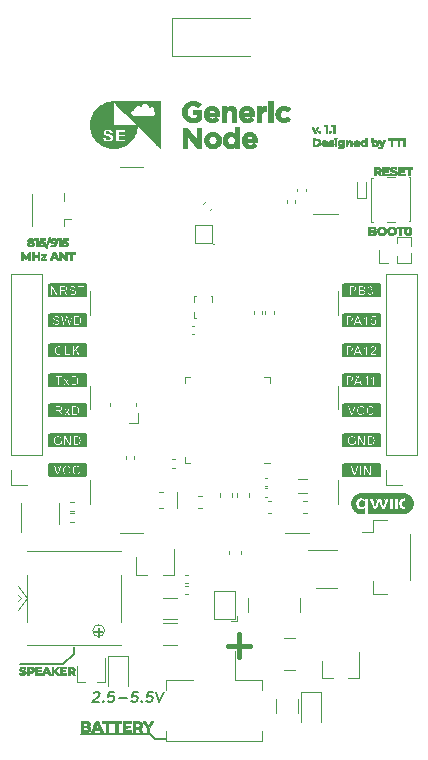
<source format=gto>
G04 #@! TF.GenerationSoftware,KiCad,Pcbnew,(5.1.8)-1*
G04 #@! TF.CreationDate,2020-11-30T00:12:40+01:00*
G04 #@! TF.ProjectId,generic_node,67656e65-7269-4635-9f6e-6f64652e6b69,1.1*
G04 #@! TF.SameCoordinates,PX510ff40PY6422c40*
G04 #@! TF.FileFunction,Legend,Top*
G04 #@! TF.FilePolarity,Positive*
%FSLAX46Y46*%
G04 Gerber Fmt 4.6, Leading zero omitted, Abs format (unit mm)*
G04 Created by KiCad (PCBNEW (5.1.8)-1) date 2020-11-30 00:12:40*
%MOMM*%
%LPD*%
G01*
G04 APERTURE LIST*
%ADD10C,0.200000*%
%ADD11C,0.150000*%
%ADD12C,0.400000*%
%ADD13C,0.120000*%
%ADD14C,0.010000*%
%ADD15C,0.100000*%
G04 APERTURE END LIST*
D10*
X-10203334Y-26538095D02*
X-10155715Y-26500000D01*
X-10065239Y-26461904D01*
X-9850953Y-26461904D01*
X-9770000Y-26500000D01*
X-9731905Y-26538095D01*
X-9698572Y-26614285D01*
X-9708096Y-26690476D01*
X-9765239Y-26804761D01*
X-10336667Y-27261904D01*
X-9779524Y-27261904D01*
X-9384286Y-27185714D02*
X-9346191Y-27223809D01*
X-9393810Y-27261904D01*
X-9431905Y-27223809D01*
X-9384286Y-27185714D01*
X-9393810Y-27261904D01*
X-8436667Y-26461904D02*
X-8865239Y-26461904D01*
X-8955715Y-26842857D01*
X-8908096Y-26804761D01*
X-8817620Y-26766666D01*
X-8603334Y-26766666D01*
X-8522381Y-26804761D01*
X-8484286Y-26842857D01*
X-8450953Y-26919047D01*
X-8474762Y-27109523D01*
X-8527143Y-27185714D01*
X-8574762Y-27223809D01*
X-8665239Y-27261904D01*
X-8879524Y-27261904D01*
X-8960477Y-27223809D01*
X-8998572Y-27185714D01*
X-8070000Y-26957142D02*
X-7384286Y-26957142D01*
X-6465239Y-26461904D02*
X-6893810Y-26461904D01*
X-6984286Y-26842857D01*
X-6936667Y-26804761D01*
X-6846191Y-26766666D01*
X-6631905Y-26766666D01*
X-6550953Y-26804761D01*
X-6512858Y-26842857D01*
X-6479524Y-26919047D01*
X-6503334Y-27109523D01*
X-6555715Y-27185714D01*
X-6603334Y-27223809D01*
X-6693810Y-27261904D01*
X-6908096Y-27261904D01*
X-6989048Y-27223809D01*
X-7027143Y-27185714D01*
X-6127143Y-27185714D02*
X-6089048Y-27223809D01*
X-6136667Y-27261904D01*
X-6174762Y-27223809D01*
X-6127143Y-27185714D01*
X-6136667Y-27261904D01*
X-5179524Y-26461904D02*
X-5608096Y-26461904D01*
X-5698572Y-26842857D01*
X-5650953Y-26804761D01*
X-5560477Y-26766666D01*
X-5346191Y-26766666D01*
X-5265239Y-26804761D01*
X-5227143Y-26842857D01*
X-5193810Y-26919047D01*
X-5217620Y-27109523D01*
X-5270000Y-27185714D01*
X-5317620Y-27223809D01*
X-5408096Y-27261904D01*
X-5622381Y-27261904D01*
X-5703334Y-27223809D01*
X-5741429Y-27185714D01*
X-4879524Y-26461904D02*
X-4679524Y-27261904D01*
X-4279524Y-26461904D01*
D11*
X-11900000Y-23200000D02*
X-11900000Y-22600000D01*
X-12800000Y-24100000D02*
X-11900000Y-23200000D01*
X-16400000Y-24100000D02*
X-12800000Y-24100000D01*
X-5000000Y-30400000D02*
X-4100000Y-30400000D01*
X-5400000Y-30000000D02*
X-5000000Y-30400000D01*
X-11300000Y-30000000D02*
X-5400000Y-30000000D01*
D12*
X1167619Y-22518571D02*
X3072380Y-22518571D01*
X2120000Y-23470952D02*
X2120000Y-21566190D01*
D13*
X-7270000Y-23420000D02*
X-8970000Y-23420000D01*
X-8970000Y-23420000D02*
X-8970000Y-25970000D01*
X-7270000Y-23420000D02*
X-7270000Y-25970000D01*
X7100378Y-9560000D02*
X7899622Y-9560000D01*
X7100378Y-8440000D02*
X7899622Y-8440000D01*
D14*
G36*
X16485887Y18003274D02*
G01*
X16792275Y18001625D01*
X16794084Y17936538D01*
X16795894Y17871450D01*
X16566850Y17871450D01*
X16566850Y17293600D01*
X16401750Y17293600D01*
X16401750Y17871450D01*
X16179500Y17871450D01*
X16179500Y18004922D01*
X16485887Y18003274D01*
G37*
X16485887Y18003274D02*
X16792275Y18001625D01*
X16794084Y17936538D01*
X16795894Y17871450D01*
X16566850Y17871450D01*
X16566850Y17293600D01*
X16401750Y17293600D01*
X16401750Y17871450D01*
X16179500Y17871450D01*
X16179500Y18004922D01*
X16485887Y18003274D01*
G36*
X16109650Y17871450D02*
G01*
X15735000Y17871450D01*
X15735000Y17719050D01*
X16065200Y17719050D01*
X16065200Y17592265D01*
X15901687Y17590570D01*
X15738175Y17588875D01*
X15736397Y17507913D01*
X15734620Y17426950D01*
X16122350Y17426950D01*
X16122350Y17293600D01*
X15576250Y17293600D01*
X15576250Y18004800D01*
X16109650Y18004800D01*
X16109650Y17871450D01*
G37*
X16109650Y17871450D02*
X15735000Y17871450D01*
X15735000Y17719050D01*
X16065200Y17719050D01*
X16065200Y17592265D01*
X15901687Y17590570D01*
X15738175Y17588875D01*
X15736397Y17507913D01*
X15734620Y17426950D01*
X16122350Y17426950D01*
X16122350Y17293600D01*
X15576250Y17293600D01*
X15576250Y18004800D01*
X16109650Y18004800D01*
X16109650Y17871450D01*
G36*
X14782500Y17871450D02*
G01*
X14407850Y17871450D01*
X14407850Y17719050D01*
X14738050Y17719050D01*
X14738050Y17592265D01*
X14574537Y17590570D01*
X14411025Y17588875D01*
X14409247Y17507913D01*
X14407470Y17426950D01*
X14795200Y17426950D01*
X14795200Y17293600D01*
X14249100Y17293600D01*
X14249100Y18004800D01*
X14782500Y18004800D01*
X14782500Y17871450D01*
G37*
X14782500Y17871450D02*
X14407850Y17871450D01*
X14407850Y17719050D01*
X14738050Y17719050D01*
X14738050Y17592265D01*
X14574537Y17590570D01*
X14411025Y17588875D01*
X14409247Y17507913D01*
X14407470Y17426950D01*
X14795200Y17426950D01*
X14795200Y17293600D01*
X14249100Y17293600D01*
X14249100Y18004800D01*
X14782500Y18004800D01*
X14782500Y17871450D01*
G36*
X13698237Y18003240D02*
G01*
X13757724Y18002271D01*
X13806235Y18001104D01*
X13845495Y17999482D01*
X13877229Y17997149D01*
X13903159Y17993848D01*
X13925012Y17989322D01*
X13944511Y17983315D01*
X13963381Y17975571D01*
X13983345Y17965831D01*
X13996803Y17958798D01*
X14039872Y17929290D01*
X14074263Y17890748D01*
X14095841Y17853163D01*
X14103259Y17836097D01*
X14108108Y17820465D01*
X14110921Y17802804D01*
X14112232Y17779655D01*
X14112573Y17747554D01*
X14112575Y17744450D01*
X14112344Y17712062D01*
X14111284Y17689054D01*
X14108845Y17672106D01*
X14104476Y17657902D01*
X14097627Y17643123D01*
X14094889Y17637860D01*
X14066151Y17593489D01*
X14032264Y17558948D01*
X14004736Y17540616D01*
X13988424Y17531160D01*
X13978032Y17523594D01*
X13976050Y17520906D01*
X13979541Y17514592D01*
X13989298Y17499517D01*
X14004240Y17477281D01*
X14023288Y17449484D01*
X14045363Y17417726D01*
X14052250Y17407900D01*
X14074984Y17375393D01*
X14095014Y17346498D01*
X14111265Y17322790D01*
X14122661Y17305839D01*
X14128127Y17297219D01*
X14128450Y17296493D01*
X14122486Y17295434D01*
X14106142Y17294548D01*
X14081736Y17293916D01*
X14051586Y17293615D01*
X14043102Y17293600D01*
X13957754Y17293600D01*
X13821476Y17490450D01*
X13664900Y17490450D01*
X13664900Y17293600D01*
X13506150Y17293600D01*
X13506150Y17623800D01*
X13664900Y17623800D01*
X13756027Y17623800D01*
X13791893Y17624310D01*
X13824232Y17625715D01*
X13850171Y17627831D01*
X13866838Y17630474D01*
X13868739Y17631027D01*
X13893774Y17642609D01*
X13917327Y17658879D01*
X13934859Y17676489D01*
X13938976Y17682796D01*
X13950016Y17715126D01*
X13952462Y17751688D01*
X13946584Y17787871D01*
X13932652Y17819068D01*
X13930827Y17821736D01*
X13917534Y17837590D01*
X13901966Y17849541D01*
X13882138Y17858172D01*
X13856065Y17864061D01*
X13821764Y17867789D01*
X13777249Y17869938D01*
X13764912Y17870281D01*
X13664900Y17872781D01*
X13664900Y17623800D01*
X13506150Y17623800D01*
X13506150Y18006042D01*
X13698237Y18003240D01*
G37*
X13698237Y18003240D02*
X13757724Y18002271D01*
X13806235Y18001104D01*
X13845495Y17999482D01*
X13877229Y17997149D01*
X13903159Y17993848D01*
X13925012Y17989322D01*
X13944511Y17983315D01*
X13963381Y17975571D01*
X13983345Y17965831D01*
X13996803Y17958798D01*
X14039872Y17929290D01*
X14074263Y17890748D01*
X14095841Y17853163D01*
X14103259Y17836097D01*
X14108108Y17820465D01*
X14110921Y17802804D01*
X14112232Y17779655D01*
X14112573Y17747554D01*
X14112575Y17744450D01*
X14112344Y17712062D01*
X14111284Y17689054D01*
X14108845Y17672106D01*
X14104476Y17657902D01*
X14097627Y17643123D01*
X14094889Y17637860D01*
X14066151Y17593489D01*
X14032264Y17558948D01*
X14004736Y17540616D01*
X13988424Y17531160D01*
X13978032Y17523594D01*
X13976050Y17520906D01*
X13979541Y17514592D01*
X13989298Y17499517D01*
X14004240Y17477281D01*
X14023288Y17449484D01*
X14045363Y17417726D01*
X14052250Y17407900D01*
X14074984Y17375393D01*
X14095014Y17346498D01*
X14111265Y17322790D01*
X14122661Y17305839D01*
X14128127Y17297219D01*
X14128450Y17296493D01*
X14122486Y17295434D01*
X14106142Y17294548D01*
X14081736Y17293916D01*
X14051586Y17293615D01*
X14043102Y17293600D01*
X13957754Y17293600D01*
X13821476Y17490450D01*
X13664900Y17490450D01*
X13664900Y17293600D01*
X13506150Y17293600D01*
X13506150Y17623800D01*
X13664900Y17623800D01*
X13756027Y17623800D01*
X13791893Y17624310D01*
X13824232Y17625715D01*
X13850171Y17627831D01*
X13866838Y17630474D01*
X13868739Y17631027D01*
X13893774Y17642609D01*
X13917327Y17658879D01*
X13934859Y17676489D01*
X13938976Y17682796D01*
X13950016Y17715126D01*
X13952462Y17751688D01*
X13946584Y17787871D01*
X13932652Y17819068D01*
X13930827Y17821736D01*
X13917534Y17837590D01*
X13901966Y17849541D01*
X13882138Y17858172D01*
X13856065Y17864061D01*
X13821764Y17867789D01*
X13777249Y17869938D01*
X13764912Y17870281D01*
X13664900Y17872781D01*
X13664900Y17623800D01*
X13506150Y17623800D01*
X13506150Y18006042D01*
X13698237Y18003240D01*
G36*
X15242340Y18011463D02*
G01*
X15305249Y18001843D01*
X15363721Y17984964D01*
X15398375Y17969913D01*
X15416168Y17959451D01*
X15426637Y17950325D01*
X15428195Y17945685D01*
X15424586Y17936646D01*
X15417583Y17918983D01*
X15408450Y17895888D01*
X15404442Y17885738D01*
X15394656Y17862430D01*
X15385996Y17844454D01*
X15379806Y17834499D01*
X15378195Y17833350D01*
X15369830Y17836028D01*
X15354208Y17842920D01*
X15341210Y17849271D01*
X15300403Y17865567D01*
X15253747Y17877096D01*
X15205312Y17883349D01*
X15159170Y17883815D01*
X15119391Y17877982D01*
X15117124Y17877373D01*
X15086383Y17863551D01*
X15064187Y17842350D01*
X15052181Y17815461D01*
X15051165Y17809675D01*
X15049951Y17791232D01*
X15054091Y17778728D01*
X15065790Y17765801D01*
X15066641Y17765003D01*
X15074140Y17758683D01*
X15083207Y17752854D01*
X15095345Y17746992D01*
X15112058Y17740572D01*
X15134849Y17733069D01*
X15165221Y17723958D01*
X15204678Y17712713D01*
X15254723Y17698811D01*
X15261718Y17696882D01*
X15307225Y17683504D01*
X15342656Y17670836D01*
X15370481Y17657608D01*
X15393171Y17642551D01*
X15413195Y17624394D01*
X15422646Y17614136D01*
X15446406Y17578120D01*
X15459029Y17536497D01*
X15460653Y17488787D01*
X15460327Y17484850D01*
X15450112Y17437855D01*
X15429042Y17396152D01*
X15398019Y17360232D01*
X15357945Y17330587D01*
X15309722Y17307705D01*
X15254252Y17292079D01*
X15192438Y17284199D01*
X15125181Y17284555D01*
X15096825Y17287129D01*
X15065903Y17291632D01*
X15032438Y17297946D01*
X15011100Y17302859D01*
X14985969Y17310558D01*
X14958608Y17320893D01*
X14931623Y17332621D01*
X14907619Y17344500D01*
X14889204Y17355284D01*
X14878982Y17363731D01*
X14877750Y17366494D01*
X14880284Y17375410D01*
X14887084Y17392803D01*
X14896944Y17415689D01*
X14903010Y17429051D01*
X14928271Y17483728D01*
X14971458Y17461788D01*
X15018231Y17441659D01*
X15067363Y17426953D01*
X15116705Y17417796D01*
X15164109Y17414313D01*
X15207428Y17416631D01*
X15244513Y17424874D01*
X15273216Y17439169D01*
X15278949Y17443809D01*
X15295525Y17465784D01*
X15300429Y17489670D01*
X15294011Y17513276D01*
X15276618Y17534413D01*
X15263011Y17543901D01*
X15247748Y17550742D01*
X15222944Y17559620D01*
X15191408Y17569624D01*
X15155953Y17579840D01*
X15134925Y17585447D01*
X15083229Y17599352D01*
X15042075Y17611835D01*
X15009503Y17623700D01*
X14983551Y17635754D01*
X14962259Y17648803D01*
X14943665Y17663652D01*
X14942834Y17664399D01*
X14915785Y17695500D01*
X14898936Y17731481D01*
X14891658Y17774062D01*
X14891678Y17804551D01*
X14899287Y17855103D01*
X14916752Y17898015D01*
X14944636Y17934141D01*
X14983501Y17964334D01*
X15005081Y17976394D01*
X15056365Y17996291D01*
X15114961Y18008735D01*
X15177932Y18013777D01*
X15242340Y18011463D01*
G37*
X15242340Y18011463D02*
X15305249Y18001843D01*
X15363721Y17984964D01*
X15398375Y17969913D01*
X15416168Y17959451D01*
X15426637Y17950325D01*
X15428195Y17945685D01*
X15424586Y17936646D01*
X15417583Y17918983D01*
X15408450Y17895888D01*
X15404442Y17885738D01*
X15394656Y17862430D01*
X15385996Y17844454D01*
X15379806Y17834499D01*
X15378195Y17833350D01*
X15369830Y17836028D01*
X15354208Y17842920D01*
X15341210Y17849271D01*
X15300403Y17865567D01*
X15253747Y17877096D01*
X15205312Y17883349D01*
X15159170Y17883815D01*
X15119391Y17877982D01*
X15117124Y17877373D01*
X15086383Y17863551D01*
X15064187Y17842350D01*
X15052181Y17815461D01*
X15051165Y17809675D01*
X15049951Y17791232D01*
X15054091Y17778728D01*
X15065790Y17765801D01*
X15066641Y17765003D01*
X15074140Y17758683D01*
X15083207Y17752854D01*
X15095345Y17746992D01*
X15112058Y17740572D01*
X15134849Y17733069D01*
X15165221Y17723958D01*
X15204678Y17712713D01*
X15254723Y17698811D01*
X15261718Y17696882D01*
X15307225Y17683504D01*
X15342656Y17670836D01*
X15370481Y17657608D01*
X15393171Y17642551D01*
X15413195Y17624394D01*
X15422646Y17614136D01*
X15446406Y17578120D01*
X15459029Y17536497D01*
X15460653Y17488787D01*
X15460327Y17484850D01*
X15450112Y17437855D01*
X15429042Y17396152D01*
X15398019Y17360232D01*
X15357945Y17330587D01*
X15309722Y17307705D01*
X15254252Y17292079D01*
X15192438Y17284199D01*
X15125181Y17284555D01*
X15096825Y17287129D01*
X15065903Y17291632D01*
X15032438Y17297946D01*
X15011100Y17302859D01*
X14985969Y17310558D01*
X14958608Y17320893D01*
X14931623Y17332621D01*
X14907619Y17344500D01*
X14889204Y17355284D01*
X14878982Y17363731D01*
X14877750Y17366494D01*
X14880284Y17375410D01*
X14887084Y17392803D01*
X14896944Y17415689D01*
X14903010Y17429051D01*
X14928271Y17483728D01*
X14971458Y17461788D01*
X15018231Y17441659D01*
X15067363Y17426953D01*
X15116705Y17417796D01*
X15164109Y17414313D01*
X15207428Y17416631D01*
X15244513Y17424874D01*
X15273216Y17439169D01*
X15278949Y17443809D01*
X15295525Y17465784D01*
X15300429Y17489670D01*
X15294011Y17513276D01*
X15276618Y17534413D01*
X15263011Y17543901D01*
X15247748Y17550742D01*
X15222944Y17559620D01*
X15191408Y17569624D01*
X15155953Y17579840D01*
X15134925Y17585447D01*
X15083229Y17599352D01*
X15042075Y17611835D01*
X15009503Y17623700D01*
X14983551Y17635754D01*
X14962259Y17648803D01*
X14943665Y17663652D01*
X14942834Y17664399D01*
X14915785Y17695500D01*
X14898936Y17731481D01*
X14891658Y17774062D01*
X14891678Y17804551D01*
X14899287Y17855103D01*
X14916752Y17898015D01*
X14944636Y17934141D01*
X14983501Y17964334D01*
X15005081Y17976394D01*
X15056365Y17996291D01*
X15114961Y18008735D01*
X15177932Y18013777D01*
X15242340Y18011463D01*
G36*
X-5720219Y-29117465D02*
G01*
X-5686265Y-29173862D01*
X-5655526Y-29224228D01*
X-5629605Y-29265990D01*
X-5610108Y-29296573D01*
X-5598641Y-29313403D01*
X-5596529Y-29315803D01*
X-5589262Y-29308912D01*
X-5573271Y-29286882D01*
X-5550123Y-29252096D01*
X-5521380Y-29206938D01*
X-5488608Y-29153793D01*
X-5469668Y-29122417D01*
X-5350821Y-28924080D01*
X-5250253Y-28924080D01*
X-5204578Y-28924294D01*
X-5175918Y-28925416D01*
X-5160969Y-28928164D01*
X-5156428Y-28933255D01*
X-5158989Y-28941408D01*
X-5160162Y-28943656D01*
X-5167863Y-28957004D01*
X-5184672Y-28985467D01*
X-5209221Y-29026746D01*
X-5240138Y-29078547D01*
X-5276057Y-29138572D01*
X-5315605Y-29204526D01*
X-5333240Y-29233892D01*
X-5495840Y-29504552D01*
X-5495840Y-29828320D01*
X-5709200Y-29828320D01*
X-5709200Y-29499273D01*
X-5868571Y-29234536D01*
X-5909076Y-29167293D01*
X-5946750Y-29104826D01*
X-5980163Y-29049500D01*
X-6007886Y-29003679D01*
X-6028489Y-28969728D01*
X-6040544Y-28950011D01*
X-6042460Y-28946940D01*
X-6056978Y-28924080D01*
X-5835894Y-28924080D01*
X-5720219Y-29117465D01*
G37*
X-5720219Y-29117465D02*
X-5686265Y-29173862D01*
X-5655526Y-29224228D01*
X-5629605Y-29265990D01*
X-5610108Y-29296573D01*
X-5598641Y-29313403D01*
X-5596529Y-29315803D01*
X-5589262Y-29308912D01*
X-5573271Y-29286882D01*
X-5550123Y-29252096D01*
X-5521380Y-29206938D01*
X-5488608Y-29153793D01*
X-5469668Y-29122417D01*
X-5350821Y-28924080D01*
X-5250253Y-28924080D01*
X-5204578Y-28924294D01*
X-5175918Y-28925416D01*
X-5160969Y-28928164D01*
X-5156428Y-28933255D01*
X-5158989Y-28941408D01*
X-5160162Y-28943656D01*
X-5167863Y-28957004D01*
X-5184672Y-28985467D01*
X-5209221Y-29026746D01*
X-5240138Y-29078547D01*
X-5276057Y-29138572D01*
X-5315605Y-29204526D01*
X-5333240Y-29233892D01*
X-5495840Y-29504552D01*
X-5495840Y-29828320D01*
X-5709200Y-29828320D01*
X-5709200Y-29499273D01*
X-5868571Y-29234536D01*
X-5909076Y-29167293D01*
X-5946750Y-29104826D01*
X-5980163Y-29049500D01*
X-6007886Y-29003679D01*
X-6028489Y-28969728D01*
X-6040544Y-28950011D01*
X-6042460Y-28946940D01*
X-6056978Y-28924080D01*
X-5835894Y-28924080D01*
X-5720219Y-29117465D01*
G36*
X-6610900Y-28926193D02*
G01*
X-6531247Y-28927426D01*
X-6468978Y-28928753D01*
X-6421156Y-28930430D01*
X-6384846Y-28932712D01*
X-6357113Y-28935856D01*
X-6335020Y-28940118D01*
X-6315631Y-28945754D01*
X-6296012Y-28953021D01*
X-6293914Y-28953851D01*
X-6249099Y-28976492D01*
X-6204400Y-29006729D01*
X-6185787Y-29022456D01*
X-6137996Y-29079710D01*
X-6106121Y-29144838D01*
X-6089941Y-29214534D01*
X-6089235Y-29285491D01*
X-6103782Y-29354404D01*
X-6133361Y-29417967D01*
X-6177751Y-29472874D01*
X-6218035Y-29504725D01*
X-6244761Y-29522679D01*
X-6262892Y-29536075D01*
X-6268000Y-29541173D01*
X-6262514Y-29550486D01*
X-6247383Y-29573493D01*
X-6224600Y-29607229D01*
X-6196159Y-29648730D01*
X-6179100Y-29673396D01*
X-6147661Y-29718822D01*
X-6120006Y-29758978D01*
X-6098368Y-29790606D01*
X-6084981Y-29810446D01*
X-6082076Y-29814934D01*
X-6082132Y-29820962D01*
X-6092846Y-29824944D01*
X-6116977Y-29827241D01*
X-6157282Y-29828215D01*
X-6184196Y-29828320D01*
X-6294442Y-29828320D01*
X-6466416Y-29579400D01*
X-6664240Y-29573584D01*
X-6664240Y-29828320D01*
X-6867440Y-29828320D01*
X-6867440Y-29413428D01*
X-6664765Y-29413428D01*
X-6540043Y-29410054D01*
X-6482950Y-29407896D01*
X-6441622Y-29404574D01*
X-6411509Y-29399419D01*
X-6388063Y-29391760D01*
X-6375611Y-29385847D01*
X-6335201Y-29354516D01*
X-6309499Y-29313454D01*
X-6298370Y-29266807D01*
X-6301679Y-29218723D01*
X-6319294Y-29173348D01*
X-6351078Y-29134830D01*
X-6384465Y-29112773D01*
X-6407362Y-29103640D01*
X-6434675Y-29097652D01*
X-6471179Y-29094193D01*
X-6521650Y-29092647D01*
X-6541810Y-29092453D01*
X-6659160Y-29091720D01*
X-6661963Y-29252574D01*
X-6664765Y-29413428D01*
X-6867440Y-29413428D01*
X-6867440Y-28922539D01*
X-6610900Y-28926193D01*
G37*
X-6610900Y-28926193D02*
X-6531247Y-28927426D01*
X-6468978Y-28928753D01*
X-6421156Y-28930430D01*
X-6384846Y-28932712D01*
X-6357113Y-28935856D01*
X-6335020Y-28940118D01*
X-6315631Y-28945754D01*
X-6296012Y-28953021D01*
X-6293914Y-28953851D01*
X-6249099Y-28976492D01*
X-6204400Y-29006729D01*
X-6185787Y-29022456D01*
X-6137996Y-29079710D01*
X-6106121Y-29144838D01*
X-6089941Y-29214534D01*
X-6089235Y-29285491D01*
X-6103782Y-29354404D01*
X-6133361Y-29417967D01*
X-6177751Y-29472874D01*
X-6218035Y-29504725D01*
X-6244761Y-29522679D01*
X-6262892Y-29536075D01*
X-6268000Y-29541173D01*
X-6262514Y-29550486D01*
X-6247383Y-29573493D01*
X-6224600Y-29607229D01*
X-6196159Y-29648730D01*
X-6179100Y-29673396D01*
X-6147661Y-29718822D01*
X-6120006Y-29758978D01*
X-6098368Y-29790606D01*
X-6084981Y-29810446D01*
X-6082076Y-29814934D01*
X-6082132Y-29820962D01*
X-6092846Y-29824944D01*
X-6116977Y-29827241D01*
X-6157282Y-29828215D01*
X-6184196Y-29828320D01*
X-6294442Y-29828320D01*
X-6466416Y-29579400D01*
X-6664240Y-29573584D01*
X-6664240Y-29828320D01*
X-6867440Y-29828320D01*
X-6867440Y-29413428D01*
X-6664765Y-29413428D01*
X-6540043Y-29410054D01*
X-6482950Y-29407896D01*
X-6441622Y-29404574D01*
X-6411509Y-29399419D01*
X-6388063Y-29391760D01*
X-6375611Y-29385847D01*
X-6335201Y-29354516D01*
X-6309499Y-29313454D01*
X-6298370Y-29266807D01*
X-6301679Y-29218723D01*
X-6319294Y-29173348D01*
X-6351078Y-29134830D01*
X-6384465Y-29112773D01*
X-6407362Y-29103640D01*
X-6434675Y-29097652D01*
X-6471179Y-29094193D01*
X-6521650Y-29092647D01*
X-6541810Y-29092453D01*
X-6659160Y-29091720D01*
X-6661963Y-29252574D01*
X-6664765Y-29413428D01*
X-6867440Y-29413428D01*
X-6867440Y-28922539D01*
X-6610900Y-28926193D01*
G36*
X-7060480Y-29086640D02*
G01*
X-7538000Y-29086640D01*
X-7538000Y-29289840D01*
X-7110426Y-29289840D01*
X-7116360Y-29447320D01*
X-7538000Y-29452812D01*
X-7538000Y-29665760D01*
X-7040160Y-29665760D01*
X-7040160Y-29828320D01*
X-7741200Y-29828320D01*
X-7741200Y-28924080D01*
X-7060480Y-28924080D01*
X-7060480Y-29086640D01*
G37*
X-7060480Y-29086640D02*
X-7538000Y-29086640D01*
X-7538000Y-29289840D01*
X-7110426Y-29289840D01*
X-7116360Y-29447320D01*
X-7538000Y-29452812D01*
X-7538000Y-29665760D01*
X-7040160Y-29665760D01*
X-7040160Y-29828320D01*
X-7741200Y-29828320D01*
X-7741200Y-28924080D01*
X-7060480Y-28924080D01*
X-7060480Y-29086640D01*
G36*
X-7863120Y-29086640D02*
G01*
X-8147600Y-29086640D01*
X-8147600Y-29828320D01*
X-8350547Y-29828320D01*
X-8353214Y-29460020D01*
X-8355880Y-29091720D01*
X-8645440Y-29086082D01*
X-8645440Y-28924080D01*
X-7863120Y-28924080D01*
X-7863120Y-29086640D01*
G37*
X-7863120Y-29086640D02*
X-8147600Y-29086640D01*
X-8147600Y-29828320D01*
X-8350547Y-29828320D01*
X-8353214Y-29460020D01*
X-8355880Y-29091720D01*
X-8645440Y-29086082D01*
X-8645440Y-28924080D01*
X-7863120Y-28924080D01*
X-7863120Y-29086640D01*
G36*
X-8675920Y-29086640D02*
G01*
X-8960400Y-29086640D01*
X-8960400Y-29828320D01*
X-9173760Y-29828320D01*
X-9173760Y-29086640D01*
X-9458240Y-29086640D01*
X-9458240Y-28924080D01*
X-8675920Y-28924080D01*
X-8675920Y-29086640D01*
G37*
X-8675920Y-29086640D02*
X-8960400Y-29086640D01*
X-8960400Y-29828320D01*
X-9173760Y-29828320D01*
X-9173760Y-29086640D01*
X-9458240Y-29086640D01*
X-9458240Y-28924080D01*
X-8675920Y-28924080D01*
X-8675920Y-29086640D01*
G36*
X-9801918Y-28957100D02*
G01*
X-9790636Y-28981426D01*
X-9773028Y-29020125D01*
X-9750085Y-29070965D01*
X-9722801Y-29131715D01*
X-9692167Y-29200143D01*
X-9659175Y-29274017D01*
X-9624818Y-29351105D01*
X-9590087Y-29429176D01*
X-9555976Y-29505997D01*
X-9523475Y-29579337D01*
X-9493578Y-29646964D01*
X-9467276Y-29706646D01*
X-9445561Y-29756152D01*
X-9429426Y-29793250D01*
X-9419863Y-29815707D01*
X-9417600Y-29821599D01*
X-9427056Y-29824372D01*
X-9452610Y-29826588D01*
X-9490042Y-29827979D01*
X-9523138Y-29828320D01*
X-9628675Y-29828320D01*
X-9667918Y-29731941D01*
X-9707160Y-29635563D01*
X-9921346Y-29635421D01*
X-10135531Y-29635280D01*
X-10211935Y-29828320D01*
X-10318534Y-29828320D01*
X-10361869Y-29827553D01*
X-10396057Y-29825479D01*
X-10417077Y-29822437D01*
X-10421747Y-29819621D01*
X-10417044Y-29808860D01*
X-10404877Y-29781389D01*
X-10386067Y-29739052D01*
X-10361433Y-29683691D01*
X-10331799Y-29617152D01*
X-10297983Y-29541277D01*
X-10264013Y-29465100D01*
X-10057850Y-29465100D01*
X-10048236Y-29467850D01*
X-10021960Y-29470159D01*
X-9982679Y-29471828D01*
X-9934052Y-29472662D01*
X-9916702Y-29472720D01*
X-9775724Y-29472720D01*
X-9846161Y-29302808D01*
X-9868786Y-29248427D01*
X-9888694Y-29200957D01*
X-9904604Y-29163417D01*
X-9915239Y-29138825D01*
X-9919275Y-29130218D01*
X-9923759Y-29138091D01*
X-9934296Y-29161230D01*
X-9949394Y-29196034D01*
X-9967564Y-29238900D01*
X-9987314Y-29286228D01*
X-10007156Y-29334414D01*
X-10025597Y-29379858D01*
X-10041148Y-29418958D01*
X-10052319Y-29448111D01*
X-10057618Y-29463717D01*
X-10057850Y-29465100D01*
X-10264013Y-29465100D01*
X-10260807Y-29457911D01*
X-10221092Y-29368897D01*
X-10220469Y-29367501D01*
X-10022577Y-28924080D01*
X-9817604Y-28924080D01*
X-9801918Y-28957100D01*
G37*
X-9801918Y-28957100D02*
X-9790636Y-28981426D01*
X-9773028Y-29020125D01*
X-9750085Y-29070965D01*
X-9722801Y-29131715D01*
X-9692167Y-29200143D01*
X-9659175Y-29274017D01*
X-9624818Y-29351105D01*
X-9590087Y-29429176D01*
X-9555976Y-29505997D01*
X-9523475Y-29579337D01*
X-9493578Y-29646964D01*
X-9467276Y-29706646D01*
X-9445561Y-29756152D01*
X-9429426Y-29793250D01*
X-9419863Y-29815707D01*
X-9417600Y-29821599D01*
X-9427056Y-29824372D01*
X-9452610Y-29826588D01*
X-9490042Y-29827979D01*
X-9523138Y-29828320D01*
X-9628675Y-29828320D01*
X-9667918Y-29731941D01*
X-9707160Y-29635563D01*
X-9921346Y-29635421D01*
X-10135531Y-29635280D01*
X-10211935Y-29828320D01*
X-10318534Y-29828320D01*
X-10361869Y-29827553D01*
X-10396057Y-29825479D01*
X-10417077Y-29822437D01*
X-10421747Y-29819621D01*
X-10417044Y-29808860D01*
X-10404877Y-29781389D01*
X-10386067Y-29739052D01*
X-10361433Y-29683691D01*
X-10331799Y-29617152D01*
X-10297983Y-29541277D01*
X-10264013Y-29465100D01*
X-10057850Y-29465100D01*
X-10048236Y-29467850D01*
X-10021960Y-29470159D01*
X-9982679Y-29471828D01*
X-9934052Y-29472662D01*
X-9916702Y-29472720D01*
X-9775724Y-29472720D01*
X-9846161Y-29302808D01*
X-9868786Y-29248427D01*
X-9888694Y-29200957D01*
X-9904604Y-29163417D01*
X-9915239Y-29138825D01*
X-9919275Y-29130218D01*
X-9923759Y-29138091D01*
X-9934296Y-29161230D01*
X-9949394Y-29196034D01*
X-9967564Y-29238900D01*
X-9987314Y-29286228D01*
X-10007156Y-29334414D01*
X-10025597Y-29379858D01*
X-10041148Y-29418958D01*
X-10052319Y-29448111D01*
X-10057618Y-29463717D01*
X-10057850Y-29465100D01*
X-10264013Y-29465100D01*
X-10260807Y-29457911D01*
X-10221092Y-29368897D01*
X-10220469Y-29367501D01*
X-10022577Y-28924080D01*
X-9817604Y-28924080D01*
X-9801918Y-28957100D01*
G36*
X-11010180Y-28926485D02*
G01*
X-10917231Y-28928011D01*
X-10842040Y-28929974D01*
X-10782046Y-28932808D01*
X-10734687Y-28936946D01*
X-10697403Y-28942821D01*
X-10667631Y-28950868D01*
X-10642811Y-28961520D01*
X-10620380Y-28975209D01*
X-10597778Y-28992371D01*
X-10591739Y-28997304D01*
X-10550330Y-29043575D01*
X-10525214Y-29098115D01*
X-10516376Y-29157067D01*
X-10523802Y-29216579D01*
X-10547476Y-29272795D01*
X-10587385Y-29321861D01*
X-10592992Y-29326851D01*
X-10630100Y-29358782D01*
X-10590270Y-29379202D01*
X-10537179Y-29415726D01*
X-10500614Y-29462956D01*
X-10479899Y-29522092D01*
X-10474240Y-29584558D01*
X-10482894Y-29652304D01*
X-10508742Y-29709323D01*
X-10551617Y-29755443D01*
X-10611352Y-29790494D01*
X-10687779Y-29814304D01*
X-10702489Y-29817235D01*
X-10729720Y-29820353D01*
X-10773895Y-29823113D01*
X-10831637Y-29825401D01*
X-10899572Y-29827101D01*
X-10974325Y-29828099D01*
X-11029826Y-29828320D01*
X-11297200Y-29828320D01*
X-11297200Y-29442240D01*
X-11094000Y-29442240D01*
X-11094000Y-29675920D01*
X-10954300Y-29675677D01*
X-10899111Y-29674903D01*
X-10847663Y-29672958D01*
X-10805190Y-29670121D01*
X-10776928Y-29666673D01*
X-10773960Y-29666056D01*
X-10729978Y-29647746D01*
X-10698592Y-29618396D01*
X-10681430Y-29581947D01*
X-10680122Y-29542339D01*
X-10696297Y-29503513D01*
X-10703078Y-29494610D01*
X-10723960Y-29475711D01*
X-10752268Y-29461629D01*
X-10790749Y-29451809D01*
X-10842150Y-29445696D01*
X-10909218Y-29442736D01*
X-10962421Y-29442240D01*
X-11094000Y-29442240D01*
X-11297200Y-29442240D01*
X-11297200Y-29181466D01*
X-11094000Y-29181466D01*
X-11093303Y-29225937D01*
X-11091421Y-29262703D01*
X-11088669Y-29287100D01*
X-11086380Y-29294334D01*
X-11073890Y-29296957D01*
X-11045164Y-29298512D01*
X-11004263Y-29298900D01*
X-10955250Y-29298023D01*
X-10946680Y-29297750D01*
X-10884094Y-29294841D01*
X-10838285Y-29290678D01*
X-10805726Y-29284792D01*
X-10782892Y-29276712D01*
X-10780780Y-29275647D01*
X-10746437Y-29247830D01*
X-10727937Y-29211378D01*
X-10726184Y-29171139D01*
X-10742078Y-29131958D01*
X-10751748Y-29119644D01*
X-10771746Y-29102870D01*
X-10798831Y-29090796D01*
X-10836129Y-29082802D01*
X-10886764Y-29078272D01*
X-10953860Y-29076586D01*
X-10969540Y-29076536D01*
X-11094000Y-29076480D01*
X-11094000Y-29181466D01*
X-11297200Y-29181466D01*
X-11297200Y-28922427D01*
X-11010180Y-28926485D01*
G37*
X-11010180Y-28926485D02*
X-10917231Y-28928011D01*
X-10842040Y-28929974D01*
X-10782046Y-28932808D01*
X-10734687Y-28936946D01*
X-10697403Y-28942821D01*
X-10667631Y-28950868D01*
X-10642811Y-28961520D01*
X-10620380Y-28975209D01*
X-10597778Y-28992371D01*
X-10591739Y-28997304D01*
X-10550330Y-29043575D01*
X-10525214Y-29098115D01*
X-10516376Y-29157067D01*
X-10523802Y-29216579D01*
X-10547476Y-29272795D01*
X-10587385Y-29321861D01*
X-10592992Y-29326851D01*
X-10630100Y-29358782D01*
X-10590270Y-29379202D01*
X-10537179Y-29415726D01*
X-10500614Y-29462956D01*
X-10479899Y-29522092D01*
X-10474240Y-29584558D01*
X-10482894Y-29652304D01*
X-10508742Y-29709323D01*
X-10551617Y-29755443D01*
X-10611352Y-29790494D01*
X-10687779Y-29814304D01*
X-10702489Y-29817235D01*
X-10729720Y-29820353D01*
X-10773895Y-29823113D01*
X-10831637Y-29825401D01*
X-10899572Y-29827101D01*
X-10974325Y-29828099D01*
X-11029826Y-29828320D01*
X-11297200Y-29828320D01*
X-11297200Y-29442240D01*
X-11094000Y-29442240D01*
X-11094000Y-29675920D01*
X-10954300Y-29675677D01*
X-10899111Y-29674903D01*
X-10847663Y-29672958D01*
X-10805190Y-29670121D01*
X-10776928Y-29666673D01*
X-10773960Y-29666056D01*
X-10729978Y-29647746D01*
X-10698592Y-29618396D01*
X-10681430Y-29581947D01*
X-10680122Y-29542339D01*
X-10696297Y-29503513D01*
X-10703078Y-29494610D01*
X-10723960Y-29475711D01*
X-10752268Y-29461629D01*
X-10790749Y-29451809D01*
X-10842150Y-29445696D01*
X-10909218Y-29442736D01*
X-10962421Y-29442240D01*
X-11094000Y-29442240D01*
X-11297200Y-29442240D01*
X-11297200Y-29181466D01*
X-11094000Y-29181466D01*
X-11093303Y-29225937D01*
X-11091421Y-29262703D01*
X-11088669Y-29287100D01*
X-11086380Y-29294334D01*
X-11073890Y-29296957D01*
X-11045164Y-29298512D01*
X-11004263Y-29298900D01*
X-10955250Y-29298023D01*
X-10946680Y-29297750D01*
X-10884094Y-29294841D01*
X-10838285Y-29290678D01*
X-10805726Y-29284792D01*
X-10782892Y-29276712D01*
X-10780780Y-29275647D01*
X-10746437Y-29247830D01*
X-10727937Y-29211378D01*
X-10726184Y-29171139D01*
X-10742078Y-29131958D01*
X-10751748Y-29119644D01*
X-10771746Y-29102870D01*
X-10798831Y-29090796D01*
X-10836129Y-29082802D01*
X-10886764Y-29078272D01*
X-10953860Y-29076586D01*
X-10969540Y-29076536D01*
X-11094000Y-29076480D01*
X-11094000Y-29181466D01*
X-11297200Y-29181466D01*
X-11297200Y-28922427D01*
X-11010180Y-28926485D01*
D13*
X-7230300Y-3654500D02*
X-6440300Y-3654500D01*
X-8840300Y-2224500D02*
X-8840300Y-2004500D01*
X-6620300Y-2224500D02*
X-6620300Y-2004500D01*
X-6440300Y-2864500D02*
X-6440300Y-3654500D01*
X7300000Y-18500000D02*
X7300000Y-19640000D01*
X2900000Y-18530000D02*
X2900000Y-19670000D01*
D14*
G36*
X16069200Y12821744D02*
G01*
X15956487Y12820010D01*
X15843775Y12818275D01*
X15842122Y12530938D01*
X15840470Y12243600D01*
X15681850Y12243600D01*
X15681850Y12821450D01*
X15453250Y12821450D01*
X15453250Y12954800D01*
X16069200Y12954800D01*
X16069200Y12821744D01*
G37*
X16069200Y12821744D02*
X15956487Y12820010D01*
X15843775Y12818275D01*
X15842122Y12530938D01*
X15840470Y12243600D01*
X15681850Y12243600D01*
X15681850Y12821450D01*
X15453250Y12821450D01*
X15453250Y12954800D01*
X16069200Y12954800D01*
X16069200Y12821744D01*
G36*
X13273612Y12953111D02*
G01*
X13336751Y12952144D01*
X13388431Y12951036D01*
X13429891Y12949725D01*
X13462371Y12948148D01*
X13487112Y12946245D01*
X13505354Y12943954D01*
X13518336Y12941211D01*
X13519675Y12940826D01*
X13571271Y12921255D01*
X13611521Y12896393D01*
X13640825Y12865773D01*
X13659584Y12828926D01*
X13668201Y12785384D01*
X13668900Y12766954D01*
X13663404Y12720100D01*
X13647242Y12679145D01*
X13620897Y12645139D01*
X13607361Y12633523D01*
X13581290Y12613638D01*
X13603641Y12602979D01*
X13641750Y12579909D01*
X13670630Y12550570D01*
X13685338Y12527790D01*
X13694714Y12509356D01*
X13700277Y12492906D01*
X13702987Y12473900D01*
X13703804Y12447797D01*
X13703825Y12440318D01*
X13703173Y12410800D01*
X13700642Y12389369D01*
X13695364Y12371452D01*
X13687603Y12354651D01*
X13662194Y12319020D01*
X13626220Y12290429D01*
X13579690Y12268882D01*
X13522613Y12254386D01*
X13492607Y12250062D01*
X13471688Y12248409D01*
X13440301Y12246912D01*
X13400676Y12245630D01*
X13355045Y12244621D01*
X13305639Y12243944D01*
X13254689Y12243658D01*
X13248212Y12243653D01*
X13059300Y12243600D01*
X13059300Y12457384D01*
X13218050Y12457384D01*
X13218389Y12425720D01*
X13219319Y12398681D01*
X13220705Y12378779D01*
X13222414Y12368524D01*
X13222812Y12367821D01*
X13231015Y12365946D01*
X13249519Y12364918D01*
X13275958Y12364653D01*
X13307967Y12365062D01*
X13343182Y12366059D01*
X13379236Y12367558D01*
X13413766Y12369473D01*
X13444406Y12371716D01*
X13468791Y12374200D01*
X13484556Y12376841D01*
X13486785Y12377485D01*
X13514110Y12392740D01*
X13532815Y12415629D01*
X13541977Y12443683D01*
X13540675Y12474434D01*
X13531953Y12498415D01*
X13523389Y12511875D01*
X13512246Y12522302D01*
X13496930Y12530067D01*
X13475846Y12535535D01*
X13447398Y12539076D01*
X13409991Y12541058D01*
X13362029Y12541849D01*
X13343462Y12541911D01*
X13218050Y12542050D01*
X13218050Y12457384D01*
X13059300Y12457384D01*
X13059300Y12662700D01*
X13217681Y12662700D01*
X13317878Y12662736D01*
X13354341Y12663171D01*
X13388173Y12664347D01*
X13416489Y12666108D01*
X13436404Y12668296D01*
X13442225Y12669478D01*
X13472110Y12682938D01*
X13493407Y12702863D01*
X13505763Y12726946D01*
X13508825Y12752882D01*
X13502243Y12778364D01*
X13485663Y12801085D01*
X13464592Y12815919D01*
X13453496Y12821195D01*
X13442148Y12825003D01*
X13428263Y12827588D01*
X13409555Y12829199D01*
X13383740Y12830084D01*
X13348531Y12830489D01*
X13329175Y12830580D01*
X13221225Y12830975D01*
X13219453Y12746838D01*
X13217681Y12662700D01*
X13059300Y12662700D01*
X13059300Y12955948D01*
X13273612Y12953111D01*
G37*
X13273612Y12953111D02*
X13336751Y12952144D01*
X13388431Y12951036D01*
X13429891Y12949725D01*
X13462371Y12948148D01*
X13487112Y12946245D01*
X13505354Y12943954D01*
X13518336Y12941211D01*
X13519675Y12940826D01*
X13571271Y12921255D01*
X13611521Y12896393D01*
X13640825Y12865773D01*
X13659584Y12828926D01*
X13668201Y12785384D01*
X13668900Y12766954D01*
X13663404Y12720100D01*
X13647242Y12679145D01*
X13620897Y12645139D01*
X13607361Y12633523D01*
X13581290Y12613638D01*
X13603641Y12602979D01*
X13641750Y12579909D01*
X13670630Y12550570D01*
X13685338Y12527790D01*
X13694714Y12509356D01*
X13700277Y12492906D01*
X13702987Y12473900D01*
X13703804Y12447797D01*
X13703825Y12440318D01*
X13703173Y12410800D01*
X13700642Y12389369D01*
X13695364Y12371452D01*
X13687603Y12354651D01*
X13662194Y12319020D01*
X13626220Y12290429D01*
X13579690Y12268882D01*
X13522613Y12254386D01*
X13492607Y12250062D01*
X13471688Y12248409D01*
X13440301Y12246912D01*
X13400676Y12245630D01*
X13355045Y12244621D01*
X13305639Y12243944D01*
X13254689Y12243658D01*
X13248212Y12243653D01*
X13059300Y12243600D01*
X13059300Y12457384D01*
X13218050Y12457384D01*
X13218389Y12425720D01*
X13219319Y12398681D01*
X13220705Y12378779D01*
X13222414Y12368524D01*
X13222812Y12367821D01*
X13231015Y12365946D01*
X13249519Y12364918D01*
X13275958Y12364653D01*
X13307967Y12365062D01*
X13343182Y12366059D01*
X13379236Y12367558D01*
X13413766Y12369473D01*
X13444406Y12371716D01*
X13468791Y12374200D01*
X13484556Y12376841D01*
X13486785Y12377485D01*
X13514110Y12392740D01*
X13532815Y12415629D01*
X13541977Y12443683D01*
X13540675Y12474434D01*
X13531953Y12498415D01*
X13523389Y12511875D01*
X13512246Y12522302D01*
X13496930Y12530067D01*
X13475846Y12535535D01*
X13447398Y12539076D01*
X13409991Y12541058D01*
X13362029Y12541849D01*
X13343462Y12541911D01*
X13218050Y12542050D01*
X13218050Y12457384D01*
X13059300Y12457384D01*
X13059300Y12662700D01*
X13217681Y12662700D01*
X13317878Y12662736D01*
X13354341Y12663171D01*
X13388173Y12664347D01*
X13416489Y12666108D01*
X13436404Y12668296D01*
X13442225Y12669478D01*
X13472110Y12682938D01*
X13493407Y12702863D01*
X13505763Y12726946D01*
X13508825Y12752882D01*
X13502243Y12778364D01*
X13485663Y12801085D01*
X13464592Y12815919D01*
X13453496Y12821195D01*
X13442148Y12825003D01*
X13428263Y12827588D01*
X13409555Y12829199D01*
X13383740Y12830084D01*
X13348531Y12830489D01*
X13329175Y12830580D01*
X13221225Y12830975D01*
X13219453Y12746838D01*
X13217681Y12662700D01*
X13059300Y12662700D01*
X13059300Y12955948D01*
X13273612Y12953111D01*
G36*
X16461825Y12958169D02*
G01*
X16491475Y12950325D01*
X16544254Y12927309D01*
X16590444Y12893684D01*
X16629622Y12849946D01*
X16661361Y12796588D01*
X16685238Y12734107D01*
X16689219Y12719850D01*
X16695610Y12686081D01*
X16699158Y12643384D01*
X16700067Y12599200D01*
X16698489Y12545121D01*
X16693215Y12499363D01*
X16683440Y12457879D01*
X16668356Y12416624D01*
X16659844Y12397534D01*
X16640026Y12363462D01*
X16613330Y12329148D01*
X16583238Y12298510D01*
X16553232Y12275472D01*
X16549426Y12273186D01*
X16501354Y12251730D01*
X16447470Y12238377D01*
X16392382Y12233965D01*
X16351775Y12237230D01*
X16297953Y12250520D01*
X16251322Y12272429D01*
X16208873Y12304579D01*
X16187694Y12325624D01*
X16161108Y12360264D01*
X16136990Y12403149D01*
X16117562Y12449828D01*
X16106632Y12488075D01*
X16101776Y12520965D01*
X16099170Y12562117D01*
X16098834Y12599200D01*
X16262973Y12599200D01*
X16263451Y12558719D01*
X16265078Y12527904D01*
X16268149Y12503749D01*
X16272954Y12483248D01*
X16274842Y12477165D01*
X16289001Y12445271D01*
X16308751Y12415871D01*
X16331363Y12392443D01*
X16351370Y12379570D01*
X16379801Y12372350D01*
X16412280Y12371730D01*
X16441986Y12377739D01*
X16445641Y12379155D01*
X16471110Y12395486D01*
X16495023Y12420963D01*
X16514558Y12452096D01*
X16524527Y12476700D01*
X16529888Y12498444D01*
X16533386Y12524198D01*
X16535289Y12556843D01*
X16535863Y12599200D01*
X16534670Y12650794D01*
X16530729Y12692075D01*
X16523491Y12725239D01*
X16512410Y12752480D01*
X16496937Y12775994D01*
X16489633Y12784584D01*
X16460948Y12810055D01*
X16430273Y12824040D01*
X16399400Y12827800D01*
X16363984Y12822724D01*
X16333301Y12806829D01*
X16309332Y12783975D01*
X16291648Y12759804D01*
X16278764Y12733122D01*
X16270095Y12701596D01*
X16265057Y12662896D01*
X16263065Y12614689D01*
X16262973Y12599200D01*
X16098834Y12599200D01*
X16098760Y12607305D01*
X16100495Y12652302D01*
X16104322Y12692882D01*
X16109553Y12722306D01*
X16130223Y12783738D01*
X16159736Y12837336D01*
X16197009Y12882452D01*
X16240957Y12918441D01*
X16290496Y12944654D01*
X16344543Y12960444D01*
X16402014Y12965165D01*
X16461825Y12958169D01*
G37*
X16461825Y12958169D02*
X16491475Y12950325D01*
X16544254Y12927309D01*
X16590444Y12893684D01*
X16629622Y12849946D01*
X16661361Y12796588D01*
X16685238Y12734107D01*
X16689219Y12719850D01*
X16695610Y12686081D01*
X16699158Y12643384D01*
X16700067Y12599200D01*
X16698489Y12545121D01*
X16693215Y12499363D01*
X16683440Y12457879D01*
X16668356Y12416624D01*
X16659844Y12397534D01*
X16640026Y12363462D01*
X16613330Y12329148D01*
X16583238Y12298510D01*
X16553232Y12275472D01*
X16549426Y12273186D01*
X16501354Y12251730D01*
X16447470Y12238377D01*
X16392382Y12233965D01*
X16351775Y12237230D01*
X16297953Y12250520D01*
X16251322Y12272429D01*
X16208873Y12304579D01*
X16187694Y12325624D01*
X16161108Y12360264D01*
X16136990Y12403149D01*
X16117562Y12449828D01*
X16106632Y12488075D01*
X16101776Y12520965D01*
X16099170Y12562117D01*
X16098834Y12599200D01*
X16262973Y12599200D01*
X16263451Y12558719D01*
X16265078Y12527904D01*
X16268149Y12503749D01*
X16272954Y12483248D01*
X16274842Y12477165D01*
X16289001Y12445271D01*
X16308751Y12415871D01*
X16331363Y12392443D01*
X16351370Y12379570D01*
X16379801Y12372350D01*
X16412280Y12371730D01*
X16441986Y12377739D01*
X16445641Y12379155D01*
X16471110Y12395486D01*
X16495023Y12420963D01*
X16514558Y12452096D01*
X16524527Y12476700D01*
X16529888Y12498444D01*
X16533386Y12524198D01*
X16535289Y12556843D01*
X16535863Y12599200D01*
X16534670Y12650794D01*
X16530729Y12692075D01*
X16523491Y12725239D01*
X16512410Y12752480D01*
X16496937Y12775994D01*
X16489633Y12784584D01*
X16460948Y12810055D01*
X16430273Y12824040D01*
X16399400Y12827800D01*
X16363984Y12822724D01*
X16333301Y12806829D01*
X16309332Y12783975D01*
X16291648Y12759804D01*
X16278764Y12733122D01*
X16270095Y12701596D01*
X16265057Y12662896D01*
X16263065Y12614689D01*
X16262973Y12599200D01*
X16098834Y12599200D01*
X16098760Y12607305D01*
X16100495Y12652302D01*
X16104322Y12692882D01*
X16109553Y12722306D01*
X16130223Y12783738D01*
X16159736Y12837336D01*
X16197009Y12882452D01*
X16240957Y12918441D01*
X16290496Y12944654D01*
X16344543Y12960444D01*
X16402014Y12965165D01*
X16461825Y12958169D01*
G36*
X15058141Y12962600D02*
G01*
X15103769Y12958988D01*
X15142088Y12951950D01*
X15142100Y12951947D01*
X15206820Y12928593D01*
X15265012Y12895002D01*
X15315622Y12852162D01*
X15357597Y12801060D01*
X15389885Y12742681D01*
X15403351Y12707150D01*
X15412649Y12665407D01*
X15416933Y12616949D01*
X15416200Y12566729D01*
X15410450Y12519700D01*
X15403413Y12491250D01*
X15377604Y12430511D01*
X15341864Y12376603D01*
X15297381Y12330225D01*
X15245346Y12292079D01*
X15186949Y12262862D01*
X15123378Y12243274D01*
X15055824Y12234014D01*
X14985476Y12235782D01*
X14971673Y12237452D01*
X14903745Y12252529D01*
X14841495Y12277917D01*
X14785958Y12312733D01*
X14738168Y12356092D01*
X14699159Y12407111D01*
X14669965Y12464907D01*
X14656438Y12506872D01*
X14651764Y12532105D01*
X14648339Y12563710D01*
X14646822Y12595371D01*
X14646800Y12599200D01*
X14815075Y12599200D01*
X14815237Y12567388D01*
X14816163Y12544849D01*
X14818512Y12528158D01*
X14822945Y12513890D01*
X14830120Y12498619D01*
X14836880Y12485956D01*
X14867067Y12442876D01*
X14905484Y12408814D01*
X14950713Y12384885D01*
X14975206Y12377128D01*
X15008812Y12372722D01*
X15048089Y12373742D01*
X15087493Y12379652D01*
X15121479Y12389918D01*
X15125336Y12391602D01*
X15169964Y12418629D01*
X15205997Y12454134D01*
X15232676Y12496598D01*
X15249239Y12544504D01*
X15254928Y12596334D01*
X15250706Y12642014D01*
X15235487Y12694634D01*
X15210620Y12739036D01*
X15175873Y12775521D01*
X15131014Y12804393D01*
X15123812Y12807892D01*
X15087243Y12819742D01*
X15044779Y12825205D01*
X15001152Y12824226D01*
X14961094Y12816751D01*
X14942580Y12809980D01*
X14896713Y12782970D01*
X14860093Y12747477D01*
X14836880Y12712445D01*
X14827470Y12694546D01*
X14821250Y12679972D01*
X14817560Y12665298D01*
X14815741Y12647098D01*
X14815133Y12621946D01*
X14815075Y12599200D01*
X14646800Y12599200D01*
X14652695Y12667820D01*
X14669942Y12731479D01*
X14697881Y12789343D01*
X14735852Y12840577D01*
X14783195Y12884347D01*
X14839251Y12919818D01*
X14903359Y12946154D01*
X14926200Y12952706D01*
X14964477Y12959476D01*
X15010084Y12962769D01*
X15058141Y12962600D01*
G37*
X15058141Y12962600D02*
X15103769Y12958988D01*
X15142088Y12951950D01*
X15142100Y12951947D01*
X15206820Y12928593D01*
X15265012Y12895002D01*
X15315622Y12852162D01*
X15357597Y12801060D01*
X15389885Y12742681D01*
X15403351Y12707150D01*
X15412649Y12665407D01*
X15416933Y12616949D01*
X15416200Y12566729D01*
X15410450Y12519700D01*
X15403413Y12491250D01*
X15377604Y12430511D01*
X15341864Y12376603D01*
X15297381Y12330225D01*
X15245346Y12292079D01*
X15186949Y12262862D01*
X15123378Y12243274D01*
X15055824Y12234014D01*
X14985476Y12235782D01*
X14971673Y12237452D01*
X14903745Y12252529D01*
X14841495Y12277917D01*
X14785958Y12312733D01*
X14738168Y12356092D01*
X14699159Y12407111D01*
X14669965Y12464907D01*
X14656438Y12506872D01*
X14651764Y12532105D01*
X14648339Y12563710D01*
X14646822Y12595371D01*
X14646800Y12599200D01*
X14815075Y12599200D01*
X14815237Y12567388D01*
X14816163Y12544849D01*
X14818512Y12528158D01*
X14822945Y12513890D01*
X14830120Y12498619D01*
X14836880Y12485956D01*
X14867067Y12442876D01*
X14905484Y12408814D01*
X14950713Y12384885D01*
X14975206Y12377128D01*
X15008812Y12372722D01*
X15048089Y12373742D01*
X15087493Y12379652D01*
X15121479Y12389918D01*
X15125336Y12391602D01*
X15169964Y12418629D01*
X15205997Y12454134D01*
X15232676Y12496598D01*
X15249239Y12544504D01*
X15254928Y12596334D01*
X15250706Y12642014D01*
X15235487Y12694634D01*
X15210620Y12739036D01*
X15175873Y12775521D01*
X15131014Y12804393D01*
X15123812Y12807892D01*
X15087243Y12819742D01*
X15044779Y12825205D01*
X15001152Y12824226D01*
X14961094Y12816751D01*
X14942580Y12809980D01*
X14896713Y12782970D01*
X14860093Y12747477D01*
X14836880Y12712445D01*
X14827470Y12694546D01*
X14821250Y12679972D01*
X14817560Y12665298D01*
X14815741Y12647098D01*
X14815133Y12621946D01*
X14815075Y12599200D01*
X14646800Y12599200D01*
X14652695Y12667820D01*
X14669942Y12731479D01*
X14697881Y12789343D01*
X14735852Y12840577D01*
X14783195Y12884347D01*
X14839251Y12919818D01*
X14903359Y12946154D01*
X14926200Y12952706D01*
X14964477Y12959476D01*
X15010084Y12962769D01*
X15058141Y12962600D01*
G36*
X14265323Y12956156D02*
G01*
X14331040Y12936727D01*
X14391493Y12906490D01*
X14445581Y12865820D01*
X14467711Y12844042D01*
X14507890Y12792125D01*
X14537363Y12734603D01*
X14555912Y12673035D01*
X14563319Y12608980D01*
X14559365Y12543995D01*
X14543832Y12479638D01*
X14525129Y12434100D01*
X14500913Y12394782D01*
X14467793Y12355442D01*
X14429119Y12319409D01*
X14388236Y12290013D01*
X14370025Y12279844D01*
X14303053Y12253118D01*
X14231892Y12237841D01*
X14158495Y12234345D01*
X14119750Y12237333D01*
X14050457Y12251652D01*
X13987273Y12276777D01*
X13930991Y12312068D01*
X13882406Y12356884D01*
X13842313Y12410585D01*
X13811506Y12472530D01*
X13804657Y12491250D01*
X13797525Y12522138D01*
X13793374Y12561103D01*
X13792333Y12599200D01*
X13958037Y12599200D01*
X13958384Y12567766D01*
X13959831Y12545232D01*
X13963031Y12527807D01*
X13968634Y12511702D01*
X13975686Y12496393D01*
X14000671Y12457349D01*
X14033931Y12423225D01*
X14072285Y12396841D01*
X14102678Y12383767D01*
X14152057Y12372928D01*
X14200034Y12372991D01*
X14250476Y12383932D01*
X14274436Y12392385D01*
X14293548Y12402413D01*
X14312203Y12416822D01*
X14333175Y12436800D01*
X14353830Y12458473D01*
X14367599Y12476423D01*
X14377286Y12495136D01*
X14385691Y12519103D01*
X14386785Y12522669D01*
X14396445Y12570885D01*
X14397594Y12620738D01*
X14390376Y12667962D01*
X14380893Y12696095D01*
X14360966Y12730076D01*
X14332459Y12763065D01*
X14299156Y12791176D01*
X14272952Y12806895D01*
X14253891Y12815379D01*
X14236571Y12820580D01*
X14216743Y12823267D01*
X14190157Y12824208D01*
X14176900Y12824268D01*
X14146485Y12823803D01*
X14124503Y12821896D01*
X14106702Y12817776D01*
X14088834Y12810677D01*
X14080847Y12806895D01*
X14046243Y12784894D01*
X14013203Y12754723D01*
X13985717Y12720443D01*
X13971758Y12695830D01*
X13965144Y12679037D01*
X13960996Y12661210D01*
X13958804Y12638752D01*
X13958058Y12608069D01*
X13958037Y12599200D01*
X13792333Y12599200D01*
X13792205Y12603874D01*
X13794018Y12646185D01*
X13798813Y12683766D01*
X13804657Y12707150D01*
X13832771Y12771880D01*
X13870036Y12827947D01*
X13915973Y12874970D01*
X13970102Y12912565D01*
X14031944Y12940348D01*
X14101019Y12957938D01*
X14122510Y12961099D01*
X14195446Y12964405D01*
X14265323Y12956156D01*
G37*
X14265323Y12956156D02*
X14331040Y12936727D01*
X14391493Y12906490D01*
X14445581Y12865820D01*
X14467711Y12844042D01*
X14507890Y12792125D01*
X14537363Y12734603D01*
X14555912Y12673035D01*
X14563319Y12608980D01*
X14559365Y12543995D01*
X14543832Y12479638D01*
X14525129Y12434100D01*
X14500913Y12394782D01*
X14467793Y12355442D01*
X14429119Y12319409D01*
X14388236Y12290013D01*
X14370025Y12279844D01*
X14303053Y12253118D01*
X14231892Y12237841D01*
X14158495Y12234345D01*
X14119750Y12237333D01*
X14050457Y12251652D01*
X13987273Y12276777D01*
X13930991Y12312068D01*
X13882406Y12356884D01*
X13842313Y12410585D01*
X13811506Y12472530D01*
X13804657Y12491250D01*
X13797525Y12522138D01*
X13793374Y12561103D01*
X13792333Y12599200D01*
X13958037Y12599200D01*
X13958384Y12567766D01*
X13959831Y12545232D01*
X13963031Y12527807D01*
X13968634Y12511702D01*
X13975686Y12496393D01*
X14000671Y12457349D01*
X14033931Y12423225D01*
X14072285Y12396841D01*
X14102678Y12383767D01*
X14152057Y12372928D01*
X14200034Y12372991D01*
X14250476Y12383932D01*
X14274436Y12392385D01*
X14293548Y12402413D01*
X14312203Y12416822D01*
X14333175Y12436800D01*
X14353830Y12458473D01*
X14367599Y12476423D01*
X14377286Y12495136D01*
X14385691Y12519103D01*
X14386785Y12522669D01*
X14396445Y12570885D01*
X14397594Y12620738D01*
X14390376Y12667962D01*
X14380893Y12696095D01*
X14360966Y12730076D01*
X14332459Y12763065D01*
X14299156Y12791176D01*
X14272952Y12806895D01*
X14253891Y12815379D01*
X14236571Y12820580D01*
X14216743Y12823267D01*
X14190157Y12824208D01*
X14176900Y12824268D01*
X14146485Y12823803D01*
X14124503Y12821896D01*
X14106702Y12817776D01*
X14088834Y12810677D01*
X14080847Y12806895D01*
X14046243Y12784894D01*
X14013203Y12754723D01*
X13985717Y12720443D01*
X13971758Y12695830D01*
X13965144Y12679037D01*
X13960996Y12661210D01*
X13958804Y12638752D01*
X13958058Y12608069D01*
X13958037Y12599200D01*
X13792333Y12599200D01*
X13792205Y12603874D01*
X13794018Y12646185D01*
X13798813Y12683766D01*
X13804657Y12707150D01*
X13832771Y12771880D01*
X13870036Y12827947D01*
X13915973Y12874970D01*
X13970102Y12912565D01*
X14031944Y12940348D01*
X14101019Y12957938D01*
X14122510Y12961099D01*
X14195446Y12964405D01*
X14265323Y12956156D01*
G36*
X10803880Y20254274D02*
G01*
X10836399Y20232945D01*
X10873600Y20201643D01*
X10873600Y20234522D01*
X10875271Y20253341D01*
X10884439Y20263139D01*
X10907329Y20266847D01*
X10943450Y20267400D01*
X11013300Y20267400D01*
X11013300Y20034756D01*
X11012364Y19929566D01*
X11009067Y19846251D01*
X11002673Y19781340D01*
X10992444Y19731359D01*
X10977646Y19692837D01*
X10957542Y19662301D01*
X10931396Y19636279D01*
X10928276Y19633671D01*
X10862298Y19595271D01*
X10781171Y19574936D01*
X10688139Y19573210D01*
X10622993Y19582292D01*
X10576216Y19594621D01*
X10531041Y19611148D01*
X10524955Y19613915D01*
X10480673Y19634928D01*
X10506368Y19685295D01*
X10525153Y19714775D01*
X10542060Y19729130D01*
X10547257Y19729239D01*
X10634209Y19699571D01*
X10709973Y19688125D01*
X10772786Y19694612D01*
X10820884Y19718741D01*
X10852507Y19760221D01*
X10859925Y19780791D01*
X10867120Y19812066D01*
X10868755Y19830936D01*
X10868085Y19832648D01*
X10854826Y19830731D01*
X10828842Y19819644D01*
X10825313Y19817850D01*
X10754872Y19794031D01*
X10681554Y19790972D01*
X10610634Y19806951D01*
X10547383Y19840245D01*
X10497075Y19889129D01*
X10471658Y19933419D01*
X10458918Y19983133D01*
X10455459Y20034911D01*
X10597304Y20034911D01*
X10605477Y19985282D01*
X10634563Y19943709D01*
X10682351Y19915106D01*
X10691260Y19912159D01*
X10724534Y19903014D01*
X10746979Y19901912D01*
X10772075Y19909531D01*
X10790614Y19917150D01*
X10836539Y19948394D01*
X10862557Y19992876D01*
X10866368Y20045801D01*
X10861920Y20065803D01*
X10838111Y20114038D01*
X10800121Y20142474D01*
X10745296Y20152959D01*
X10736589Y20153100D01*
X10681913Y20147873D01*
X10644113Y20129816D01*
X10616417Y20095366D01*
X10612257Y20087681D01*
X10597304Y20034911D01*
X10455459Y20034911D01*
X10454979Y20042095D01*
X10460215Y20097206D01*
X10466349Y20119113D01*
X10500272Y20177090D01*
X10550253Y20223078D01*
X10610948Y20255435D01*
X10677013Y20272515D01*
X10743105Y20272676D01*
X10803880Y20254274D01*
G37*
X10803880Y20254274D02*
X10836399Y20232945D01*
X10873600Y20201643D01*
X10873600Y20234522D01*
X10875271Y20253341D01*
X10884439Y20263139D01*
X10907329Y20266847D01*
X10943450Y20267400D01*
X11013300Y20267400D01*
X11013300Y20034756D01*
X11012364Y19929566D01*
X11009067Y19846251D01*
X11002673Y19781340D01*
X10992444Y19731359D01*
X10977646Y19692837D01*
X10957542Y19662301D01*
X10931396Y19636279D01*
X10928276Y19633671D01*
X10862298Y19595271D01*
X10781171Y19574936D01*
X10688139Y19573210D01*
X10622993Y19582292D01*
X10576216Y19594621D01*
X10531041Y19611148D01*
X10524955Y19613915D01*
X10480673Y19634928D01*
X10506368Y19685295D01*
X10525153Y19714775D01*
X10542060Y19729130D01*
X10547257Y19729239D01*
X10634209Y19699571D01*
X10709973Y19688125D01*
X10772786Y19694612D01*
X10820884Y19718741D01*
X10852507Y19760221D01*
X10859925Y19780791D01*
X10867120Y19812066D01*
X10868755Y19830936D01*
X10868085Y19832648D01*
X10854826Y19830731D01*
X10828842Y19819644D01*
X10825313Y19817850D01*
X10754872Y19794031D01*
X10681554Y19790972D01*
X10610634Y19806951D01*
X10547383Y19840245D01*
X10497075Y19889129D01*
X10471658Y19933419D01*
X10458918Y19983133D01*
X10455459Y20034911D01*
X10597304Y20034911D01*
X10605477Y19985282D01*
X10634563Y19943709D01*
X10682351Y19915106D01*
X10691260Y19912159D01*
X10724534Y19903014D01*
X10746979Y19901912D01*
X10772075Y19909531D01*
X10790614Y19917150D01*
X10836539Y19948394D01*
X10862557Y19992876D01*
X10866368Y20045801D01*
X10861920Y20065803D01*
X10838111Y20114038D01*
X10800121Y20142474D01*
X10745296Y20152959D01*
X10736589Y20153100D01*
X10681913Y20147873D01*
X10644113Y20129816D01*
X10616417Y20095366D01*
X10612257Y20087681D01*
X10597304Y20034911D01*
X10455459Y20034911D01*
X10454979Y20042095D01*
X10460215Y20097206D01*
X10466349Y20119113D01*
X10500272Y20177090D01*
X10550253Y20223078D01*
X10610948Y20255435D01*
X10677013Y20272515D01*
X10743105Y20272676D01*
X10803880Y20254274D01*
G36*
X14111132Y20102300D02*
G01*
X14135954Y20042962D01*
X14157839Y19993100D01*
X14174855Y19956933D01*
X14185071Y19938680D01*
X14186673Y19937304D01*
X14194122Y19948420D01*
X14209116Y19978879D01*
X14229708Y20024461D01*
X14253952Y20080952D01*
X14262892Y20102404D01*
X14331134Y20267400D01*
X14468040Y20267400D01*
X14450550Y20226125D01*
X14440398Y20202148D01*
X14422127Y20158980D01*
X14397515Y20100822D01*
X14368341Y20031876D01*
X14336383Y19956344D01*
X14328284Y19937200D01*
X14288551Y19844067D01*
X14256582Y19771451D01*
X14230691Y19716293D01*
X14209194Y19675533D01*
X14190408Y19646112D01*
X14172648Y19624968D01*
X14154231Y19609043D01*
X14143609Y19601661D01*
X14099539Y19583655D01*
X14043283Y19574918D01*
X13986680Y19576472D01*
X13951086Y19585020D01*
X13916499Y19600217D01*
X13902649Y19615285D01*
X13906131Y19637987D01*
X13917057Y19662578D01*
X13934893Y19694951D01*
X13951510Y19706750D01*
X13974200Y19701329D01*
X13987117Y19694821D01*
X14026703Y19686666D01*
X14066109Y19699817D01*
X14093869Y19727119D01*
X14100231Y19738487D01*
X14103137Y19751204D01*
X14101546Y19768630D01*
X14094415Y19794123D01*
X14080699Y19831045D01*
X14059356Y19882754D01*
X14029343Y19952613D01*
X14010152Y19996792D01*
X13978427Y20069776D01*
X13949981Y20135326D01*
X13926438Y20189687D01*
X13909424Y20229106D01*
X13900564Y20249830D01*
X13899863Y20251525D01*
X13903579Y20260928D01*
X13926343Y20265974D01*
X13968525Y20267400D01*
X14043567Y20267400D01*
X14111132Y20102300D01*
G37*
X14111132Y20102300D02*
X14135954Y20042962D01*
X14157839Y19993100D01*
X14174855Y19956933D01*
X14185071Y19938680D01*
X14186673Y19937304D01*
X14194122Y19948420D01*
X14209116Y19978879D01*
X14229708Y20024461D01*
X14253952Y20080952D01*
X14262892Y20102404D01*
X14331134Y20267400D01*
X14468040Y20267400D01*
X14450550Y20226125D01*
X14440398Y20202148D01*
X14422127Y20158980D01*
X14397515Y20100822D01*
X14368341Y20031876D01*
X14336383Y19956344D01*
X14328284Y19937200D01*
X14288551Y19844067D01*
X14256582Y19771451D01*
X14230691Y19716293D01*
X14209194Y19675533D01*
X14190408Y19646112D01*
X14172648Y19624968D01*
X14154231Y19609043D01*
X14143609Y19601661D01*
X14099539Y19583655D01*
X14043283Y19574918D01*
X13986680Y19576472D01*
X13951086Y19585020D01*
X13916499Y19600217D01*
X13902649Y19615285D01*
X13906131Y19637987D01*
X13917057Y19662578D01*
X13934893Y19694951D01*
X13951510Y19706750D01*
X13974200Y19701329D01*
X13987117Y19694821D01*
X14026703Y19686666D01*
X14066109Y19699817D01*
X14093869Y19727119D01*
X14100231Y19738487D01*
X14103137Y19751204D01*
X14101546Y19768630D01*
X14094415Y19794123D01*
X14080699Y19831045D01*
X14059356Y19882754D01*
X14029343Y19952613D01*
X14010152Y19996792D01*
X13978427Y20069776D01*
X13949981Y20135326D01*
X13926438Y20189687D01*
X13909424Y20229106D01*
X13900564Y20249830D01*
X13899863Y20251525D01*
X13903579Y20260928D01*
X13926343Y20265974D01*
X13968525Y20267400D01*
X14043567Y20267400D01*
X14111132Y20102300D01*
G36*
X8546325Y20417556D02*
G01*
X8625432Y20415712D01*
X8683899Y20413497D01*
X8726482Y20410260D01*
X8757938Y20405347D01*
X8783026Y20398104D01*
X8806501Y20387880D01*
X8822550Y20379642D01*
X8863847Y20355100D01*
X8899653Y20329200D01*
X8913836Y20316283D01*
X8958475Y20250752D01*
X8985300Y20173126D01*
X8994069Y20089649D01*
X8984541Y20006566D01*
X8956474Y19930121D01*
X8930346Y19889671D01*
X8885460Y19843751D01*
X8830116Y19808808D01*
X8761231Y19783904D01*
X8675723Y19768102D01*
X8570512Y19760463D01*
X8502381Y19759400D01*
X8333600Y19759400D01*
X8333600Y19886400D01*
X8485370Y19886400D01*
X8590658Y19886400D01*
X8655569Y19888518D01*
X8702344Y19895601D01*
X8737951Y19908745D01*
X8740198Y19909916D01*
X8794502Y19950844D01*
X8827942Y20005455D01*
X8841276Y20075094D01*
X8841600Y20089600D01*
X8837628Y20144609D01*
X8823905Y20186092D01*
X8812981Y20204511D01*
X8777931Y20246423D01*
X8736155Y20274138D01*
X8681992Y20290084D01*
X8609780Y20296690D01*
X8597338Y20297020D01*
X8492350Y20299150D01*
X8485370Y19886400D01*
X8333600Y19886400D01*
X8333600Y20421941D01*
X8546325Y20417556D01*
G37*
X8546325Y20417556D02*
X8625432Y20415712D01*
X8683899Y20413497D01*
X8726482Y20410260D01*
X8757938Y20405347D01*
X8783026Y20398104D01*
X8806501Y20387880D01*
X8822550Y20379642D01*
X8863847Y20355100D01*
X8899653Y20329200D01*
X8913836Y20316283D01*
X8958475Y20250752D01*
X8985300Y20173126D01*
X8994069Y20089649D01*
X8984541Y20006566D01*
X8956474Y19930121D01*
X8930346Y19889671D01*
X8885460Y19843751D01*
X8830116Y19808808D01*
X8761231Y19783904D01*
X8675723Y19768102D01*
X8570512Y19760463D01*
X8502381Y19759400D01*
X8333600Y19759400D01*
X8333600Y19886400D01*
X8485370Y19886400D01*
X8590658Y19886400D01*
X8655569Y19888518D01*
X8702344Y19895601D01*
X8737951Y19908745D01*
X8740198Y19909916D01*
X8794502Y19950844D01*
X8827942Y20005455D01*
X8841276Y20075094D01*
X8841600Y20089600D01*
X8837628Y20144609D01*
X8823905Y20186092D01*
X8812981Y20204511D01*
X8777931Y20246423D01*
X8736155Y20274138D01*
X8681992Y20290084D01*
X8609780Y20296690D01*
X8597338Y20297020D01*
X8492350Y20299150D01*
X8485370Y19886400D01*
X8333600Y19886400D01*
X8333600Y20421941D01*
X8546325Y20417556D01*
G36*
X9396948Y20267352D02*
G01*
X9417882Y20262053D01*
X9487788Y20229214D01*
X9543981Y20177637D01*
X9583213Y20111725D01*
X9602239Y20035884D01*
X9603529Y20010225D01*
X9603600Y19975300D01*
X9210444Y19975300D01*
X9225344Y19942598D01*
X9254468Y19907047D01*
X9299814Y19883584D01*
X9354536Y19873670D01*
X9411787Y19878763D01*
X9453547Y19893964D01*
X9478980Y19905559D01*
X9496724Y19905005D01*
X9516800Y19889890D01*
X9531834Y19875127D01*
X9555488Y19850313D01*
X9562765Y19835763D01*
X9555459Y19823993D01*
X9545993Y19816088D01*
X9489344Y19784506D01*
X9418050Y19764980D01*
X9340430Y19758719D01*
X9264802Y19766926D01*
X9243999Y19772315D01*
X9187607Y19800039D01*
X9135767Y19844319D01*
X9097970Y19896796D01*
X9094496Y19903976D01*
X9072377Y19979413D01*
X9072895Y20052380D01*
X9075952Y20062492D01*
X9217060Y20062492D01*
X9219747Y20058586D01*
X9234759Y20055498D01*
X9269151Y20053091D01*
X9316908Y20051705D01*
X9345366Y20051500D01*
X9401861Y20052134D01*
X9437417Y20054535D01*
X9456475Y20059453D01*
X9463476Y20067639D01*
X9463900Y20071527D01*
X9455444Y20092671D01*
X9434390Y20120638D01*
X9426776Y20128677D01*
X9381311Y20158053D01*
X9329269Y20166613D01*
X9278375Y20153808D01*
X9257624Y20140707D01*
X9232518Y20114033D01*
X9217708Y20085166D01*
X9217060Y20062492D01*
X9075952Y20062492D01*
X9093291Y20119825D01*
X9130808Y20178694D01*
X9182690Y20225934D01*
X9246179Y20258492D01*
X9318517Y20273316D01*
X9396948Y20267352D01*
G37*
X9396948Y20267352D02*
X9417882Y20262053D01*
X9487788Y20229214D01*
X9543981Y20177637D01*
X9583213Y20111725D01*
X9602239Y20035884D01*
X9603529Y20010225D01*
X9603600Y19975300D01*
X9210444Y19975300D01*
X9225344Y19942598D01*
X9254468Y19907047D01*
X9299814Y19883584D01*
X9354536Y19873670D01*
X9411787Y19878763D01*
X9453547Y19893964D01*
X9478980Y19905559D01*
X9496724Y19905005D01*
X9516800Y19889890D01*
X9531834Y19875127D01*
X9555488Y19850313D01*
X9562765Y19835763D01*
X9555459Y19823993D01*
X9545993Y19816088D01*
X9489344Y19784506D01*
X9418050Y19764980D01*
X9340430Y19758719D01*
X9264802Y19766926D01*
X9243999Y19772315D01*
X9187607Y19800039D01*
X9135767Y19844319D01*
X9097970Y19896796D01*
X9094496Y19903976D01*
X9072377Y19979413D01*
X9072895Y20052380D01*
X9075952Y20062492D01*
X9217060Y20062492D01*
X9219747Y20058586D01*
X9234759Y20055498D01*
X9269151Y20053091D01*
X9316908Y20051705D01*
X9345366Y20051500D01*
X9401861Y20052134D01*
X9437417Y20054535D01*
X9456475Y20059453D01*
X9463476Y20067639D01*
X9463900Y20071527D01*
X9455444Y20092671D01*
X9434390Y20120638D01*
X9426776Y20128677D01*
X9381311Y20158053D01*
X9329269Y20166613D01*
X9278375Y20153808D01*
X9257624Y20140707D01*
X9232518Y20114033D01*
X9217708Y20085166D01*
X9217060Y20062492D01*
X9075952Y20062492D01*
X9093291Y20119825D01*
X9130808Y20178694D01*
X9182690Y20225934D01*
X9246179Y20258492D01*
X9318517Y20273316D01*
X9396948Y20267352D01*
G36*
X9963719Y20268510D02*
G01*
X10014538Y20260839D01*
X10055545Y20249994D01*
X10080891Y20237390D01*
X10086200Y20228746D01*
X10081138Y20210768D01*
X10068643Y20180781D01*
X10065446Y20173941D01*
X10050736Y20146077D01*
X10036944Y20137182D01*
X10014217Y20143224D01*
X10002354Y20148110D01*
X9951745Y20162644D01*
X9901137Y20166222D01*
X9856334Y20159827D01*
X9823140Y20144440D01*
X9807358Y20121042D01*
X9806800Y20115043D01*
X9812300Y20099690D01*
X9831142Y20086852D01*
X9866836Y20075153D01*
X9922895Y20063217D01*
X9952411Y20057963D01*
X10022922Y20037486D01*
X10073759Y20004802D01*
X10103606Y19961908D01*
X10111149Y19910797D01*
X10095073Y19853464D01*
X10091707Y19846672D01*
X10056074Y19805128D01*
X9999557Y19777006D01*
X9923049Y19762654D01*
X9870300Y19760771D01*
X9818854Y19762475D01*
X9773510Y19766189D01*
X9743639Y19771129D01*
X9742558Y19771443D01*
X9705623Y19785214D01*
X9682209Y19796211D01*
X9654352Y19811120D01*
X9680112Y19861612D01*
X9705871Y19912105D01*
X9744318Y19892224D01*
X9792944Y19873812D01*
X9844856Y19864894D01*
X9894368Y19865003D01*
X9935798Y19873669D01*
X9963458Y19890422D01*
X9971900Y19910997D01*
X9970081Y19922955D01*
X9962042Y19932601D01*
X9943904Y19941405D01*
X9911791Y19950834D01*
X9861823Y19962357D01*
X9804071Y19974550D01*
X9737892Y19996610D01*
X9693973Y20030783D01*
X9672145Y20077257D01*
X9670619Y20124732D01*
X9687355Y20183122D01*
X9723123Y20226446D01*
X9778606Y20255122D01*
X9854483Y20269572D01*
X9908938Y20271595D01*
X9963719Y20268510D01*
G37*
X9963719Y20268510D02*
X10014538Y20260839D01*
X10055545Y20249994D01*
X10080891Y20237390D01*
X10086200Y20228746D01*
X10081138Y20210768D01*
X10068643Y20180781D01*
X10065446Y20173941D01*
X10050736Y20146077D01*
X10036944Y20137182D01*
X10014217Y20143224D01*
X10002354Y20148110D01*
X9951745Y20162644D01*
X9901137Y20166222D01*
X9856334Y20159827D01*
X9823140Y20144440D01*
X9807358Y20121042D01*
X9806800Y20115043D01*
X9812300Y20099690D01*
X9831142Y20086852D01*
X9866836Y20075153D01*
X9922895Y20063217D01*
X9952411Y20057963D01*
X10022922Y20037486D01*
X10073759Y20004802D01*
X10103606Y19961908D01*
X10111149Y19910797D01*
X10095073Y19853464D01*
X10091707Y19846672D01*
X10056074Y19805128D01*
X9999557Y19777006D01*
X9923049Y19762654D01*
X9870300Y19760771D01*
X9818854Y19762475D01*
X9773510Y19766189D01*
X9743639Y19771129D01*
X9742558Y19771443D01*
X9705623Y19785214D01*
X9682209Y19796211D01*
X9654352Y19811120D01*
X9680112Y19861612D01*
X9705871Y19912105D01*
X9744318Y19892224D01*
X9792944Y19873812D01*
X9844856Y19864894D01*
X9894368Y19865003D01*
X9935798Y19873669D01*
X9963458Y19890422D01*
X9971900Y19910997D01*
X9970081Y19922955D01*
X9962042Y19932601D01*
X9943904Y19941405D01*
X9911791Y19950834D01*
X9861823Y19962357D01*
X9804071Y19974550D01*
X9737892Y19996610D01*
X9693973Y20030783D01*
X9672145Y20077257D01*
X9670619Y20124732D01*
X9687355Y20183122D01*
X9723123Y20226446D01*
X9778606Y20255122D01*
X9854483Y20269572D01*
X9908938Y20271595D01*
X9963719Y20268510D01*
G36*
X10352900Y19759400D02*
G01*
X10285166Y19759400D01*
X10245642Y19760873D01*
X10217292Y19764650D01*
X10208966Y19767867D01*
X10206342Y19782637D01*
X10204048Y19818760D01*
X10202221Y19872189D01*
X10200994Y19938878D01*
X10200503Y20014780D01*
X10200500Y20021867D01*
X10200500Y20267400D01*
X10352900Y20267400D01*
X10352900Y19759400D01*
G37*
X10352900Y19759400D02*
X10285166Y19759400D01*
X10245642Y19760873D01*
X10217292Y19764650D01*
X10208966Y19767867D01*
X10206342Y19782637D01*
X10204048Y19818760D01*
X10202221Y19872189D01*
X10200994Y19938878D01*
X10200503Y20014780D01*
X10200500Y20021867D01*
X10200500Y20267400D01*
X10352900Y20267400D01*
X10352900Y19759400D01*
G36*
X11523651Y20265443D02*
G01*
X11573203Y20246843D01*
X11606708Y20224105D01*
X11631306Y20197968D01*
X11648312Y20164274D01*
X11659043Y20118863D01*
X11664813Y20057578D01*
X11666939Y19976259D01*
X11667059Y19950139D01*
X11667350Y19765750D01*
X11594325Y19761942D01*
X11521300Y19758133D01*
X11521300Y19924444D01*
X11521067Y19992551D01*
X11519859Y20040118D01*
X11516907Y20072000D01*
X11511447Y20093057D01*
X11502709Y20108146D01*
X11490127Y20121928D01*
X11449883Y20146282D01*
X11403919Y20150512D01*
X11359337Y20136419D01*
X11323238Y20105805D01*
X11306776Y20075391D01*
X11300906Y20045923D01*
X11296236Y19998443D01*
X11293348Y19940330D01*
X11292700Y19897205D01*
X11292700Y19759400D01*
X11153000Y19759400D01*
X11153000Y20267400D01*
X11222850Y20267400D01*
X11263265Y20266273D01*
X11284318Y20261461D01*
X11292000Y20250824D01*
X11292700Y20242429D01*
X11293961Y20227476D01*
X11301818Y20224927D01*
X11322383Y20235063D01*
X11338611Y20244545D01*
X11393888Y20265289D01*
X11459121Y20272290D01*
X11523651Y20265443D01*
G37*
X11523651Y20265443D02*
X11573203Y20246843D01*
X11606708Y20224105D01*
X11631306Y20197968D01*
X11648312Y20164274D01*
X11659043Y20118863D01*
X11664813Y20057578D01*
X11666939Y19976259D01*
X11667059Y19950139D01*
X11667350Y19765750D01*
X11594325Y19761942D01*
X11521300Y19758133D01*
X11521300Y19924444D01*
X11521067Y19992551D01*
X11519859Y20040118D01*
X11516907Y20072000D01*
X11511447Y20093057D01*
X11502709Y20108146D01*
X11490127Y20121928D01*
X11449883Y20146282D01*
X11403919Y20150512D01*
X11359337Y20136419D01*
X11323238Y20105805D01*
X11306776Y20075391D01*
X11300906Y20045923D01*
X11296236Y19998443D01*
X11293348Y19940330D01*
X11292700Y19897205D01*
X11292700Y19759400D01*
X11153000Y19759400D01*
X11153000Y20267400D01*
X11222850Y20267400D01*
X11263265Y20266273D01*
X11284318Y20261461D01*
X11292000Y20250824D01*
X11292700Y20242429D01*
X11293961Y20227476D01*
X11301818Y20224927D01*
X11322383Y20235063D01*
X11338611Y20244545D01*
X11393888Y20265289D01*
X11459121Y20272290D01*
X11523651Y20265443D01*
G36*
X12108246Y20265704D02*
G01*
X12177823Y20238577D01*
X12236044Y20191830D01*
X12279336Y20130019D01*
X12304123Y20057705D01*
X12308629Y20010225D01*
X12308700Y19975300D01*
X11915544Y19975300D01*
X11930444Y19942598D01*
X11959566Y19907051D01*
X12004911Y19883587D01*
X12059629Y19873669D01*
X12116871Y19878755D01*
X12158618Y19893949D01*
X12185726Y19906095D01*
X12203961Y19904376D01*
X12225271Y19886667D01*
X12230861Y19881112D01*
X12251947Y19851777D01*
X12250662Y19825861D01*
X12225997Y19800687D01*
X12193448Y19781645D01*
X12151876Y19768711D01*
X12095218Y19761589D01*
X12033196Y19760650D01*
X11975534Y19766266D01*
X11949099Y19772315D01*
X11882452Y19804506D01*
X11830688Y19853988D01*
X11795553Y19916311D01*
X11778795Y19987026D01*
X11782158Y20061685D01*
X11782430Y20062492D01*
X11922160Y20062492D01*
X11924847Y20058586D01*
X11939859Y20055498D01*
X11974251Y20053091D01*
X12022008Y20051705D01*
X12050466Y20051500D01*
X12106961Y20052134D01*
X12142517Y20054535D01*
X12161575Y20059453D01*
X12168576Y20067639D01*
X12169000Y20071527D01*
X12160544Y20092671D01*
X12139490Y20120638D01*
X12131876Y20128677D01*
X12086411Y20158053D01*
X12034369Y20166613D01*
X11983475Y20153808D01*
X11962724Y20140707D01*
X11937618Y20114033D01*
X11922808Y20085166D01*
X11922160Y20062492D01*
X11782430Y20062492D01*
X11806833Y20134732D01*
X11852096Y20198604D01*
X11912694Y20243667D01*
X11985509Y20268566D01*
X12067425Y20271947D01*
X12108246Y20265704D01*
G37*
X12108246Y20265704D02*
X12177823Y20238577D01*
X12236044Y20191830D01*
X12279336Y20130019D01*
X12304123Y20057705D01*
X12308629Y20010225D01*
X12308700Y19975300D01*
X11915544Y19975300D01*
X11930444Y19942598D01*
X11959566Y19907051D01*
X12004911Y19883587D01*
X12059629Y19873669D01*
X12116871Y19878755D01*
X12158618Y19893949D01*
X12185726Y19906095D01*
X12203961Y19904376D01*
X12225271Y19886667D01*
X12230861Y19881112D01*
X12251947Y19851777D01*
X12250662Y19825861D01*
X12225997Y19800687D01*
X12193448Y19781645D01*
X12151876Y19768711D01*
X12095218Y19761589D01*
X12033196Y19760650D01*
X11975534Y19766266D01*
X11949099Y19772315D01*
X11882452Y19804506D01*
X11830688Y19853988D01*
X11795553Y19916311D01*
X11778795Y19987026D01*
X11782158Y20061685D01*
X11782430Y20062492D01*
X11922160Y20062492D01*
X11924847Y20058586D01*
X11939859Y20055498D01*
X11974251Y20053091D01*
X12022008Y20051705D01*
X12050466Y20051500D01*
X12106961Y20052134D01*
X12142517Y20054535D01*
X12161575Y20059453D01*
X12168576Y20067639D01*
X12169000Y20071527D01*
X12160544Y20092671D01*
X12139490Y20120638D01*
X12131876Y20128677D01*
X12086411Y20158053D01*
X12034369Y20166613D01*
X11983475Y20153808D01*
X11962724Y20140707D01*
X11937618Y20114033D01*
X11922808Y20085166D01*
X11922160Y20062492D01*
X11782430Y20062492D01*
X11806833Y20134732D01*
X11852096Y20198604D01*
X11912694Y20243667D01*
X11985509Y20268566D01*
X12067425Y20271947D01*
X12108246Y20265704D01*
G36*
X12918300Y19759400D02*
G01*
X12854800Y19759400D01*
X12816712Y19760738D01*
X12797716Y19766414D01*
X12791571Y19778926D01*
X12791300Y19784800D01*
X12789890Y19803340D01*
X12781992Y19808209D01*
X12762098Y19799412D01*
X12737631Y19784848D01*
X12684680Y19765059D01*
X12620218Y19759320D01*
X12553892Y19767620D01*
X12504593Y19785040D01*
X12445257Y19826890D01*
X12403724Y19881812D01*
X12379469Y19945462D01*
X12372249Y20010940D01*
X12518803Y20010940D01*
X12530276Y19958637D01*
X12556627Y19913651D01*
X12571068Y19899781D01*
X12614346Y19879482D01*
X12665842Y19874240D01*
X12712720Y19885209D01*
X12715803Y19886777D01*
X12746449Y19915963D01*
X12768504Y19962088D01*
X12778387Y20017193D01*
X12778600Y20026447D01*
X12767597Y20081735D01*
X12736803Y20123255D01*
X12689538Y20147778D01*
X12648440Y20153100D01*
X12595450Y20143779D01*
X12555722Y20114454D01*
X12526560Y20063083D01*
X12525289Y20059788D01*
X12518803Y20010940D01*
X12372249Y20010940D01*
X12371967Y20013490D01*
X12380694Y20081550D01*
X12405125Y20145296D01*
X12444737Y20200380D01*
X12499004Y20242454D01*
X12562649Y20266203D01*
X12629799Y20272530D01*
X12693005Y20263949D01*
X12744208Y20241863D01*
X12756375Y20232501D01*
X12766583Y20224937D01*
X12773072Y20226873D01*
X12776678Y20242183D01*
X12778241Y20274743D01*
X12778598Y20328428D01*
X12778600Y20335282D01*
X12778600Y20457900D01*
X12918300Y20457900D01*
X12918300Y19759400D01*
G37*
X12918300Y19759400D02*
X12854800Y19759400D01*
X12816712Y19760738D01*
X12797716Y19766414D01*
X12791571Y19778926D01*
X12791300Y19784800D01*
X12789890Y19803340D01*
X12781992Y19808209D01*
X12762098Y19799412D01*
X12737631Y19784848D01*
X12684680Y19765059D01*
X12620218Y19759320D01*
X12553892Y19767620D01*
X12504593Y19785040D01*
X12445257Y19826890D01*
X12403724Y19881812D01*
X12379469Y19945462D01*
X12372249Y20010940D01*
X12518803Y20010940D01*
X12530276Y19958637D01*
X12556627Y19913651D01*
X12571068Y19899781D01*
X12614346Y19879482D01*
X12665842Y19874240D01*
X12712720Y19885209D01*
X12715803Y19886777D01*
X12746449Y19915963D01*
X12768504Y19962088D01*
X12778387Y20017193D01*
X12778600Y20026447D01*
X12767597Y20081735D01*
X12736803Y20123255D01*
X12689538Y20147778D01*
X12648440Y20153100D01*
X12595450Y20143779D01*
X12555722Y20114454D01*
X12526560Y20063083D01*
X12525289Y20059788D01*
X12518803Y20010940D01*
X12372249Y20010940D01*
X12371967Y20013490D01*
X12380694Y20081550D01*
X12405125Y20145296D01*
X12444737Y20200380D01*
X12499004Y20242454D01*
X12562649Y20266203D01*
X12629799Y20272530D01*
X12693005Y20263949D01*
X12744208Y20241863D01*
X12756375Y20232501D01*
X12766583Y20224937D01*
X12773072Y20226873D01*
X12776678Y20242183D01*
X12778241Y20274743D01*
X12778598Y20328428D01*
X12778600Y20335282D01*
X12778600Y20457900D01*
X12918300Y20457900D01*
X12918300Y19759400D01*
G36*
X13477100Y20215840D02*
G01*
X13514832Y20243737D01*
X13564160Y20266093D01*
X13625532Y20273277D01*
X13690739Y20265448D01*
X13751573Y20242766D01*
X13758258Y20239012D01*
X13813987Y20193204D01*
X13852400Y20134486D01*
X13873738Y20067583D01*
X13878238Y19997219D01*
X13866140Y19928118D01*
X13837683Y19865005D01*
X13793105Y19812604D01*
X13734881Y19776559D01*
X13679283Y19762373D01*
X13616438Y19759991D01*
X13557056Y19769005D01*
X13518068Y19784848D01*
X13486297Y19803358D01*
X13470435Y19808206D01*
X13464978Y19799387D01*
X13464400Y19784800D01*
X13460935Y19769363D01*
X13446332Y19761790D01*
X13414273Y19759467D01*
X13403016Y19759400D01*
X13365394Y19761021D01*
X13339193Y19765136D01*
X13333166Y19767867D01*
X13330923Y19782329D01*
X13328903Y19818799D01*
X13327188Y19873884D01*
X13325861Y19944194D01*
X13325139Y20013400D01*
X13477100Y20013400D01*
X13479592Y19970045D01*
X13489822Y19940429D01*
X13511915Y19913151D01*
X13514223Y19910824D01*
X13548536Y19884119D01*
X13586934Y19874280D01*
X13604100Y19873700D01*
X13647402Y19879055D01*
X13681482Y19899152D01*
X13693976Y19910824D01*
X13717152Y19938395D01*
X13728147Y19967426D01*
X13731089Y20009321D01*
X13731100Y20013400D01*
X13728607Y20056756D01*
X13718377Y20086372D01*
X13696284Y20113650D01*
X13693976Y20115977D01*
X13647093Y20147055D01*
X13595565Y20154871D01*
X13544948Y20139427D01*
X13514223Y20115977D01*
X13491047Y20088406D01*
X13480052Y20059375D01*
X13477110Y20017480D01*
X13477100Y20013400D01*
X13325139Y20013400D01*
X13325004Y20026336D01*
X13324700Y20116918D01*
X13324700Y20457900D01*
X13477100Y20457900D01*
X13477100Y20215840D01*
G37*
X13477100Y20215840D02*
X13514832Y20243737D01*
X13564160Y20266093D01*
X13625532Y20273277D01*
X13690739Y20265448D01*
X13751573Y20242766D01*
X13758258Y20239012D01*
X13813987Y20193204D01*
X13852400Y20134486D01*
X13873738Y20067583D01*
X13878238Y19997219D01*
X13866140Y19928118D01*
X13837683Y19865005D01*
X13793105Y19812604D01*
X13734881Y19776559D01*
X13679283Y19762373D01*
X13616438Y19759991D01*
X13557056Y19769005D01*
X13518068Y19784848D01*
X13486297Y19803358D01*
X13470435Y19808206D01*
X13464978Y19799387D01*
X13464400Y19784800D01*
X13460935Y19769363D01*
X13446332Y19761790D01*
X13414273Y19759467D01*
X13403016Y19759400D01*
X13365394Y19761021D01*
X13339193Y19765136D01*
X13333166Y19767867D01*
X13330923Y19782329D01*
X13328903Y19818799D01*
X13327188Y19873884D01*
X13325861Y19944194D01*
X13325139Y20013400D01*
X13477100Y20013400D01*
X13479592Y19970045D01*
X13489822Y19940429D01*
X13511915Y19913151D01*
X13514223Y19910824D01*
X13548536Y19884119D01*
X13586934Y19874280D01*
X13604100Y19873700D01*
X13647402Y19879055D01*
X13681482Y19899152D01*
X13693976Y19910824D01*
X13717152Y19938395D01*
X13728147Y19967426D01*
X13731089Y20009321D01*
X13731100Y20013400D01*
X13728607Y20056756D01*
X13718377Y20086372D01*
X13696284Y20113650D01*
X13693976Y20115977D01*
X13647093Y20147055D01*
X13595565Y20154871D01*
X13544948Y20139427D01*
X13514223Y20115977D01*
X13491047Y20088406D01*
X13480052Y20059375D01*
X13477110Y20017480D01*
X13477100Y20013400D01*
X13325139Y20013400D01*
X13325004Y20026336D01*
X13324700Y20116918D01*
X13324700Y20457900D01*
X13477100Y20457900D01*
X13477100Y20215840D01*
G36*
X15305900Y20305500D02*
G01*
X15102700Y20305500D01*
X15102700Y19759400D01*
X14950805Y19759400D01*
X14947377Y20029275D01*
X14943950Y20299150D01*
X14734400Y20306528D01*
X14734400Y20419800D01*
X15305900Y20419800D01*
X15305900Y20305500D01*
G37*
X15305900Y20305500D02*
X15102700Y20305500D01*
X15102700Y19759400D01*
X14950805Y19759400D01*
X14947377Y20029275D01*
X14943950Y20299150D01*
X14734400Y20306528D01*
X14734400Y20419800D01*
X15305900Y20419800D01*
X15305900Y20305500D01*
G36*
X15902800Y20306528D02*
G01*
X15693250Y20299150D01*
X15686394Y19759400D01*
X15547705Y19759400D01*
X15544277Y20029275D01*
X15540850Y20299150D01*
X15331300Y20306528D01*
X15331300Y20419800D01*
X15902800Y20419800D01*
X15902800Y20306528D01*
G37*
X15902800Y20306528D02*
X15693250Y20299150D01*
X15686394Y19759400D01*
X15547705Y19759400D01*
X15544277Y20029275D01*
X15540850Y20299150D01*
X15331300Y20306528D01*
X15331300Y20419800D01*
X15902800Y20419800D01*
X15902800Y20306528D01*
G36*
X16144100Y19759400D02*
G01*
X15991700Y19759400D01*
X15991700Y20419800D01*
X16144100Y20419800D01*
X16144100Y19759400D01*
G37*
X16144100Y19759400D02*
X15991700Y19759400D01*
X15991700Y20419800D01*
X16144100Y20419800D01*
X16144100Y19759400D01*
G36*
X10321294Y20490662D02*
G01*
X10350014Y20473255D01*
X10355622Y20466631D01*
X10366085Y20429771D01*
X10356358Y20392801D01*
X10330727Y20362402D01*
X10293478Y20345254D01*
X10276700Y20343600D01*
X10239409Y20352212D01*
X10213200Y20369000D01*
X10191050Y20405460D01*
X10191857Y20443006D01*
X10213971Y20476416D01*
X10254585Y20500064D01*
X10285031Y20501071D01*
X10321294Y20490662D01*
G37*
X10321294Y20490662D02*
X10350014Y20473255D01*
X10355622Y20466631D01*
X10366085Y20429771D01*
X10356358Y20392801D01*
X10330727Y20362402D01*
X10293478Y20345254D01*
X10276700Y20343600D01*
X10239409Y20352212D01*
X10213200Y20369000D01*
X10191050Y20405460D01*
X10191857Y20443006D01*
X10213971Y20476416D01*
X10254585Y20500064D01*
X10285031Y20501071D01*
X10321294Y20490662D01*
G36*
X8965222Y21057880D02*
G01*
X8992462Y21029247D01*
X9004600Y20991597D01*
X8996920Y20950244D01*
X8993580Y20943715D01*
X8964744Y20913706D01*
X8925609Y20898086D01*
X8892400Y20899738D01*
X8853236Y20923727D01*
X8831710Y20962246D01*
X8829094Y20983744D01*
X8833995Y21024872D01*
X8851979Y21050265D01*
X8884305Y21066837D01*
X8927597Y21072182D01*
X8965222Y21057880D01*
G37*
X8965222Y21057880D02*
X8992462Y21029247D01*
X9004600Y20991597D01*
X8996920Y20950244D01*
X8993580Y20943715D01*
X8964744Y20913706D01*
X8925609Y20898086D01*
X8892400Y20899738D01*
X8853236Y20923727D01*
X8831710Y20962246D01*
X8829094Y20983744D01*
X8833995Y21024872D01*
X8851979Y21050265D01*
X8884305Y21066837D01*
X8927597Y21072182D01*
X8965222Y21057880D01*
G36*
X9830607Y21068167D02*
G01*
X9842107Y21062594D01*
X9875876Y21034427D01*
X9889859Y20999522D01*
X9886616Y20963216D01*
X9868710Y20930844D01*
X9838700Y20907744D01*
X9799148Y20899252D01*
X9766513Y20905072D01*
X9734067Y20927380D01*
X9717551Y20961964D01*
X9716895Y21001377D01*
X9732029Y21038167D01*
X9762885Y21064885D01*
X9768027Y21067222D01*
X9800127Y21075522D01*
X9830607Y21068167D01*
G37*
X9830607Y21068167D02*
X9842107Y21062594D01*
X9875876Y21034427D01*
X9889859Y20999522D01*
X9886616Y20963216D01*
X9868710Y20930844D01*
X9838700Y20907744D01*
X9799148Y20899252D01*
X9766513Y20905072D01*
X9734067Y20927380D01*
X9717551Y20961964D01*
X9716895Y21001377D01*
X9732029Y21038167D01*
X9762885Y21064885D01*
X9768027Y21067222D01*
X9800127Y21075522D01*
X9830607Y21068167D01*
G36*
X8615172Y20908750D02*
G01*
X8537886Y20904969D01*
X8497399Y20903620D01*
X8469419Y20903894D01*
X8460600Y20905419D01*
X8455884Y20917848D01*
X8442714Y20950127D01*
X8422559Y20998722D01*
X8396885Y21060100D01*
X8367160Y21130728D01*
X8359000Y21150050D01*
X8328393Y21222964D01*
X8301481Y21288024D01*
X8279742Y21341576D01*
X8264654Y21379969D01*
X8257696Y21399548D01*
X8257400Y21401060D01*
X8268866Y21406190D01*
X8298518Y21408465D01*
X8329012Y21407859D01*
X8400625Y21404050D01*
X8466334Y21242387D01*
X8490741Y21183012D01*
X8512046Y21132441D01*
X8528315Y21095174D01*
X8537613Y21075710D01*
X8538711Y21074055D01*
X8545671Y21082670D01*
X8560307Y21110870D01*
X8580736Y21154707D01*
X8605076Y21210234D01*
X8615854Y21235718D01*
X8686328Y21404050D01*
X8826886Y21411608D01*
X8615172Y20908750D01*
G37*
X8615172Y20908750D02*
X8537886Y20904969D01*
X8497399Y20903620D01*
X8469419Y20903894D01*
X8460600Y20905419D01*
X8455884Y20917848D01*
X8442714Y20950127D01*
X8422559Y20998722D01*
X8396885Y21060100D01*
X8367160Y21130728D01*
X8359000Y21150050D01*
X8328393Y21222964D01*
X8301481Y21288024D01*
X8279742Y21341576D01*
X8264654Y21379969D01*
X8257696Y21399548D01*
X8257400Y21401060D01*
X8268866Y21406190D01*
X8298518Y21408465D01*
X8329012Y21407859D01*
X8400625Y21404050D01*
X8466334Y21242387D01*
X8490741Y21183012D01*
X8512046Y21132441D01*
X8528315Y21095174D01*
X8537613Y21075710D01*
X8538711Y21074055D01*
X8545671Y21082670D01*
X8560307Y21110870D01*
X8580736Y21154707D01*
X8605076Y21210234D01*
X8615854Y21235718D01*
X8686328Y21404050D01*
X8826886Y21411608D01*
X8615172Y20908750D01*
G36*
X9590900Y20902400D02*
G01*
X9451705Y20902400D01*
X9448277Y21172275D01*
X9444850Y21442150D01*
X9311500Y21449828D01*
X9311500Y21562800D01*
X9590900Y21562800D01*
X9590900Y20902400D01*
G37*
X9590900Y20902400D02*
X9451705Y20902400D01*
X9448277Y21172275D01*
X9444850Y21442150D01*
X9311500Y21449828D01*
X9311500Y21562800D01*
X9590900Y21562800D01*
X9590900Y20902400D01*
G36*
X10200500Y20902400D02*
G01*
X10048100Y20902400D01*
X10048100Y21448500D01*
X9921100Y21448500D01*
X9921100Y21562800D01*
X10200500Y21562800D01*
X10200500Y20902400D01*
G37*
X10200500Y20902400D02*
X10048100Y20902400D01*
X10048100Y21448500D01*
X9921100Y21448500D01*
X9921100Y21562800D01*
X10200500Y21562800D01*
X10200500Y20902400D01*
D13*
X-16350000Y-18500000D02*
X-16600000Y-18250000D01*
X-16350000Y-18500000D02*
X-16600000Y-18750000D01*
X-15850000Y-18500000D02*
X-16600000Y-17500000D01*
X-15850000Y-18500000D02*
X-16600000Y-19500000D01*
X-9275000Y-21250000D02*
G75*
G03*
X-9275000Y-21250000I-500000J0D01*
G01*
X-7850000Y-22500000D02*
X-15850000Y-22500000D01*
X-15850000Y-16500000D02*
X-15850000Y-20500000D01*
X-7850000Y-14500000D02*
X-15850000Y-14500000D01*
X-7850000Y-20500000D02*
X-7850000Y-16500000D01*
X-10500000Y7500000D02*
X-10500000Y5500000D01*
X-10500000Y-10500000D02*
X-10500000Y-8500000D01*
X-8000000Y-13000000D02*
X-6000000Y-13000000D01*
X6000000Y-13000000D02*
X8000000Y-13000000D01*
X10500000Y-8500000D02*
X10500000Y-10500000D01*
X10500000Y-500000D02*
X10500000Y-2500000D01*
X-10500000Y-500000D02*
X-10500000Y-2500000D01*
X10500000Y7500000D02*
X10500000Y5500000D01*
X8400000Y14000000D02*
X10500000Y14000000D01*
X-6000000Y18000000D02*
X-8000000Y18000000D01*
D14*
G36*
X-57531Y20955524D02*
G01*
X12376Y20946931D01*
X78032Y20931812D01*
X142315Y20909518D01*
X203201Y20881868D01*
X279945Y20837414D01*
X349135Y20784867D01*
X410315Y20724756D01*
X463024Y20657607D01*
X506806Y20583950D01*
X541202Y20504310D01*
X547808Y20484983D01*
X561258Y20438912D01*
X570486Y20394902D01*
X576046Y20349142D01*
X578492Y20297824D01*
X578725Y20272444D01*
X577475Y20217465D01*
X573357Y20169724D01*
X565815Y20125412D01*
X554295Y20080719D01*
X547808Y20059906D01*
X515668Y19979229D01*
X473550Y19903686D01*
X421820Y19833886D01*
X393333Y19802236D01*
X328437Y19742324D01*
X256967Y19690882D01*
X180150Y19648594D01*
X99215Y19616143D01*
X22049Y19595538D01*
X-2483Y19592022D01*
X-35700Y19589393D01*
X-75143Y19587646D01*
X-118352Y19586780D01*
X-162869Y19586790D01*
X-206235Y19587673D01*
X-245992Y19589426D01*
X-279680Y19592047D01*
X-304840Y19595531D01*
X-306978Y19595966D01*
X-391206Y19619380D01*
X-470701Y19652429D01*
X-544760Y19694418D01*
X-612677Y19744648D01*
X-673750Y19802421D01*
X-727273Y19867041D01*
X-772544Y19937809D01*
X-808857Y20014029D01*
X-835509Y20095003D01*
X-842973Y20126949D01*
X-853082Y20196860D01*
X-855618Y20263205D01*
X-479541Y20263205D01*
X-473317Y20201359D01*
X-457578Y20140626D01*
X-438402Y20094644D01*
X-419657Y20064214D01*
X-393448Y20031770D01*
X-362544Y20000056D01*
X-329719Y19971819D01*
X-297744Y19949802D01*
X-285422Y19943161D01*
X-245684Y19926356D01*
X-206971Y19915847D01*
X-165411Y19910882D01*
X-117889Y19910684D01*
X-82931Y19912838D01*
X-55134Y19916848D01*
X-30431Y19923382D01*
X-21258Y19926573D01*
X22465Y19945204D01*
X59176Y19967140D01*
X93135Y19995098D01*
X106205Y20007868D01*
X141645Y20051607D01*
X169226Y20101931D01*
X188788Y20157168D01*
X200172Y20215647D01*
X203218Y20275696D01*
X197765Y20335643D01*
X183654Y20393817D01*
X160724Y20448545D01*
X150179Y20467249D01*
X125936Y20500402D01*
X94398Y20533728D01*
X59045Y20564020D01*
X23352Y20588072D01*
X13255Y20593512D01*
X-40325Y20615611D01*
X-94674Y20627678D01*
X-143289Y20630700D01*
X-205073Y20625882D01*
X-261445Y20611270D01*
X-313002Y20586623D01*
X-360346Y20551701D01*
X-375280Y20537749D01*
X-413486Y20492360D01*
X-443225Y20440743D01*
X-464286Y20384366D01*
X-476461Y20324697D01*
X-479541Y20263205D01*
X-855618Y20263205D01*
X-855932Y20271402D01*
X-851659Y20346715D01*
X-840397Y20418942D01*
X-831465Y20455278D01*
X-820368Y20488285D01*
X-804630Y20526734D01*
X-785810Y20567434D01*
X-765469Y20607194D01*
X-745166Y20642825D01*
X-726461Y20671134D01*
X-724920Y20673200D01*
X-695791Y20708509D01*
X-661216Y20745250D01*
X-624209Y20780517D01*
X-587784Y20811403D01*
X-561447Y20830766D01*
X-487478Y20875428D01*
X-412904Y20909945D01*
X-336024Y20934822D01*
X-255139Y20950569D01*
X-168548Y20957693D01*
X-134567Y20958244D01*
X-57531Y20955524D01*
G37*
X-57531Y20955524D02*
X12376Y20946931D01*
X78032Y20931812D01*
X142315Y20909518D01*
X203201Y20881868D01*
X279945Y20837414D01*
X349135Y20784867D01*
X410315Y20724756D01*
X463024Y20657607D01*
X506806Y20583950D01*
X541202Y20504310D01*
X547808Y20484983D01*
X561258Y20438912D01*
X570486Y20394902D01*
X576046Y20349142D01*
X578492Y20297824D01*
X578725Y20272444D01*
X577475Y20217465D01*
X573357Y20169724D01*
X565815Y20125412D01*
X554295Y20080719D01*
X547808Y20059906D01*
X515668Y19979229D01*
X473550Y19903686D01*
X421820Y19833886D01*
X393333Y19802236D01*
X328437Y19742324D01*
X256967Y19690882D01*
X180150Y19648594D01*
X99215Y19616143D01*
X22049Y19595538D01*
X-2483Y19592022D01*
X-35700Y19589393D01*
X-75143Y19587646D01*
X-118352Y19586780D01*
X-162869Y19586790D01*
X-206235Y19587673D01*
X-245992Y19589426D01*
X-279680Y19592047D01*
X-304840Y19595531D01*
X-306978Y19595966D01*
X-391206Y19619380D01*
X-470701Y19652429D01*
X-544760Y19694418D01*
X-612677Y19744648D01*
X-673750Y19802421D01*
X-727273Y19867041D01*
X-772544Y19937809D01*
X-808857Y20014029D01*
X-835509Y20095003D01*
X-842973Y20126949D01*
X-853082Y20196860D01*
X-855618Y20263205D01*
X-479541Y20263205D01*
X-473317Y20201359D01*
X-457578Y20140626D01*
X-438402Y20094644D01*
X-419657Y20064214D01*
X-393448Y20031770D01*
X-362544Y20000056D01*
X-329719Y19971819D01*
X-297744Y19949802D01*
X-285422Y19943161D01*
X-245684Y19926356D01*
X-206971Y19915847D01*
X-165411Y19910882D01*
X-117889Y19910684D01*
X-82931Y19912838D01*
X-55134Y19916848D01*
X-30431Y19923382D01*
X-21258Y19926573D01*
X22465Y19945204D01*
X59176Y19967140D01*
X93135Y19995098D01*
X106205Y20007868D01*
X141645Y20051607D01*
X169226Y20101931D01*
X188788Y20157168D01*
X200172Y20215647D01*
X203218Y20275696D01*
X197765Y20335643D01*
X183654Y20393817D01*
X160724Y20448545D01*
X150179Y20467249D01*
X125936Y20500402D01*
X94398Y20533728D01*
X59045Y20564020D01*
X23352Y20588072D01*
X13255Y20593512D01*
X-40325Y20615611D01*
X-94674Y20627678D01*
X-143289Y20630700D01*
X-205073Y20625882D01*
X-261445Y20611270D01*
X-313002Y20586623D01*
X-360346Y20551701D01*
X-375280Y20537749D01*
X-413486Y20492360D01*
X-443225Y20440743D01*
X-464286Y20384366D01*
X-476461Y20324697D01*
X-479541Y20263205D01*
X-855618Y20263205D01*
X-855932Y20271402D01*
X-851659Y20346715D01*
X-840397Y20418942D01*
X-831465Y20455278D01*
X-820368Y20488285D01*
X-804630Y20526734D01*
X-785810Y20567434D01*
X-765469Y20607194D01*
X-745166Y20642825D01*
X-726461Y20671134D01*
X-724920Y20673200D01*
X-695791Y20708509D01*
X-661216Y20745250D01*
X-624209Y20780517D01*
X-587784Y20811403D01*
X-561447Y20830766D01*
X-487478Y20875428D01*
X-412904Y20909945D01*
X-336024Y20934822D01*
X-255139Y20950569D01*
X-168548Y20957693D01*
X-134567Y20958244D01*
X-57531Y20955524D01*
G36*
X2128600Y19609222D02*
G01*
X1744778Y19609222D01*
X1744778Y19791319D01*
X1722831Y19763754D01*
X1683181Y19721043D01*
X1635423Y19681151D01*
X1582718Y19646296D01*
X1528230Y19618697D01*
X1501188Y19608272D01*
X1481066Y19601596D01*
X1464110Y19596761D01*
X1447760Y19593427D01*
X1429455Y19591255D01*
X1406635Y19589907D01*
X1376739Y19589043D01*
X1352489Y19588584D01*
X1307349Y19588270D01*
X1271695Y19589134D01*
X1243777Y19591265D01*
X1221846Y19594747D01*
X1220122Y19595126D01*
X1138978Y19618576D01*
X1064824Y19650832D01*
X997518Y19692005D01*
X936919Y19742209D01*
X882887Y19801553D01*
X835281Y19870151D01*
X805715Y19923715D01*
X779800Y19982032D01*
X760090Y20042225D01*
X745909Y20106943D01*
X736575Y20178836D01*
X734741Y20200572D01*
X732092Y20295810D01*
X732567Y20302430D01*
X1114303Y20302430D01*
X1114828Y20236526D01*
X1124267Y20174598D01*
X1141921Y20117365D01*
X1167093Y20065546D01*
X1199086Y20019858D01*
X1237202Y19981020D01*
X1280745Y19949749D01*
X1329016Y19926765D01*
X1381319Y19912785D01*
X1436956Y19908528D01*
X1491419Y19913987D01*
X1510947Y19919232D01*
X1535805Y19928179D01*
X1561405Y19939133D01*
X1567880Y19942231D01*
X1613938Y19970995D01*
X1654997Y20009035D01*
X1690077Y20055076D01*
X1718196Y20107845D01*
X1737387Y20162378D01*
X1743116Y20192473D01*
X1746581Y20229965D01*
X1747780Y20271207D01*
X1746714Y20312549D01*
X1743383Y20350345D01*
X1737787Y20380946D01*
X1737384Y20382456D01*
X1718132Y20436338D01*
X1691362Y20486593D01*
X1658441Y20531383D01*
X1620737Y20568867D01*
X1579617Y20597206D01*
X1576505Y20598874D01*
X1521448Y20621894D01*
X1465532Y20634013D01*
X1409809Y20635386D01*
X1355331Y20626163D01*
X1303150Y20606498D01*
X1254319Y20576544D01*
X1220267Y20547161D01*
X1179859Y20499841D01*
X1149145Y20447178D01*
X1127958Y20388783D01*
X1116129Y20324269D01*
X1114303Y20302430D01*
X732567Y20302430D01*
X738635Y20386946D01*
X754040Y20473440D01*
X777981Y20554754D01*
X810128Y20630349D01*
X850155Y20699685D01*
X897733Y20762225D01*
X952534Y20817429D01*
X1014232Y20864758D01*
X1082497Y20903673D01*
X1157002Y20933636D01*
X1186037Y20942333D01*
X1204873Y20947134D01*
X1222476Y20950613D01*
X1241240Y20952975D01*
X1263557Y20954426D01*
X1291818Y20955170D01*
X1328418Y20955415D01*
X1338378Y20955422D01*
X1376998Y20955274D01*
X1406653Y20954695D01*
X1429664Y20953484D01*
X1448354Y20951437D01*
X1465044Y20948353D01*
X1482054Y20944030D01*
X1487701Y20942422D01*
X1549515Y20919365D01*
X1609290Y20886399D01*
X1667845Y20843016D01*
X1709500Y20805250D01*
X1744778Y20770838D01*
X1744778Y21415444D01*
X2128600Y21415444D01*
X2128600Y19609222D01*
G37*
X2128600Y19609222D02*
X1744778Y19609222D01*
X1744778Y19791319D01*
X1722831Y19763754D01*
X1683181Y19721043D01*
X1635423Y19681151D01*
X1582718Y19646296D01*
X1528230Y19618697D01*
X1501188Y19608272D01*
X1481066Y19601596D01*
X1464110Y19596761D01*
X1447760Y19593427D01*
X1429455Y19591255D01*
X1406635Y19589907D01*
X1376739Y19589043D01*
X1352489Y19588584D01*
X1307349Y19588270D01*
X1271695Y19589134D01*
X1243777Y19591265D01*
X1221846Y19594747D01*
X1220122Y19595126D01*
X1138978Y19618576D01*
X1064824Y19650832D01*
X997518Y19692005D01*
X936919Y19742209D01*
X882887Y19801553D01*
X835281Y19870151D01*
X805715Y19923715D01*
X779800Y19982032D01*
X760090Y20042225D01*
X745909Y20106943D01*
X736575Y20178836D01*
X734741Y20200572D01*
X732092Y20295810D01*
X732567Y20302430D01*
X1114303Y20302430D01*
X1114828Y20236526D01*
X1124267Y20174598D01*
X1141921Y20117365D01*
X1167093Y20065546D01*
X1199086Y20019858D01*
X1237202Y19981020D01*
X1280745Y19949749D01*
X1329016Y19926765D01*
X1381319Y19912785D01*
X1436956Y19908528D01*
X1491419Y19913987D01*
X1510947Y19919232D01*
X1535805Y19928179D01*
X1561405Y19939133D01*
X1567880Y19942231D01*
X1613938Y19970995D01*
X1654997Y20009035D01*
X1690077Y20055076D01*
X1718196Y20107845D01*
X1737387Y20162378D01*
X1743116Y20192473D01*
X1746581Y20229965D01*
X1747780Y20271207D01*
X1746714Y20312549D01*
X1743383Y20350345D01*
X1737787Y20380946D01*
X1737384Y20382456D01*
X1718132Y20436338D01*
X1691362Y20486593D01*
X1658441Y20531383D01*
X1620737Y20568867D01*
X1579617Y20597206D01*
X1576505Y20598874D01*
X1521448Y20621894D01*
X1465532Y20634013D01*
X1409809Y20635386D01*
X1355331Y20626163D01*
X1303150Y20606498D01*
X1254319Y20576544D01*
X1220267Y20547161D01*
X1179859Y20499841D01*
X1149145Y20447178D01*
X1127958Y20388783D01*
X1116129Y20324269D01*
X1114303Y20302430D01*
X732567Y20302430D01*
X738635Y20386946D01*
X754040Y20473440D01*
X777981Y20554754D01*
X810128Y20630349D01*
X850155Y20699685D01*
X897733Y20762225D01*
X952534Y20817429D01*
X1014232Y20864758D01*
X1082497Y20903673D01*
X1157002Y20933636D01*
X1186037Y20942333D01*
X1204873Y20947134D01*
X1222476Y20950613D01*
X1241240Y20952975D01*
X1263557Y20954426D01*
X1291818Y20955170D01*
X1328418Y20955415D01*
X1338378Y20955422D01*
X1376998Y20955274D01*
X1406653Y20954695D01*
X1429664Y20953484D01*
X1448354Y20951437D01*
X1465044Y20948353D01*
X1482054Y20944030D01*
X1487701Y20942422D01*
X1549515Y20919365D01*
X1609290Y20886399D01*
X1667845Y20843016D01*
X1709500Y20805250D01*
X1744778Y20770838D01*
X1744778Y21415444D01*
X2128600Y21415444D01*
X2128600Y19609222D01*
G36*
X2997845Y20954874D02*
G01*
X3038753Y20954750D01*
X3070522Y20954349D01*
X3095301Y20953486D01*
X3115238Y20951976D01*
X3132482Y20949633D01*
X3149183Y20946272D01*
X3167489Y20941708D01*
X3175597Y20939543D01*
X3253878Y20912892D01*
X3325827Y20877018D01*
X3391153Y20832233D01*
X3449564Y20778849D01*
X3500772Y20717178D01*
X3544487Y20647531D01*
X3580417Y20570222D01*
X3608272Y20485561D01*
X3612298Y20470000D01*
X3624416Y20412251D01*
X3633384Y20350645D01*
X3638853Y20288901D01*
X3640478Y20230736D01*
X3638681Y20188152D01*
X3634653Y20139800D01*
X2715407Y20139800D01*
X2719123Y20124278D01*
X2729920Y20090532D01*
X2746038Y20053904D01*
X2764999Y20019674D01*
X2775579Y20004001D01*
X2810786Y19965440D01*
X2853537Y19934161D01*
X2902516Y19910447D01*
X2956407Y19894583D01*
X3013895Y19886852D01*
X3073665Y19887539D01*
X3134402Y19896928D01*
X3191703Y19914131D01*
X3212559Y19923636D01*
X3238460Y19937861D01*
X3266479Y19954931D01*
X3293688Y19972971D01*
X3317162Y19990106D01*
X3333972Y20004459D01*
X3336084Y20006624D01*
X3346332Y20016383D01*
X3353568Y20021168D01*
X3354170Y20021267D01*
X3359417Y20017684D01*
X3371647Y20007754D01*
X3389472Y19992702D01*
X3411502Y19973751D01*
X3436349Y19952128D01*
X3462623Y19929058D01*
X3488937Y19905766D01*
X3513900Y19883476D01*
X3536125Y19863414D01*
X3554221Y19846805D01*
X3566802Y19834874D01*
X3572476Y19828847D01*
X3572634Y19828562D01*
X3569736Y19822167D01*
X3559734Y19810045D01*
X3544204Y19793685D01*
X3524724Y19774577D01*
X3502870Y19754211D01*
X3480220Y19734075D01*
X3458349Y19715658D01*
X3438834Y19700452D01*
X3431423Y19695177D01*
X3367029Y19656582D01*
X3296787Y19624260D01*
X3243378Y19605568D01*
X3227443Y19600892D01*
X3213252Y19597257D01*
X3199053Y19594516D01*
X3183091Y19592518D01*
X3163614Y19591115D01*
X3138868Y19590158D01*
X3107100Y19589497D01*
X3066556Y19588984D01*
X3045822Y19588770D01*
X2995655Y19588444D01*
X2955316Y19588614D01*
X2923351Y19589334D01*
X2898307Y19590657D01*
X2878733Y19592637D01*
X2863174Y19595327D01*
X2862378Y19595503D01*
X2797716Y19613433D01*
X2732949Y19637828D01*
X2671734Y19667113D01*
X2617726Y19699713D01*
X2613605Y19702573D01*
X2556957Y19748282D01*
X2503879Y19802679D01*
X2456476Y19863258D01*
X2416856Y19927514D01*
X2405173Y19950499D01*
X2379310Y20010260D01*
X2360249Y20068576D01*
X2347474Y20128126D01*
X2340469Y20191586D01*
X2338721Y20261633D01*
X2339381Y20292200D01*
X2342763Y20354093D01*
X2345394Y20376867D01*
X2710260Y20376867D01*
X2989519Y20376867D01*
X3044463Y20376949D01*
X3095821Y20377187D01*
X3142519Y20377563D01*
X3183484Y20378062D01*
X3217642Y20378666D01*
X3243918Y20379360D01*
X3261238Y20380128D01*
X3268530Y20380953D01*
X3268695Y20381100D01*
X3267441Y20388395D01*
X3264242Y20403364D01*
X3259984Y20421937D01*
X3244823Y20469376D01*
X3222841Y20514759D01*
X3195536Y20555901D01*
X3164408Y20590616D01*
X3130955Y20616718D01*
X3123460Y20621073D01*
X3075987Y20640764D01*
X3024523Y20651218D01*
X2971577Y20652402D01*
X2919655Y20644280D01*
X2871267Y20626818D01*
X2866853Y20624626D01*
X2841605Y20608234D01*
X2814525Y20584888D01*
X2788826Y20557733D01*
X2767723Y20529913D01*
X2764017Y20524017D01*
X2750072Y20497505D01*
X2736115Y20465373D01*
X2723947Y20432235D01*
X2715367Y20402702D01*
X2713758Y20395211D01*
X2710260Y20376867D01*
X2345394Y20376867D01*
X2349002Y20408088D01*
X2358834Y20457373D01*
X2372991Y20505138D01*
X2392209Y20554572D01*
X2407719Y20589019D01*
X2449026Y20664222D01*
X2498709Y20732366D01*
X2556085Y20792868D01*
X2620467Y20845147D01*
X2691169Y20888622D01*
X2767506Y20922711D01*
X2821705Y20940077D01*
X2840683Y20945067D01*
X2857348Y20948801D01*
X2873825Y20951457D01*
X2892242Y20953215D01*
X2914725Y20954253D01*
X2943399Y20954749D01*
X2980392Y20954882D01*
X2997845Y20954874D01*
G37*
X2997845Y20954874D02*
X3038753Y20954750D01*
X3070522Y20954349D01*
X3095301Y20953486D01*
X3115238Y20951976D01*
X3132482Y20949633D01*
X3149183Y20946272D01*
X3167489Y20941708D01*
X3175597Y20939543D01*
X3253878Y20912892D01*
X3325827Y20877018D01*
X3391153Y20832233D01*
X3449564Y20778849D01*
X3500772Y20717178D01*
X3544487Y20647531D01*
X3580417Y20570222D01*
X3608272Y20485561D01*
X3612298Y20470000D01*
X3624416Y20412251D01*
X3633384Y20350645D01*
X3638853Y20288901D01*
X3640478Y20230736D01*
X3638681Y20188152D01*
X3634653Y20139800D01*
X2715407Y20139800D01*
X2719123Y20124278D01*
X2729920Y20090532D01*
X2746038Y20053904D01*
X2764999Y20019674D01*
X2775579Y20004001D01*
X2810786Y19965440D01*
X2853537Y19934161D01*
X2902516Y19910447D01*
X2956407Y19894583D01*
X3013895Y19886852D01*
X3073665Y19887539D01*
X3134402Y19896928D01*
X3191703Y19914131D01*
X3212559Y19923636D01*
X3238460Y19937861D01*
X3266479Y19954931D01*
X3293688Y19972971D01*
X3317162Y19990106D01*
X3333972Y20004459D01*
X3336084Y20006624D01*
X3346332Y20016383D01*
X3353568Y20021168D01*
X3354170Y20021267D01*
X3359417Y20017684D01*
X3371647Y20007754D01*
X3389472Y19992702D01*
X3411502Y19973751D01*
X3436349Y19952128D01*
X3462623Y19929058D01*
X3488937Y19905766D01*
X3513900Y19883476D01*
X3536125Y19863414D01*
X3554221Y19846805D01*
X3566802Y19834874D01*
X3572476Y19828847D01*
X3572634Y19828562D01*
X3569736Y19822167D01*
X3559734Y19810045D01*
X3544204Y19793685D01*
X3524724Y19774577D01*
X3502870Y19754211D01*
X3480220Y19734075D01*
X3458349Y19715658D01*
X3438834Y19700452D01*
X3431423Y19695177D01*
X3367029Y19656582D01*
X3296787Y19624260D01*
X3243378Y19605568D01*
X3227443Y19600892D01*
X3213252Y19597257D01*
X3199053Y19594516D01*
X3183091Y19592518D01*
X3163614Y19591115D01*
X3138868Y19590158D01*
X3107100Y19589497D01*
X3066556Y19588984D01*
X3045822Y19588770D01*
X2995655Y19588444D01*
X2955316Y19588614D01*
X2923351Y19589334D01*
X2898307Y19590657D01*
X2878733Y19592637D01*
X2863174Y19595327D01*
X2862378Y19595503D01*
X2797716Y19613433D01*
X2732949Y19637828D01*
X2671734Y19667113D01*
X2617726Y19699713D01*
X2613605Y19702573D01*
X2556957Y19748282D01*
X2503879Y19802679D01*
X2456476Y19863258D01*
X2416856Y19927514D01*
X2405173Y19950499D01*
X2379310Y20010260D01*
X2360249Y20068576D01*
X2347474Y20128126D01*
X2340469Y20191586D01*
X2338721Y20261633D01*
X2339381Y20292200D01*
X2342763Y20354093D01*
X2345394Y20376867D01*
X2710260Y20376867D01*
X2989519Y20376867D01*
X3044463Y20376949D01*
X3095821Y20377187D01*
X3142519Y20377563D01*
X3183484Y20378062D01*
X3217642Y20378666D01*
X3243918Y20379360D01*
X3261238Y20380128D01*
X3268530Y20380953D01*
X3268695Y20381100D01*
X3267441Y20388395D01*
X3264242Y20403364D01*
X3259984Y20421937D01*
X3244823Y20469376D01*
X3222841Y20514759D01*
X3195536Y20555901D01*
X3164408Y20590616D01*
X3130955Y20616718D01*
X3123460Y20621073D01*
X3075987Y20640764D01*
X3024523Y20651218D01*
X2971577Y20652402D01*
X2919655Y20644280D01*
X2871267Y20626818D01*
X2866853Y20624626D01*
X2841605Y20608234D01*
X2814525Y20584888D01*
X2788826Y20557733D01*
X2767723Y20529913D01*
X2764017Y20524017D01*
X2750072Y20497505D01*
X2736115Y20465373D01*
X2723947Y20432235D01*
X2715367Y20402702D01*
X2713758Y20395211D01*
X2710260Y20376867D01*
X2345394Y20376867D01*
X2349002Y20408088D01*
X2358834Y20457373D01*
X2372991Y20505138D01*
X2392209Y20554572D01*
X2407719Y20589019D01*
X2449026Y20664222D01*
X2498709Y20732366D01*
X2556085Y20792868D01*
X2620467Y20845147D01*
X2691169Y20888622D01*
X2767506Y20922711D01*
X2821705Y20940077D01*
X2840683Y20945067D01*
X2857348Y20948801D01*
X2873825Y20951457D01*
X2892242Y20953215D01*
X2914725Y20954253D01*
X2943399Y20954749D01*
X2980392Y20954882D01*
X2997845Y20954874D01*
G36*
X-4577000Y19606451D02*
G01*
X-4812655Y19840661D01*
X-4842002Y19869845D01*
X-4878760Y19906431D01*
X-4922356Y19949844D01*
X-4972211Y19999509D01*
X-5027750Y20054853D01*
X-5088397Y20115300D01*
X-5153575Y20180276D01*
X-5222708Y20249206D01*
X-5295221Y20321516D01*
X-5370536Y20396632D01*
X-5448079Y20473978D01*
X-5527271Y20552981D01*
X-5607538Y20633066D01*
X-5688302Y20713657D01*
X-5768989Y20794182D01*
X-5791450Y20816600D01*
X-6534588Y21558328D01*
X-6537699Y21527808D01*
X-6539340Y21508903D01*
X-6541229Y21482816D01*
X-6543082Y21453642D01*
X-6544073Y21436080D01*
X-6556030Y21309576D01*
X-6578238Y21181024D01*
X-6610196Y21051816D01*
X-6651402Y20923342D01*
X-6701354Y20796992D01*
X-6759552Y20674158D01*
X-6825493Y20556229D01*
X-6898675Y20444597D01*
X-6904718Y20436133D01*
X-6948668Y20378221D01*
X-6999250Y20317151D01*
X-7054409Y20255095D01*
X-7112089Y20194224D01*
X-7170237Y20136708D01*
X-7226797Y20084719D01*
X-7277866Y20041886D01*
X-7400010Y19952217D01*
X-7527095Y19872688D01*
X-7658992Y19803353D01*
X-7795569Y19744268D01*
X-7936698Y19695487D01*
X-8082249Y19657065D01*
X-8232090Y19629056D01*
X-8275270Y19623025D01*
X-8299117Y19620622D01*
X-8331392Y19618353D01*
X-8370003Y19616277D01*
X-8412861Y19614452D01*
X-8457876Y19612935D01*
X-8502957Y19611786D01*
X-8546015Y19611062D01*
X-8584957Y19610823D01*
X-8617696Y19611125D01*
X-8642139Y19612027D01*
X-8649466Y19612602D01*
X-8750152Y19623899D01*
X-8841704Y19636881D01*
X-8926210Y19652023D01*
X-9005762Y19669798D01*
X-9082448Y19690682D01*
X-9158359Y19715149D01*
X-9235583Y19743674D01*
X-9247778Y19748478D01*
X-9383448Y19808237D01*
X-9513335Y19877265D01*
X-9637048Y19955084D01*
X-9754195Y20041216D01*
X-9864383Y20135182D01*
X-9967221Y20236503D01*
X-10062316Y20344702D01*
X-10149277Y20459300D01*
X-10189900Y20521720D01*
X-9483019Y20521720D01*
X-9479302Y20496937D01*
X-9465950Y20436714D01*
X-9444973Y20380145D01*
X-9417285Y20328628D01*
X-9383800Y20283565D01*
X-9345431Y20246355D01*
X-9303092Y20218399D01*
X-9294865Y20214338D01*
X-9245470Y20195443D01*
X-9187849Y20180560D01*
X-9124422Y20169949D01*
X-9057610Y20163868D01*
X-8989832Y20162578D01*
X-8923510Y20166338D01*
X-8887936Y20170741D01*
X-8815751Y20186080D01*
X-8751630Y20209083D01*
X-8695680Y20239679D01*
X-8648011Y20277795D01*
X-8608732Y20323360D01*
X-8579019Y20374044D01*
X-8557360Y20431372D01*
X-8546704Y20488854D01*
X-8547025Y20545767D01*
X-8558299Y20601387D01*
X-8580500Y20654992D01*
X-8589238Y20670489D01*
X-8613630Y20703953D01*
X-8645171Y20734468D01*
X-8684504Y20762362D01*
X-8732272Y20787961D01*
X-8789116Y20811592D01*
X-8855681Y20833584D01*
X-8932608Y20854262D01*
X-8965555Y20862041D01*
X-9010987Y20872672D01*
X-9046784Y20881768D01*
X-9074410Y20889863D01*
X-9095330Y20897490D01*
X-9111008Y20905183D01*
X-9122906Y20913474D01*
X-9132433Y20922835D01*
X-9143583Y20937290D01*
X-9147948Y20949537D01*
X-9147372Y20964529D01*
X-9138882Y20992975D01*
X-9121928Y21014259D01*
X-9096384Y21028453D01*
X-9062129Y21035628D01*
X-9023547Y21036134D01*
X-8983240Y21031230D01*
X-8951072Y21020653D01*
X-8925655Y21003226D01*
X-8905605Y20977771D01*
X-8889534Y20943110D01*
X-8880400Y20914500D01*
X-8873809Y20909754D01*
X-8859651Y20907661D01*
X-8857077Y20907641D01*
X-8840379Y20908108D01*
X-8816405Y20909195D01*
X-8787019Y20910777D01*
X-8754086Y20912728D01*
X-8719470Y20914924D01*
X-8685036Y20917240D01*
X-8652647Y20919549D01*
X-8624169Y20921728D01*
X-8601465Y20923651D01*
X-8586400Y20925192D01*
X-8580864Y20926188D01*
X-8580803Y20932637D01*
X-8583198Y20947288D01*
X-8587572Y20967442D01*
X-8589698Y20976159D01*
X-8608322Y21033800D01*
X-8633420Y21082896D01*
X-8665666Y21124095D01*
X-8705732Y21158046D01*
X-8754292Y21185395D01*
X-8812019Y21206792D01*
X-8831886Y21212244D01*
X-8381355Y21212244D01*
X-8381355Y20179311D01*
X-7512111Y20179311D01*
X-7512111Y20410626D01*
X-7787278Y20412091D01*
X-8062444Y20413555D01*
X-8063983Y20516567D01*
X-8065521Y20619578D01*
X-7568555Y20619578D01*
X-7568555Y20828422D01*
X-8065266Y20828422D01*
X-8065266Y20992111D01*
X-7529044Y20992111D01*
X-7529044Y21212244D01*
X-8381355Y21212244D01*
X-8831886Y21212244D01*
X-8835961Y21213362D01*
X-8854136Y21217666D01*
X-8871238Y21220890D01*
X-8889349Y21223185D01*
X-8910547Y21224704D01*
X-8936912Y21225598D01*
X-8970525Y21226019D01*
X-9010711Y21226119D01*
X-9053047Y21226005D01*
X-9086177Y21225562D01*
X-9112181Y21224638D01*
X-9133142Y21223080D01*
X-9151139Y21220736D01*
X-9168254Y21217455D01*
X-9185579Y21213334D01*
X-9246727Y21193290D01*
X-9300647Y21166156D01*
X-9346764Y21132572D01*
X-9384505Y21093179D01*
X-9413296Y21048617D01*
X-9432561Y20999526D01*
X-9441727Y20946546D01*
X-9442444Y20926975D01*
X-9437656Y20873688D01*
X-9422964Y20825085D01*
X-9398201Y20780932D01*
X-9363203Y20740994D01*
X-9317804Y20705037D01*
X-9263919Y20673864D01*
X-9241046Y20662950D01*
X-9217607Y20653063D01*
X-9191684Y20643567D01*
X-9161361Y20633823D01*
X-9124719Y20623196D01*
X-9079840Y20611046D01*
X-9056342Y20604886D01*
X-9001262Y20589710D01*
X-8956941Y20575617D01*
X-8922918Y20562434D01*
X-8898732Y20549989D01*
X-8887497Y20541703D01*
X-8869647Y20518662D01*
X-8858860Y20490167D01*
X-8856791Y20461259D01*
X-8864382Y20431514D01*
X-8881414Y20406549D01*
X-8908638Y20385289D01*
X-8910891Y20383944D01*
X-8923834Y20376874D01*
X-8935707Y20372341D01*
X-8949576Y20369788D01*
X-8968504Y20368659D01*
X-8995553Y20368400D01*
X-8996600Y20368400D01*
X-9024322Y20368678D01*
X-9043973Y20369882D01*
X-9058763Y20372569D01*
X-9071905Y20377296D01*
X-9084867Y20383696D01*
X-9105552Y20396998D01*
X-9125482Y20413589D01*
X-9133509Y20421940D01*
X-9145739Y20440017D01*
X-9157833Y20464107D01*
X-9168175Y20490210D01*
X-9175149Y20514328D01*
X-9177222Y20530114D01*
X-9177969Y20536346D01*
X-9181857Y20539562D01*
X-9191362Y20540313D01*
X-9208958Y20539150D01*
X-9215322Y20538587D01*
X-9232997Y20537178D01*
X-9259446Y20535304D01*
X-9292171Y20533130D01*
X-9328674Y20530821D01*
X-9366457Y20528543D01*
X-9368220Y20528440D01*
X-9483019Y20521720D01*
X-10189900Y20521720D01*
X-10227711Y20579819D01*
X-10297226Y20705779D01*
X-10357430Y20836703D01*
X-10407931Y20972112D01*
X-10448338Y21111528D01*
X-10477309Y21248933D01*
X-10483898Y21288238D01*
X-10489150Y21322986D01*
X-10493210Y21355282D01*
X-10496227Y21387232D01*
X-10498347Y21420940D01*
X-10499720Y21458511D01*
X-10500491Y21502051D01*
X-10500809Y21553665D01*
X-10500831Y21573489D01*
X-8528111Y21573489D01*
X-7540333Y21573489D01*
X-7435646Y21573497D01*
X-7334038Y21573520D01*
X-7236082Y21573558D01*
X-7142348Y21573610D01*
X-7053407Y21573674D01*
X-6969832Y21573751D01*
X-6892192Y21573839D01*
X-6821060Y21573937D01*
X-6757007Y21574045D01*
X-6700603Y21574162D01*
X-6652420Y21574287D01*
X-6613030Y21574419D01*
X-6583003Y21574557D01*
X-6562911Y21574701D01*
X-6553325Y21574850D01*
X-6552555Y21574906D01*
X-6556491Y21578968D01*
X-6568070Y21590670D01*
X-6586953Y21609674D01*
X-6612802Y21635638D01*
X-6645274Y21668222D01*
X-6684032Y21707086D01*
X-6728736Y21751889D01*
X-6779044Y21802293D01*
X-6834619Y21857955D01*
X-6895119Y21918537D01*
X-6960206Y21983697D01*
X-7029540Y22053096D01*
X-7102780Y22126393D01*
X-7179587Y22203249D01*
X-7259622Y22283322D01*
X-7342544Y22366273D01*
X-7428014Y22451762D01*
X-7515692Y22539447D01*
X-7540333Y22564089D01*
X-7588516Y22612272D01*
X-7109895Y22612272D01*
X-7107251Y22562517D01*
X-7095491Y22514480D01*
X-7075207Y22469554D01*
X-7046995Y22429127D01*
X-7011448Y22394592D01*
X-6969159Y22367338D01*
X-6932077Y22352094D01*
X-6927348Y22350708D01*
X-6921890Y22349450D01*
X-6915156Y22348315D01*
X-6906600Y22347296D01*
X-6895677Y22346387D01*
X-6881839Y22345581D01*
X-6864542Y22344871D01*
X-6843238Y22344252D01*
X-6817383Y22343717D01*
X-6786430Y22343259D01*
X-6749832Y22342872D01*
X-6707044Y22342550D01*
X-6657521Y22342285D01*
X-6600715Y22342072D01*
X-6536080Y22341904D01*
X-6463072Y22341775D01*
X-6381143Y22341678D01*
X-6289748Y22341607D01*
X-6188340Y22341555D01*
X-6076374Y22341515D01*
X-6036089Y22341504D01*
X-5917434Y22341486D01*
X-5809567Y22341502D01*
X-5711984Y22341556D01*
X-5624183Y22341654D01*
X-5545664Y22341798D01*
X-5475922Y22341994D01*
X-5414457Y22342244D01*
X-5360767Y22342555D01*
X-5314348Y22342930D01*
X-5274700Y22343372D01*
X-5241320Y22343887D01*
X-5213706Y22344479D01*
X-5191355Y22345151D01*
X-5173767Y22345908D01*
X-5160438Y22346754D01*
X-5150867Y22347694D01*
X-5144552Y22348731D01*
X-5143421Y22349007D01*
X-5096597Y22367034D01*
X-5054781Y22394224D01*
X-5019625Y22429203D01*
X-4992784Y22470597D01*
X-4989888Y22476600D01*
X-4983118Y22492712D01*
X-4978815Y22507988D01*
X-4976427Y22525827D01*
X-4975401Y22549631D01*
X-4975215Y22566911D01*
X-4975401Y22595040D01*
X-4976586Y22614944D01*
X-4979238Y22629676D01*
X-4983826Y22642287D01*
X-4988074Y22650805D01*
X-5002985Y22673201D01*
X-5023130Y22696255D01*
X-5045060Y22716432D01*
X-5065327Y22730200D01*
X-5065746Y22730413D01*
X-5077442Y22736309D01*
X-5083594Y22739415D01*
X-5083715Y22739477D01*
X-5082115Y22744432D01*
X-5076423Y22756593D01*
X-5068680Y22771767D01*
X-5052431Y22814263D01*
X-5046206Y22859265D01*
X-5049434Y22905388D01*
X-5061542Y22951246D01*
X-5081957Y22995455D01*
X-5110107Y23036631D01*
X-5145419Y23073387D01*
X-5187321Y23104339D01*
X-5211707Y23117770D01*
X-5231267Y23127197D01*
X-5246449Y23133462D01*
X-5260493Y23137211D01*
X-5276643Y23139091D01*
X-5298140Y23139746D01*
X-5322451Y23139822D01*
X-5350916Y23139689D01*
X-5371216Y23138884D01*
X-5386474Y23136799D01*
X-5399813Y23132826D01*
X-5414356Y23126359D01*
X-5428597Y23119164D01*
X-5468862Y23098505D01*
X-5472138Y23113519D01*
X-5488969Y23168941D01*
X-5168967Y23168941D01*
X-5161481Y23150404D01*
X-5152041Y23142432D01*
X-5135583Y23133284D01*
X-5118092Y23125882D01*
X-5080630Y23106516D01*
X-5048070Y23078489D01*
X-5022739Y23044097D01*
X-5011884Y23021114D01*
X-5005462Y23002251D01*
X-5002047Y22985493D01*
X-5001150Y22966540D01*
X-5002282Y22941092D01*
X-5002470Y22938287D01*
X-5003969Y22910081D01*
X-5003481Y22890816D01*
X-5000365Y22878228D01*
X-4993981Y22870049D01*
X-4983688Y22864016D01*
X-4981144Y22862884D01*
X-4960204Y22857905D01*
X-4942128Y22863292D01*
X-4928841Y22874752D01*
X-4918382Y22893485D01*
X-4912360Y22920393D01*
X-4910794Y22953264D01*
X-4913703Y22989884D01*
X-4921107Y23028040D01*
X-4927308Y23049511D01*
X-4945361Y23089291D01*
X-4971891Y23126962D01*
X-5004832Y23160690D01*
X-5042117Y23188642D01*
X-5081681Y23208987D01*
X-5118964Y23219515D01*
X-5135136Y23220559D01*
X-5146718Y23215919D01*
X-5155155Y23208469D01*
X-5167030Y23189710D01*
X-5168967Y23168941D01*
X-5488969Y23168941D01*
X-5491469Y23177170D01*
X-5520018Y23235483D01*
X-5556863Y23287663D01*
X-5587546Y23319064D01*
X-5137661Y23319064D01*
X-5131659Y23300423D01*
X-5123688Y23291532D01*
X-5114676Y23286743D01*
X-5098507Y23279904D01*
X-5079355Y23272740D01*
X-5025433Y23247912D01*
X-4976726Y23213832D01*
X-4934397Y23171785D01*
X-4899609Y23123054D01*
X-4873526Y23068925D01*
X-4862129Y23032803D01*
X-4857370Y23005823D01*
X-4854617Y22972849D01*
X-4853951Y22938128D01*
X-4855451Y22905906D01*
X-4859198Y22880432D01*
X-4859259Y22880178D01*
X-4861545Y22854528D01*
X-4858722Y22842761D01*
X-4846745Y22826370D01*
X-4829004Y22817456D01*
X-4808979Y22817014D01*
X-4792907Y22823940D01*
X-4782504Y22835437D01*
X-4774895Y22854009D01*
X-4769858Y22880734D01*
X-4767169Y22916685D01*
X-4766558Y22950733D01*
X-4767036Y22986039D01*
X-4768809Y23013745D01*
X-4772276Y23037506D01*
X-4777835Y23060975D01*
X-4779066Y23065368D01*
X-4803183Y23130243D01*
X-4836606Y23189834D01*
X-4878429Y23243147D01*
X-4927748Y23289187D01*
X-4983658Y23326961D01*
X-5042121Y23354310D01*
X-5074402Y23364624D01*
X-5098865Y23367914D01*
X-5116665Y23364002D01*
X-5128960Y23352712D01*
X-5134986Y23340108D01*
X-5137661Y23319064D01*
X-5587546Y23319064D01*
X-5601080Y23332914D01*
X-5651748Y23370444D01*
X-5707943Y23399456D01*
X-5768742Y23419157D01*
X-5833223Y23428751D01*
X-5838533Y23429059D01*
X-5905167Y23427179D01*
X-5968902Y23414970D01*
X-6028732Y23393004D01*
X-6083655Y23361856D01*
X-6132668Y23322097D01*
X-6174766Y23274303D01*
X-6208947Y23219044D01*
X-6210049Y23216860D01*
X-6221049Y23194154D01*
X-6229807Y23174696D01*
X-6235234Y23160990D01*
X-6236466Y23156134D01*
X-6240046Y23156289D01*
X-6249643Y23163320D01*
X-6263545Y23175874D01*
X-6271744Y23183972D01*
X-6304920Y23213856D01*
X-6337523Y23234477D01*
X-6372657Y23247249D01*
X-6413420Y23253582D01*
X-6426401Y23254401D01*
X-6455158Y23255116D01*
X-6477321Y23253759D01*
X-6497477Y23249816D01*
X-6515308Y23244430D01*
X-6556868Y23225677D01*
X-6595139Y23199045D01*
X-6628137Y23166501D01*
X-6653877Y23130013D01*
X-6670376Y23091548D01*
X-6670723Y23090328D01*
X-6676053Y23074363D01*
X-6682956Y23065649D01*
X-6695315Y23060407D01*
X-6703794Y23058148D01*
X-6750037Y23041535D01*
X-6793098Y23016568D01*
X-6831270Y22984852D01*
X-6862849Y22947990D01*
X-6886127Y22907588D01*
X-6896977Y22876472D01*
X-6901961Y22860148D01*
X-6908079Y22851620D01*
X-6918178Y22847524D01*
X-6922180Y22846700D01*
X-6956965Y22835330D01*
X-6992570Y22815155D01*
X-7026571Y22788183D01*
X-7056545Y22756422D01*
X-7080070Y22721879D01*
X-7085459Y22711376D01*
X-7102829Y22662356D01*
X-7109895Y22612272D01*
X-7588516Y22612272D01*
X-8528111Y23551855D01*
X-8528111Y21573489D01*
X-10500831Y21573489D01*
X-10500844Y21584778D01*
X-10500719Y21640919D01*
X-10500238Y21687931D01*
X-10499238Y21727973D01*
X-10497559Y21763202D01*
X-10495040Y21795777D01*
X-10491521Y21827856D01*
X-10486839Y21861598D01*
X-10480835Y21899160D01*
X-10474740Y21934733D01*
X-10444263Y22077269D01*
X-10403476Y22215879D01*
X-10352802Y22350139D01*
X-10292663Y22479623D01*
X-10223483Y22603907D01*
X-10145684Y22722565D01*
X-10059689Y22835173D01*
X-9965921Y22941304D01*
X-9864802Y23040535D01*
X-9756756Y23132439D01*
X-9642204Y23216591D01*
X-9521571Y23292567D01*
X-9395277Y23359941D01*
X-9263748Y23418289D01*
X-9127404Y23467184D01*
X-8986669Y23506202D01*
X-8892178Y23526226D01*
X-8878098Y23528907D01*
X-8865252Y23531427D01*
X-8853278Y23533792D01*
X-8841817Y23536007D01*
X-8830509Y23538078D01*
X-8818994Y23540009D01*
X-8806911Y23541805D01*
X-8793901Y23543473D01*
X-8779605Y23545017D01*
X-8763660Y23546442D01*
X-8745709Y23547753D01*
X-8725390Y23548956D01*
X-8702344Y23550056D01*
X-8676211Y23551058D01*
X-8646630Y23551967D01*
X-8613243Y23552788D01*
X-8575687Y23553527D01*
X-8533605Y23554189D01*
X-8486635Y23554778D01*
X-8434417Y23555301D01*
X-8376592Y23555762D01*
X-8312800Y23556166D01*
X-8242680Y23556519D01*
X-8165873Y23556826D01*
X-8082019Y23557091D01*
X-7990757Y23557321D01*
X-7891727Y23557521D01*
X-7784570Y23557695D01*
X-7668925Y23557848D01*
X-7544433Y23557987D01*
X-7410734Y23558116D01*
X-7267466Y23558240D01*
X-7114271Y23558364D01*
X-6950789Y23558494D01*
X-6776659Y23558635D01*
X-6632989Y23558756D01*
X-4577000Y23560528D01*
X-4577000Y19606451D01*
G37*
X-4577000Y19606451D02*
X-4812655Y19840661D01*
X-4842002Y19869845D01*
X-4878760Y19906431D01*
X-4922356Y19949844D01*
X-4972211Y19999509D01*
X-5027750Y20054853D01*
X-5088397Y20115300D01*
X-5153575Y20180276D01*
X-5222708Y20249206D01*
X-5295221Y20321516D01*
X-5370536Y20396632D01*
X-5448079Y20473978D01*
X-5527271Y20552981D01*
X-5607538Y20633066D01*
X-5688302Y20713657D01*
X-5768989Y20794182D01*
X-5791450Y20816600D01*
X-6534588Y21558328D01*
X-6537699Y21527808D01*
X-6539340Y21508903D01*
X-6541229Y21482816D01*
X-6543082Y21453642D01*
X-6544073Y21436080D01*
X-6556030Y21309576D01*
X-6578238Y21181024D01*
X-6610196Y21051816D01*
X-6651402Y20923342D01*
X-6701354Y20796992D01*
X-6759552Y20674158D01*
X-6825493Y20556229D01*
X-6898675Y20444597D01*
X-6904718Y20436133D01*
X-6948668Y20378221D01*
X-6999250Y20317151D01*
X-7054409Y20255095D01*
X-7112089Y20194224D01*
X-7170237Y20136708D01*
X-7226797Y20084719D01*
X-7277866Y20041886D01*
X-7400010Y19952217D01*
X-7527095Y19872688D01*
X-7658992Y19803353D01*
X-7795569Y19744268D01*
X-7936698Y19695487D01*
X-8082249Y19657065D01*
X-8232090Y19629056D01*
X-8275270Y19623025D01*
X-8299117Y19620622D01*
X-8331392Y19618353D01*
X-8370003Y19616277D01*
X-8412861Y19614452D01*
X-8457876Y19612935D01*
X-8502957Y19611786D01*
X-8546015Y19611062D01*
X-8584957Y19610823D01*
X-8617696Y19611125D01*
X-8642139Y19612027D01*
X-8649466Y19612602D01*
X-8750152Y19623899D01*
X-8841704Y19636881D01*
X-8926210Y19652023D01*
X-9005762Y19669798D01*
X-9082448Y19690682D01*
X-9158359Y19715149D01*
X-9235583Y19743674D01*
X-9247778Y19748478D01*
X-9383448Y19808237D01*
X-9513335Y19877265D01*
X-9637048Y19955084D01*
X-9754195Y20041216D01*
X-9864383Y20135182D01*
X-9967221Y20236503D01*
X-10062316Y20344702D01*
X-10149277Y20459300D01*
X-10189900Y20521720D01*
X-9483019Y20521720D01*
X-9479302Y20496937D01*
X-9465950Y20436714D01*
X-9444973Y20380145D01*
X-9417285Y20328628D01*
X-9383800Y20283565D01*
X-9345431Y20246355D01*
X-9303092Y20218399D01*
X-9294865Y20214338D01*
X-9245470Y20195443D01*
X-9187849Y20180560D01*
X-9124422Y20169949D01*
X-9057610Y20163868D01*
X-8989832Y20162578D01*
X-8923510Y20166338D01*
X-8887936Y20170741D01*
X-8815751Y20186080D01*
X-8751630Y20209083D01*
X-8695680Y20239679D01*
X-8648011Y20277795D01*
X-8608732Y20323360D01*
X-8579019Y20374044D01*
X-8557360Y20431372D01*
X-8546704Y20488854D01*
X-8547025Y20545767D01*
X-8558299Y20601387D01*
X-8580500Y20654992D01*
X-8589238Y20670489D01*
X-8613630Y20703953D01*
X-8645171Y20734468D01*
X-8684504Y20762362D01*
X-8732272Y20787961D01*
X-8789116Y20811592D01*
X-8855681Y20833584D01*
X-8932608Y20854262D01*
X-8965555Y20862041D01*
X-9010987Y20872672D01*
X-9046784Y20881768D01*
X-9074410Y20889863D01*
X-9095330Y20897490D01*
X-9111008Y20905183D01*
X-9122906Y20913474D01*
X-9132433Y20922835D01*
X-9143583Y20937290D01*
X-9147948Y20949537D01*
X-9147372Y20964529D01*
X-9138882Y20992975D01*
X-9121928Y21014259D01*
X-9096384Y21028453D01*
X-9062129Y21035628D01*
X-9023547Y21036134D01*
X-8983240Y21031230D01*
X-8951072Y21020653D01*
X-8925655Y21003226D01*
X-8905605Y20977771D01*
X-8889534Y20943110D01*
X-8880400Y20914500D01*
X-8873809Y20909754D01*
X-8859651Y20907661D01*
X-8857077Y20907641D01*
X-8840379Y20908108D01*
X-8816405Y20909195D01*
X-8787019Y20910777D01*
X-8754086Y20912728D01*
X-8719470Y20914924D01*
X-8685036Y20917240D01*
X-8652647Y20919549D01*
X-8624169Y20921728D01*
X-8601465Y20923651D01*
X-8586400Y20925192D01*
X-8580864Y20926188D01*
X-8580803Y20932637D01*
X-8583198Y20947288D01*
X-8587572Y20967442D01*
X-8589698Y20976159D01*
X-8608322Y21033800D01*
X-8633420Y21082896D01*
X-8665666Y21124095D01*
X-8705732Y21158046D01*
X-8754292Y21185395D01*
X-8812019Y21206792D01*
X-8831886Y21212244D01*
X-8381355Y21212244D01*
X-8381355Y20179311D01*
X-7512111Y20179311D01*
X-7512111Y20410626D01*
X-7787278Y20412091D01*
X-8062444Y20413555D01*
X-8063983Y20516567D01*
X-8065521Y20619578D01*
X-7568555Y20619578D01*
X-7568555Y20828422D01*
X-8065266Y20828422D01*
X-8065266Y20992111D01*
X-7529044Y20992111D01*
X-7529044Y21212244D01*
X-8381355Y21212244D01*
X-8831886Y21212244D01*
X-8835961Y21213362D01*
X-8854136Y21217666D01*
X-8871238Y21220890D01*
X-8889349Y21223185D01*
X-8910547Y21224704D01*
X-8936912Y21225598D01*
X-8970525Y21226019D01*
X-9010711Y21226119D01*
X-9053047Y21226005D01*
X-9086177Y21225562D01*
X-9112181Y21224638D01*
X-9133142Y21223080D01*
X-9151139Y21220736D01*
X-9168254Y21217455D01*
X-9185579Y21213334D01*
X-9246727Y21193290D01*
X-9300647Y21166156D01*
X-9346764Y21132572D01*
X-9384505Y21093179D01*
X-9413296Y21048617D01*
X-9432561Y20999526D01*
X-9441727Y20946546D01*
X-9442444Y20926975D01*
X-9437656Y20873688D01*
X-9422964Y20825085D01*
X-9398201Y20780932D01*
X-9363203Y20740994D01*
X-9317804Y20705037D01*
X-9263919Y20673864D01*
X-9241046Y20662950D01*
X-9217607Y20653063D01*
X-9191684Y20643567D01*
X-9161361Y20633823D01*
X-9124719Y20623196D01*
X-9079840Y20611046D01*
X-9056342Y20604886D01*
X-9001262Y20589710D01*
X-8956941Y20575617D01*
X-8922918Y20562434D01*
X-8898732Y20549989D01*
X-8887497Y20541703D01*
X-8869647Y20518662D01*
X-8858860Y20490167D01*
X-8856791Y20461259D01*
X-8864382Y20431514D01*
X-8881414Y20406549D01*
X-8908638Y20385289D01*
X-8910891Y20383944D01*
X-8923834Y20376874D01*
X-8935707Y20372341D01*
X-8949576Y20369788D01*
X-8968504Y20368659D01*
X-8995553Y20368400D01*
X-8996600Y20368400D01*
X-9024322Y20368678D01*
X-9043973Y20369882D01*
X-9058763Y20372569D01*
X-9071905Y20377296D01*
X-9084867Y20383696D01*
X-9105552Y20396998D01*
X-9125482Y20413589D01*
X-9133509Y20421940D01*
X-9145739Y20440017D01*
X-9157833Y20464107D01*
X-9168175Y20490210D01*
X-9175149Y20514328D01*
X-9177222Y20530114D01*
X-9177969Y20536346D01*
X-9181857Y20539562D01*
X-9191362Y20540313D01*
X-9208958Y20539150D01*
X-9215322Y20538587D01*
X-9232997Y20537178D01*
X-9259446Y20535304D01*
X-9292171Y20533130D01*
X-9328674Y20530821D01*
X-9366457Y20528543D01*
X-9368220Y20528440D01*
X-9483019Y20521720D01*
X-10189900Y20521720D01*
X-10227711Y20579819D01*
X-10297226Y20705779D01*
X-10357430Y20836703D01*
X-10407931Y20972112D01*
X-10448338Y21111528D01*
X-10477309Y21248933D01*
X-10483898Y21288238D01*
X-10489150Y21322986D01*
X-10493210Y21355282D01*
X-10496227Y21387232D01*
X-10498347Y21420940D01*
X-10499720Y21458511D01*
X-10500491Y21502051D01*
X-10500809Y21553665D01*
X-10500831Y21573489D01*
X-8528111Y21573489D01*
X-7540333Y21573489D01*
X-7435646Y21573497D01*
X-7334038Y21573520D01*
X-7236082Y21573558D01*
X-7142348Y21573610D01*
X-7053407Y21573674D01*
X-6969832Y21573751D01*
X-6892192Y21573839D01*
X-6821060Y21573937D01*
X-6757007Y21574045D01*
X-6700603Y21574162D01*
X-6652420Y21574287D01*
X-6613030Y21574419D01*
X-6583003Y21574557D01*
X-6562911Y21574701D01*
X-6553325Y21574850D01*
X-6552555Y21574906D01*
X-6556491Y21578968D01*
X-6568070Y21590670D01*
X-6586953Y21609674D01*
X-6612802Y21635638D01*
X-6645274Y21668222D01*
X-6684032Y21707086D01*
X-6728736Y21751889D01*
X-6779044Y21802293D01*
X-6834619Y21857955D01*
X-6895119Y21918537D01*
X-6960206Y21983697D01*
X-7029540Y22053096D01*
X-7102780Y22126393D01*
X-7179587Y22203249D01*
X-7259622Y22283322D01*
X-7342544Y22366273D01*
X-7428014Y22451762D01*
X-7515692Y22539447D01*
X-7540333Y22564089D01*
X-7588516Y22612272D01*
X-7109895Y22612272D01*
X-7107251Y22562517D01*
X-7095491Y22514480D01*
X-7075207Y22469554D01*
X-7046995Y22429127D01*
X-7011448Y22394592D01*
X-6969159Y22367338D01*
X-6932077Y22352094D01*
X-6927348Y22350708D01*
X-6921890Y22349450D01*
X-6915156Y22348315D01*
X-6906600Y22347296D01*
X-6895677Y22346387D01*
X-6881839Y22345581D01*
X-6864542Y22344871D01*
X-6843238Y22344252D01*
X-6817383Y22343717D01*
X-6786430Y22343259D01*
X-6749832Y22342872D01*
X-6707044Y22342550D01*
X-6657521Y22342285D01*
X-6600715Y22342072D01*
X-6536080Y22341904D01*
X-6463072Y22341775D01*
X-6381143Y22341678D01*
X-6289748Y22341607D01*
X-6188340Y22341555D01*
X-6076374Y22341515D01*
X-6036089Y22341504D01*
X-5917434Y22341486D01*
X-5809567Y22341502D01*
X-5711984Y22341556D01*
X-5624183Y22341654D01*
X-5545664Y22341798D01*
X-5475922Y22341994D01*
X-5414457Y22342244D01*
X-5360767Y22342555D01*
X-5314348Y22342930D01*
X-5274700Y22343372D01*
X-5241320Y22343887D01*
X-5213706Y22344479D01*
X-5191355Y22345151D01*
X-5173767Y22345908D01*
X-5160438Y22346754D01*
X-5150867Y22347694D01*
X-5144552Y22348731D01*
X-5143421Y22349007D01*
X-5096597Y22367034D01*
X-5054781Y22394224D01*
X-5019625Y22429203D01*
X-4992784Y22470597D01*
X-4989888Y22476600D01*
X-4983118Y22492712D01*
X-4978815Y22507988D01*
X-4976427Y22525827D01*
X-4975401Y22549631D01*
X-4975215Y22566911D01*
X-4975401Y22595040D01*
X-4976586Y22614944D01*
X-4979238Y22629676D01*
X-4983826Y22642287D01*
X-4988074Y22650805D01*
X-5002985Y22673201D01*
X-5023130Y22696255D01*
X-5045060Y22716432D01*
X-5065327Y22730200D01*
X-5065746Y22730413D01*
X-5077442Y22736309D01*
X-5083594Y22739415D01*
X-5083715Y22739477D01*
X-5082115Y22744432D01*
X-5076423Y22756593D01*
X-5068680Y22771767D01*
X-5052431Y22814263D01*
X-5046206Y22859265D01*
X-5049434Y22905388D01*
X-5061542Y22951246D01*
X-5081957Y22995455D01*
X-5110107Y23036631D01*
X-5145419Y23073387D01*
X-5187321Y23104339D01*
X-5211707Y23117770D01*
X-5231267Y23127197D01*
X-5246449Y23133462D01*
X-5260493Y23137211D01*
X-5276643Y23139091D01*
X-5298140Y23139746D01*
X-5322451Y23139822D01*
X-5350916Y23139689D01*
X-5371216Y23138884D01*
X-5386474Y23136799D01*
X-5399813Y23132826D01*
X-5414356Y23126359D01*
X-5428597Y23119164D01*
X-5468862Y23098505D01*
X-5472138Y23113519D01*
X-5488969Y23168941D01*
X-5168967Y23168941D01*
X-5161481Y23150404D01*
X-5152041Y23142432D01*
X-5135583Y23133284D01*
X-5118092Y23125882D01*
X-5080630Y23106516D01*
X-5048070Y23078489D01*
X-5022739Y23044097D01*
X-5011884Y23021114D01*
X-5005462Y23002251D01*
X-5002047Y22985493D01*
X-5001150Y22966540D01*
X-5002282Y22941092D01*
X-5002470Y22938287D01*
X-5003969Y22910081D01*
X-5003481Y22890816D01*
X-5000365Y22878228D01*
X-4993981Y22870049D01*
X-4983688Y22864016D01*
X-4981144Y22862884D01*
X-4960204Y22857905D01*
X-4942128Y22863292D01*
X-4928841Y22874752D01*
X-4918382Y22893485D01*
X-4912360Y22920393D01*
X-4910794Y22953264D01*
X-4913703Y22989884D01*
X-4921107Y23028040D01*
X-4927308Y23049511D01*
X-4945361Y23089291D01*
X-4971891Y23126962D01*
X-5004832Y23160690D01*
X-5042117Y23188642D01*
X-5081681Y23208987D01*
X-5118964Y23219515D01*
X-5135136Y23220559D01*
X-5146718Y23215919D01*
X-5155155Y23208469D01*
X-5167030Y23189710D01*
X-5168967Y23168941D01*
X-5488969Y23168941D01*
X-5491469Y23177170D01*
X-5520018Y23235483D01*
X-5556863Y23287663D01*
X-5587546Y23319064D01*
X-5137661Y23319064D01*
X-5131659Y23300423D01*
X-5123688Y23291532D01*
X-5114676Y23286743D01*
X-5098507Y23279904D01*
X-5079355Y23272740D01*
X-5025433Y23247912D01*
X-4976726Y23213832D01*
X-4934397Y23171785D01*
X-4899609Y23123054D01*
X-4873526Y23068925D01*
X-4862129Y23032803D01*
X-4857370Y23005823D01*
X-4854617Y22972849D01*
X-4853951Y22938128D01*
X-4855451Y22905906D01*
X-4859198Y22880432D01*
X-4859259Y22880178D01*
X-4861545Y22854528D01*
X-4858722Y22842761D01*
X-4846745Y22826370D01*
X-4829004Y22817456D01*
X-4808979Y22817014D01*
X-4792907Y22823940D01*
X-4782504Y22835437D01*
X-4774895Y22854009D01*
X-4769858Y22880734D01*
X-4767169Y22916685D01*
X-4766558Y22950733D01*
X-4767036Y22986039D01*
X-4768809Y23013745D01*
X-4772276Y23037506D01*
X-4777835Y23060975D01*
X-4779066Y23065368D01*
X-4803183Y23130243D01*
X-4836606Y23189834D01*
X-4878429Y23243147D01*
X-4927748Y23289187D01*
X-4983658Y23326961D01*
X-5042121Y23354310D01*
X-5074402Y23364624D01*
X-5098865Y23367914D01*
X-5116665Y23364002D01*
X-5128960Y23352712D01*
X-5134986Y23340108D01*
X-5137661Y23319064D01*
X-5587546Y23319064D01*
X-5601080Y23332914D01*
X-5651748Y23370444D01*
X-5707943Y23399456D01*
X-5768742Y23419157D01*
X-5833223Y23428751D01*
X-5838533Y23429059D01*
X-5905167Y23427179D01*
X-5968902Y23414970D01*
X-6028732Y23393004D01*
X-6083655Y23361856D01*
X-6132668Y23322097D01*
X-6174766Y23274303D01*
X-6208947Y23219044D01*
X-6210049Y23216860D01*
X-6221049Y23194154D01*
X-6229807Y23174696D01*
X-6235234Y23160990D01*
X-6236466Y23156134D01*
X-6240046Y23156289D01*
X-6249643Y23163320D01*
X-6263545Y23175874D01*
X-6271744Y23183972D01*
X-6304920Y23213856D01*
X-6337523Y23234477D01*
X-6372657Y23247249D01*
X-6413420Y23253582D01*
X-6426401Y23254401D01*
X-6455158Y23255116D01*
X-6477321Y23253759D01*
X-6497477Y23249816D01*
X-6515308Y23244430D01*
X-6556868Y23225677D01*
X-6595139Y23199045D01*
X-6628137Y23166501D01*
X-6653877Y23130013D01*
X-6670376Y23091548D01*
X-6670723Y23090328D01*
X-6676053Y23074363D01*
X-6682956Y23065649D01*
X-6695315Y23060407D01*
X-6703794Y23058148D01*
X-6750037Y23041535D01*
X-6793098Y23016568D01*
X-6831270Y22984852D01*
X-6862849Y22947990D01*
X-6886127Y22907588D01*
X-6896977Y22876472D01*
X-6901961Y22860148D01*
X-6908079Y22851620D01*
X-6918178Y22847524D01*
X-6922180Y22846700D01*
X-6956965Y22835330D01*
X-6992570Y22815155D01*
X-7026571Y22788183D01*
X-7056545Y22756422D01*
X-7080070Y22721879D01*
X-7085459Y22711376D01*
X-7102829Y22662356D01*
X-7109895Y22612272D01*
X-7588516Y22612272D01*
X-8528111Y23551855D01*
X-8528111Y21573489D01*
X-10500831Y21573489D01*
X-10500844Y21584778D01*
X-10500719Y21640919D01*
X-10500238Y21687931D01*
X-10499238Y21727973D01*
X-10497559Y21763202D01*
X-10495040Y21795777D01*
X-10491521Y21827856D01*
X-10486839Y21861598D01*
X-10480835Y21899160D01*
X-10474740Y21934733D01*
X-10444263Y22077269D01*
X-10403476Y22215879D01*
X-10352802Y22350139D01*
X-10292663Y22479623D01*
X-10223483Y22603907D01*
X-10145684Y22722565D01*
X-10059689Y22835173D01*
X-9965921Y22941304D01*
X-9864802Y23040535D01*
X-9756756Y23132439D01*
X-9642204Y23216591D01*
X-9521571Y23292567D01*
X-9395277Y23359941D01*
X-9263748Y23418289D01*
X-9127404Y23467184D01*
X-8986669Y23506202D01*
X-8892178Y23526226D01*
X-8878098Y23528907D01*
X-8865252Y23531427D01*
X-8853278Y23533792D01*
X-8841817Y23536007D01*
X-8830509Y23538078D01*
X-8818994Y23540009D01*
X-8806911Y23541805D01*
X-8793901Y23543473D01*
X-8779605Y23545017D01*
X-8763660Y23546442D01*
X-8745709Y23547753D01*
X-8725390Y23548956D01*
X-8702344Y23550056D01*
X-8676211Y23551058D01*
X-8646630Y23551967D01*
X-8613243Y23552788D01*
X-8575687Y23553527D01*
X-8533605Y23554189D01*
X-8486635Y23554778D01*
X-8434417Y23555301D01*
X-8376592Y23555762D01*
X-8312800Y23556166D01*
X-8242680Y23556519D01*
X-8165873Y23556826D01*
X-8082019Y23557091D01*
X-7990757Y23557321D01*
X-7891727Y23557521D01*
X-7784570Y23557695D01*
X-7668925Y23557848D01*
X-7544433Y23557987D01*
X-7410734Y23558116D01*
X-7267466Y23558240D01*
X-7114271Y23558364D01*
X-6950789Y23558494D01*
X-6776659Y23558635D01*
X-6632989Y23558756D01*
X-4577000Y23560528D01*
X-4577000Y19606451D01*
G36*
X-1889511Y20813348D02*
G01*
X-1486666Y20284629D01*
X-1483786Y21342067D01*
X-1105666Y21342067D01*
X-1105666Y19609222D01*
X-1435866Y19609618D01*
X-1850733Y20154179D01*
X-2265600Y20698739D01*
X-2267039Y20153981D01*
X-2268478Y19609222D01*
X-2646600Y19609222D01*
X-2646600Y21342067D01*
X-2292355Y21342067D01*
X-1889511Y20813348D01*
G37*
X-1889511Y20813348D02*
X-1486666Y20284629D01*
X-1483786Y21342067D01*
X-1105666Y21342067D01*
X-1105666Y19609222D01*
X-1435866Y19609618D01*
X-1850733Y20154179D01*
X-2265600Y20698739D01*
X-2267039Y20153981D01*
X-2268478Y19609222D01*
X-2646600Y19609222D01*
X-2646600Y21342067D01*
X-2292355Y21342067D01*
X-1889511Y20813348D01*
G36*
X-1760018Y23585977D02*
G01*
X-1709175Y23584310D01*
X-1662719Y23581365D01*
X-1623252Y23577142D01*
X-1611664Y23575378D01*
X-1510638Y23553570D01*
X-1415466Y23523145D01*
X-1327075Y23484424D01*
X-1289120Y23464013D01*
X-1270317Y23452559D01*
X-1247679Y23437708D01*
X-1223064Y23420809D01*
X-1198328Y23403209D01*
X-1175328Y23386255D01*
X-1155922Y23371295D01*
X-1141966Y23359676D01*
X-1135317Y23352746D01*
X-1135078Y23352235D01*
X-1138204Y23347174D01*
X-1147521Y23334674D01*
X-1162016Y23315985D01*
X-1180675Y23292358D01*
X-1202484Y23265044D01*
X-1226431Y23235294D01*
X-1251501Y23204358D01*
X-1276681Y23173488D01*
X-1300957Y23143934D01*
X-1323316Y23116948D01*
X-1342744Y23093779D01*
X-1358227Y23075680D01*
X-1368476Y23064196D01*
X-1373854Y23060858D01*
X-1381182Y23062649D01*
X-1392856Y23070581D01*
X-1403039Y23078787D01*
X-1466516Y23125274D01*
X-1535736Y23165093D01*
X-1607701Y23196679D01*
X-1662901Y23214353D01*
X-1685314Y23219988D01*
X-1705322Y23224012D01*
X-1725698Y23226705D01*
X-1749214Y23228345D01*
X-1778646Y23229212D01*
X-1814044Y23229571D01*
X-1849294Y23229695D01*
X-1875744Y23229423D01*
X-1895882Y23228454D01*
X-1912195Y23226488D01*
X-1927172Y23223222D01*
X-1943301Y23218358D01*
X-1963070Y23211593D01*
X-1963275Y23211521D01*
X-2020684Y23188220D01*
X-2071493Y23160026D01*
X-2118985Y23124854D01*
X-2161067Y23086053D01*
X-2211596Y23028982D01*
X-2251811Y22968834D01*
X-2282151Y22904593D01*
X-2303054Y22835247D01*
X-2314958Y22759782D01*
X-2317457Y22724410D01*
X-2316407Y22641370D01*
X-2305493Y22562596D01*
X-2284970Y22488628D01*
X-2255089Y22420002D01*
X-2216102Y22357259D01*
X-2168263Y22300935D01*
X-2111823Y22251570D01*
X-2087508Y22234301D01*
X-2023433Y22198180D01*
X-1954262Y22171997D01*
X-1880421Y22155844D01*
X-1802334Y22149813D01*
X-1720427Y22153996D01*
X-1716913Y22154396D01*
X-1641339Y22167059D01*
X-1572575Y22187003D01*
X-1508205Y22215007D01*
X-1478839Y22231139D01*
X-1444333Y22251363D01*
X-1444333Y22493533D01*
X-1828155Y22493533D01*
X-1828155Y22826555D01*
X-1071800Y22826555D01*
X-1071800Y22070992D01*
X-1124011Y22032136D01*
X-1165400Y22002207D01*
X-1203685Y21976655D01*
X-1242329Y21953395D01*
X-1284791Y21930337D01*
X-1332310Y21906479D01*
X-1410016Y21871575D01*
X-1484892Y21844653D01*
X-1560776Y21824603D01*
X-1641508Y21810317D01*
X-1682588Y21805237D01*
X-1719353Y21802372D01*
X-1763646Y21800691D01*
X-1811770Y21800187D01*
X-1860027Y21800850D01*
X-1904720Y21802672D01*
X-1942151Y21805645D01*
X-1943866Y21805835D01*
X-2016281Y21817435D01*
X-2091717Y21835733D01*
X-2166003Y21859501D01*
X-2234971Y21887509D01*
X-2257752Y21898421D01*
X-2321037Y21934561D01*
X-2384147Y21978777D01*
X-2444501Y22028878D01*
X-2499522Y22082675D01*
X-2546630Y22137978D01*
X-2558048Y22153430D01*
X-2608791Y22234161D01*
X-2650609Y22321046D01*
X-2683200Y22412954D01*
X-2706263Y22508755D01*
X-2719496Y22607318D01*
X-2722600Y22707512D01*
X-2719994Y22761430D01*
X-2711601Y22838866D01*
X-2698277Y22909434D01*
X-2679007Y22976835D01*
X-2652773Y23044768D01*
X-2626920Y23100311D01*
X-2578630Y23185346D01*
X-2521552Y23263712D01*
X-2456350Y23334914D01*
X-2383684Y23398460D01*
X-2304216Y23453859D01*
X-2218609Y23500616D01*
X-2127523Y23538241D01*
X-2031620Y23566239D01*
X-1989022Y23575204D01*
X-1955252Y23579903D01*
X-1912866Y23583331D01*
X-1864465Y23585487D01*
X-1812648Y23586369D01*
X-1760018Y23585977D01*
G37*
X-1760018Y23585977D02*
X-1709175Y23584310D01*
X-1662719Y23581365D01*
X-1623252Y23577142D01*
X-1611664Y23575378D01*
X-1510638Y23553570D01*
X-1415466Y23523145D01*
X-1327075Y23484424D01*
X-1289120Y23464013D01*
X-1270317Y23452559D01*
X-1247679Y23437708D01*
X-1223064Y23420809D01*
X-1198328Y23403209D01*
X-1175328Y23386255D01*
X-1155922Y23371295D01*
X-1141966Y23359676D01*
X-1135317Y23352746D01*
X-1135078Y23352235D01*
X-1138204Y23347174D01*
X-1147521Y23334674D01*
X-1162016Y23315985D01*
X-1180675Y23292358D01*
X-1202484Y23265044D01*
X-1226431Y23235294D01*
X-1251501Y23204358D01*
X-1276681Y23173488D01*
X-1300957Y23143934D01*
X-1323316Y23116948D01*
X-1342744Y23093779D01*
X-1358227Y23075680D01*
X-1368476Y23064196D01*
X-1373854Y23060858D01*
X-1381182Y23062649D01*
X-1392856Y23070581D01*
X-1403039Y23078787D01*
X-1466516Y23125274D01*
X-1535736Y23165093D01*
X-1607701Y23196679D01*
X-1662901Y23214353D01*
X-1685314Y23219988D01*
X-1705322Y23224012D01*
X-1725698Y23226705D01*
X-1749214Y23228345D01*
X-1778646Y23229212D01*
X-1814044Y23229571D01*
X-1849294Y23229695D01*
X-1875744Y23229423D01*
X-1895882Y23228454D01*
X-1912195Y23226488D01*
X-1927172Y23223222D01*
X-1943301Y23218358D01*
X-1963070Y23211593D01*
X-1963275Y23211521D01*
X-2020684Y23188220D01*
X-2071493Y23160026D01*
X-2118985Y23124854D01*
X-2161067Y23086053D01*
X-2211596Y23028982D01*
X-2251811Y22968834D01*
X-2282151Y22904593D01*
X-2303054Y22835247D01*
X-2314958Y22759782D01*
X-2317457Y22724410D01*
X-2316407Y22641370D01*
X-2305493Y22562596D01*
X-2284970Y22488628D01*
X-2255089Y22420002D01*
X-2216102Y22357259D01*
X-2168263Y22300935D01*
X-2111823Y22251570D01*
X-2087508Y22234301D01*
X-2023433Y22198180D01*
X-1954262Y22171997D01*
X-1880421Y22155844D01*
X-1802334Y22149813D01*
X-1720427Y22153996D01*
X-1716913Y22154396D01*
X-1641339Y22167059D01*
X-1572575Y22187003D01*
X-1508205Y22215007D01*
X-1478839Y22231139D01*
X-1444333Y22251363D01*
X-1444333Y22493533D01*
X-1828155Y22493533D01*
X-1828155Y22826555D01*
X-1071800Y22826555D01*
X-1071800Y22070992D01*
X-1124011Y22032136D01*
X-1165400Y22002207D01*
X-1203685Y21976655D01*
X-1242329Y21953395D01*
X-1284791Y21930337D01*
X-1332310Y21906479D01*
X-1410016Y21871575D01*
X-1484892Y21844653D01*
X-1560776Y21824603D01*
X-1641508Y21810317D01*
X-1682588Y21805237D01*
X-1719353Y21802372D01*
X-1763646Y21800691D01*
X-1811770Y21800187D01*
X-1860027Y21800850D01*
X-1904720Y21802672D01*
X-1942151Y21805645D01*
X-1943866Y21805835D01*
X-2016281Y21817435D01*
X-2091717Y21835733D01*
X-2166003Y21859501D01*
X-2234971Y21887509D01*
X-2257752Y21898421D01*
X-2321037Y21934561D01*
X-2384147Y21978777D01*
X-2444501Y22028878D01*
X-2499522Y22082675D01*
X-2546630Y22137978D01*
X-2558048Y22153430D01*
X-2608791Y22234161D01*
X-2650609Y22321046D01*
X-2683200Y22412954D01*
X-2706263Y22508755D01*
X-2719496Y22607318D01*
X-2722600Y22707512D01*
X-2719994Y22761430D01*
X-2711601Y22838866D01*
X-2698277Y22909434D01*
X-2679007Y22976835D01*
X-2652773Y23044768D01*
X-2626920Y23100311D01*
X-2578630Y23185346D01*
X-2521552Y23263712D01*
X-2456350Y23334914D01*
X-2383684Y23398460D01*
X-2304216Y23453859D01*
X-2218609Y23500616D01*
X-2127523Y23538241D01*
X-2031620Y23566239D01*
X-1989022Y23575204D01*
X-1955252Y23579903D01*
X-1912866Y23583331D01*
X-1864465Y23585487D01*
X-1812648Y23586369D01*
X-1760018Y23585977D01*
G36*
X-148695Y23176984D02*
G01*
X-145918Y23176722D01*
X-66105Y23165334D01*
X6014Y23146965D01*
X72109Y23120937D01*
X133851Y23086574D01*
X192910Y23043197D01*
X201730Y23035796D01*
X257972Y22980469D01*
X306664Y22917087D01*
X347623Y22846150D01*
X380666Y22768157D01*
X405612Y22683604D01*
X422277Y22592991D01*
X430479Y22496817D01*
X430633Y22410278D01*
X428821Y22358067D01*
X-30800Y22358067D01*
X-101736Y22358016D01*
X-169325Y22357869D01*
X-232729Y22357633D01*
X-291111Y22357317D01*
X-343633Y22356928D01*
X-389460Y22356473D01*
X-427752Y22355960D01*
X-457674Y22355398D01*
X-478387Y22354793D01*
X-489054Y22354153D01*
X-490361Y22353833D01*
X-487927Y22341088D01*
X-481684Y22321528D01*
X-472860Y22298441D01*
X-462684Y22275114D01*
X-455434Y22260437D01*
X-425692Y22215741D01*
X-387666Y22177852D01*
X-342472Y22147326D01*
X-291227Y22124720D01*
X-235048Y22110589D01*
X-175049Y22105490D01*
X-146111Y22106353D01*
X-86528Y22113887D01*
X-31468Y22128862D01*
X21451Y22152214D01*
X74607Y22184878D01*
X99216Y22202847D01*
X119061Y22217820D01*
X135418Y22229843D01*
X146335Y22237501D01*
X149828Y22239533D01*
X154998Y22235926D01*
X167073Y22225930D01*
X184676Y22210781D01*
X206429Y22191718D01*
X230956Y22169978D01*
X256878Y22146799D01*
X282818Y22123418D01*
X307399Y22101072D01*
X329243Y22080999D01*
X346973Y22064437D01*
X359211Y22052623D01*
X364580Y22046794D01*
X364711Y22046480D01*
X360700Y22039505D01*
X349798Y22026830D01*
X333704Y22010080D01*
X314115Y21990881D01*
X292729Y21970858D01*
X271244Y21951637D01*
X251359Y21934843D01*
X234889Y21922186D01*
X162094Y21877461D01*
X83313Y21842112D01*
X-669Y21816479D01*
X-16289Y21812921D01*
X-40033Y21809184D01*
X-72252Y21806065D01*
X-110143Y21803649D01*
X-150904Y21802020D01*
X-191735Y21801264D01*
X-229832Y21801465D01*
X-262394Y21802707D01*
X-284792Y21804806D01*
X-365630Y21820809D01*
X-444285Y21845264D01*
X-517755Y21877155D01*
X-549689Y21894451D01*
X-617218Y21940115D01*
X-678561Y21994595D01*
X-732781Y22056712D01*
X-778939Y22125288D01*
X-816099Y22199143D01*
X-837000Y22255701D01*
X-849140Y22297588D01*
X-857943Y22336891D01*
X-863752Y22376506D01*
X-866906Y22419327D01*
X-867750Y22468250D01*
X-867076Y22510467D01*
X-864392Y22569603D01*
X-860774Y22605828D01*
X-496066Y22605828D01*
X-490576Y22604770D01*
X-474719Y22603801D01*
X-449418Y22602936D01*
X-415596Y22602194D01*
X-374175Y22601590D01*
X-326078Y22601142D01*
X-272226Y22600866D01*
X-217167Y22600778D01*
X61732Y22600778D01*
X54046Y22633725D01*
X35180Y22694589D01*
X8970Y22747259D01*
X-24411Y22791500D01*
X-64791Y22827078D01*
X-105586Y22850850D01*
X-125790Y22859604D01*
X-143824Y22865196D01*
X-163780Y22868501D01*
X-189752Y22870396D01*
X-198905Y22870803D01*
X-256967Y22868596D01*
X-308924Y22856907D01*
X-354972Y22835620D01*
X-395309Y22804621D01*
X-430132Y22763794D01*
X-456391Y22719604D01*
X-464436Y22701866D01*
X-473334Y22679504D01*
X-482015Y22655587D01*
X-489406Y22633185D01*
X-494439Y22615369D01*
X-496066Y22605828D01*
X-860774Y22605828D01*
X-859295Y22620625D01*
X-851208Y22666557D01*
X-839553Y22710425D01*
X-823752Y22755252D01*
X-817186Y22771603D01*
X-778828Y22850688D01*
X-732393Y22922260D01*
X-678537Y22985924D01*
X-617913Y23041285D01*
X-551177Y23087948D01*
X-478981Y23125520D01*
X-401981Y23153604D01*
X-320831Y23171806D01*
X-236184Y23179731D01*
X-148695Y23176984D01*
G37*
X-148695Y23176984D02*
X-145918Y23176722D01*
X-66105Y23165334D01*
X6014Y23146965D01*
X72109Y23120937D01*
X133851Y23086574D01*
X192910Y23043197D01*
X201730Y23035796D01*
X257972Y22980469D01*
X306664Y22917087D01*
X347623Y22846150D01*
X380666Y22768157D01*
X405612Y22683604D01*
X422277Y22592991D01*
X430479Y22496817D01*
X430633Y22410278D01*
X428821Y22358067D01*
X-30800Y22358067D01*
X-101736Y22358016D01*
X-169325Y22357869D01*
X-232729Y22357633D01*
X-291111Y22357317D01*
X-343633Y22356928D01*
X-389460Y22356473D01*
X-427752Y22355960D01*
X-457674Y22355398D01*
X-478387Y22354793D01*
X-489054Y22354153D01*
X-490361Y22353833D01*
X-487927Y22341088D01*
X-481684Y22321528D01*
X-472860Y22298441D01*
X-462684Y22275114D01*
X-455434Y22260437D01*
X-425692Y22215741D01*
X-387666Y22177852D01*
X-342472Y22147326D01*
X-291227Y22124720D01*
X-235048Y22110589D01*
X-175049Y22105490D01*
X-146111Y22106353D01*
X-86528Y22113887D01*
X-31468Y22128862D01*
X21451Y22152214D01*
X74607Y22184878D01*
X99216Y22202847D01*
X119061Y22217820D01*
X135418Y22229843D01*
X146335Y22237501D01*
X149828Y22239533D01*
X154998Y22235926D01*
X167073Y22225930D01*
X184676Y22210781D01*
X206429Y22191718D01*
X230956Y22169978D01*
X256878Y22146799D01*
X282818Y22123418D01*
X307399Y22101072D01*
X329243Y22080999D01*
X346973Y22064437D01*
X359211Y22052623D01*
X364580Y22046794D01*
X364711Y22046480D01*
X360700Y22039505D01*
X349798Y22026830D01*
X333704Y22010080D01*
X314115Y21990881D01*
X292729Y21970858D01*
X271244Y21951637D01*
X251359Y21934843D01*
X234889Y21922186D01*
X162094Y21877461D01*
X83313Y21842112D01*
X-669Y21816479D01*
X-16289Y21812921D01*
X-40033Y21809184D01*
X-72252Y21806065D01*
X-110143Y21803649D01*
X-150904Y21802020D01*
X-191735Y21801264D01*
X-229832Y21801465D01*
X-262394Y21802707D01*
X-284792Y21804806D01*
X-365630Y21820809D01*
X-444285Y21845264D01*
X-517755Y21877155D01*
X-549689Y21894451D01*
X-617218Y21940115D01*
X-678561Y21994595D01*
X-732781Y22056712D01*
X-778939Y22125288D01*
X-816099Y22199143D01*
X-837000Y22255701D01*
X-849140Y22297588D01*
X-857943Y22336891D01*
X-863752Y22376506D01*
X-866906Y22419327D01*
X-867750Y22468250D01*
X-867076Y22510467D01*
X-864392Y22569603D01*
X-860774Y22605828D01*
X-496066Y22605828D01*
X-490576Y22604770D01*
X-474719Y22603801D01*
X-449418Y22602936D01*
X-415596Y22602194D01*
X-374175Y22601590D01*
X-326078Y22601142D01*
X-272226Y22600866D01*
X-217167Y22600778D01*
X61732Y22600778D01*
X54046Y22633725D01*
X35180Y22694589D01*
X8970Y22747259D01*
X-24411Y22791500D01*
X-64791Y22827078D01*
X-105586Y22850850D01*
X-125790Y22859604D01*
X-143824Y22865196D01*
X-163780Y22868501D01*
X-189752Y22870396D01*
X-198905Y22870803D01*
X-256967Y22868596D01*
X-308924Y22856907D01*
X-354972Y22835620D01*
X-395309Y22804621D01*
X-430132Y22763794D01*
X-456391Y22719604D01*
X-464436Y22701866D01*
X-473334Y22679504D01*
X-482015Y22655587D01*
X-489406Y22633185D01*
X-494439Y22615369D01*
X-496066Y22605828D01*
X-860774Y22605828D01*
X-859295Y22620625D01*
X-851208Y22666557D01*
X-839553Y22710425D01*
X-823752Y22755252D01*
X-817186Y22771603D01*
X-778828Y22850688D01*
X-732393Y22922260D01*
X-678537Y22985924D01*
X-617913Y23041285D01*
X-551177Y23087948D01*
X-478981Y23125520D01*
X-401981Y23153604D01*
X-320831Y23171806D01*
X-236184Y23179731D01*
X-148695Y23176984D01*
G36*
X2774274Y23178037D02*
G01*
X2848746Y23170037D01*
X2919281Y23155201D01*
X2979914Y23135024D01*
X3051811Y23099872D01*
X3117266Y23055651D01*
X3175978Y23002762D01*
X3227649Y22941605D01*
X3271979Y22872583D01*
X3308667Y22796096D01*
X3337416Y22712546D01*
X3356468Y22630477D01*
X3359918Y22606750D01*
X3363051Y22576137D01*
X3365753Y22541076D01*
X3367913Y22504007D01*
X3369418Y22467369D01*
X3370156Y22433603D01*
X3370014Y22405147D01*
X3368881Y22384442D01*
X3368068Y22378568D01*
X3364222Y22358067D01*
X2445599Y22358067D01*
X2451362Y22336900D01*
X2456602Y22321276D01*
X2465029Y22299870D01*
X2474911Y22277059D01*
X2475894Y22274910D01*
X2503383Y22228170D01*
X2539221Y22188173D01*
X2582344Y22155421D01*
X2631692Y22130418D01*
X2686202Y22113670D01*
X2744814Y22105680D01*
X2806465Y22106952D01*
X2824941Y22109151D01*
X2880306Y22120292D01*
X2931517Y22138015D01*
X2981146Y22163487D01*
X3031766Y22197872D01*
X3047397Y22209995D01*
X3064897Y22223364D01*
X3079154Y22233230D01*
X3087853Y22238030D01*
X3089179Y22238217D01*
X3095575Y22233782D01*
X3108658Y22223078D01*
X3127044Y22207351D01*
X3149348Y22187851D01*
X3174184Y22165825D01*
X3200169Y22142522D01*
X3225917Y22119189D01*
X3250044Y22097076D01*
X3271164Y22077429D01*
X3287894Y22061498D01*
X3298848Y22050530D01*
X3302645Y22045813D01*
X3298535Y22038233D01*
X3287305Y22025073D01*
X3270599Y22007863D01*
X3250063Y21988135D01*
X3227343Y21967418D01*
X3204085Y21947245D01*
X3181934Y21929145D01*
X3162537Y21914651D01*
X3159181Y21912353D01*
X3085182Y21869344D01*
X3006409Y21836547D01*
X2923029Y21814024D01*
X2868170Y21805131D01*
X2826685Y21801598D01*
X2779260Y21800077D01*
X2729999Y21800516D01*
X2683004Y21802867D01*
X2642377Y21807080D01*
X2636600Y21807946D01*
X2550196Y21826855D01*
X2468726Y21855276D01*
X2392884Y21892792D01*
X2323367Y21938987D01*
X2260870Y21993446D01*
X2206088Y22055752D01*
X2193310Y22073022D01*
X2149464Y22142948D01*
X2115305Y22216578D01*
X2090490Y22294940D01*
X2074673Y22379061D01*
X2068603Y22444849D01*
X2068649Y22533527D01*
X2078334Y22617886D01*
X2444707Y22617886D01*
X2447349Y22612250D01*
X2453934Y22607974D01*
X2465318Y22604876D01*
X2482355Y22602771D01*
X2505898Y22601477D01*
X2536803Y22600811D01*
X2575923Y22600589D01*
X2624112Y22600629D01*
X2682226Y22600746D01*
X2721895Y22600778D01*
X2999101Y22600778D01*
X2995181Y22621944D01*
X2981169Y22674898D01*
X2959888Y22724718D01*
X2932556Y22769372D01*
X2900389Y22806826D01*
X2869546Y22831887D01*
X2830258Y22852848D01*
X2787117Y22865679D01*
X2738155Y22870847D01*
X2706761Y22870537D01*
X2678824Y22868962D01*
X2658326Y22866571D01*
X2641416Y22862471D01*
X2624242Y22855769D01*
X2606301Y22847230D01*
X2561723Y22818954D01*
X2522928Y22781241D01*
X2490286Y22734555D01*
X2464166Y22679365D01*
X2456494Y22657701D01*
X2451903Y22644791D01*
X2447838Y22633973D01*
X2445155Y22625066D01*
X2444707Y22617886D01*
X2078334Y22617886D01*
X2078523Y22619531D01*
X2097725Y22702125D01*
X2125756Y22780574D01*
X2162114Y22854142D01*
X2206301Y22922094D01*
X2257815Y22983692D01*
X2316157Y23038202D01*
X2380827Y23084888D01*
X2451325Y23123014D01*
X2527149Y23151844D01*
X2554335Y23159470D01*
X2624360Y23172910D01*
X2698576Y23179047D01*
X2774274Y23178037D01*
G37*
X2774274Y23178037D02*
X2848746Y23170037D01*
X2919281Y23155201D01*
X2979914Y23135024D01*
X3051811Y23099872D01*
X3117266Y23055651D01*
X3175978Y23002762D01*
X3227649Y22941605D01*
X3271979Y22872583D01*
X3308667Y22796096D01*
X3337416Y22712546D01*
X3356468Y22630477D01*
X3359918Y22606750D01*
X3363051Y22576137D01*
X3365753Y22541076D01*
X3367913Y22504007D01*
X3369418Y22467369D01*
X3370156Y22433603D01*
X3370014Y22405147D01*
X3368881Y22384442D01*
X3368068Y22378568D01*
X3364222Y22358067D01*
X2445599Y22358067D01*
X2451362Y22336900D01*
X2456602Y22321276D01*
X2465029Y22299870D01*
X2474911Y22277059D01*
X2475894Y22274910D01*
X2503383Y22228170D01*
X2539221Y22188173D01*
X2582344Y22155421D01*
X2631692Y22130418D01*
X2686202Y22113670D01*
X2744814Y22105680D01*
X2806465Y22106952D01*
X2824941Y22109151D01*
X2880306Y22120292D01*
X2931517Y22138015D01*
X2981146Y22163487D01*
X3031766Y22197872D01*
X3047397Y22209995D01*
X3064897Y22223364D01*
X3079154Y22233230D01*
X3087853Y22238030D01*
X3089179Y22238217D01*
X3095575Y22233782D01*
X3108658Y22223078D01*
X3127044Y22207351D01*
X3149348Y22187851D01*
X3174184Y22165825D01*
X3200169Y22142522D01*
X3225917Y22119189D01*
X3250044Y22097076D01*
X3271164Y22077429D01*
X3287894Y22061498D01*
X3298848Y22050530D01*
X3302645Y22045813D01*
X3298535Y22038233D01*
X3287305Y22025073D01*
X3270599Y22007863D01*
X3250063Y21988135D01*
X3227343Y21967418D01*
X3204085Y21947245D01*
X3181934Y21929145D01*
X3162537Y21914651D01*
X3159181Y21912353D01*
X3085182Y21869344D01*
X3006409Y21836547D01*
X2923029Y21814024D01*
X2868170Y21805131D01*
X2826685Y21801598D01*
X2779260Y21800077D01*
X2729999Y21800516D01*
X2683004Y21802867D01*
X2642377Y21807080D01*
X2636600Y21807946D01*
X2550196Y21826855D01*
X2468726Y21855276D01*
X2392884Y21892792D01*
X2323367Y21938987D01*
X2260870Y21993446D01*
X2206088Y22055752D01*
X2193310Y22073022D01*
X2149464Y22142948D01*
X2115305Y22216578D01*
X2090490Y22294940D01*
X2074673Y22379061D01*
X2068603Y22444849D01*
X2068649Y22533527D01*
X2078334Y22617886D01*
X2444707Y22617886D01*
X2447349Y22612250D01*
X2453934Y22607974D01*
X2465318Y22604876D01*
X2482355Y22602771D01*
X2505898Y22601477D01*
X2536803Y22600811D01*
X2575923Y22600589D01*
X2624112Y22600629D01*
X2682226Y22600746D01*
X2721895Y22600778D01*
X2999101Y22600778D01*
X2995181Y22621944D01*
X2981169Y22674898D01*
X2959888Y22724718D01*
X2932556Y22769372D01*
X2900389Y22806826D01*
X2869546Y22831887D01*
X2830258Y22852848D01*
X2787117Y22865679D01*
X2738155Y22870847D01*
X2706761Y22870537D01*
X2678824Y22868962D01*
X2658326Y22866571D01*
X2641416Y22862471D01*
X2624242Y22855769D01*
X2606301Y22847230D01*
X2561723Y22818954D01*
X2522928Y22781241D01*
X2490286Y22734555D01*
X2464166Y22679365D01*
X2456494Y22657701D01*
X2451903Y22644791D01*
X2447838Y22633973D01*
X2445155Y22625066D01*
X2444707Y22617886D01*
X2078334Y22617886D01*
X2078523Y22619531D01*
X2097725Y22702125D01*
X2125756Y22780574D01*
X2162114Y22854142D01*
X2206301Y22922094D01*
X2257815Y22983692D01*
X2316157Y23038202D01*
X2380827Y23084888D01*
X2451325Y23123014D01*
X2527149Y23151844D01*
X2554335Y23159470D01*
X2624360Y23172910D01*
X2698576Y23179047D01*
X2774274Y23178037D01*
G36*
X5925497Y23178144D02*
G01*
X5993291Y23173335D01*
X6057987Y23164336D01*
X6116256Y23151299D01*
X6127925Y23147892D01*
X6187059Y23125242D01*
X6247714Y23093619D01*
X6307354Y23054579D01*
X6363441Y23009684D01*
X6384648Y22990113D01*
X6420234Y22955828D01*
X6394654Y22929292D01*
X6383281Y22917333D01*
X6365759Y22898705D01*
X6343599Y22875027D01*
X6318317Y22847916D01*
X6291426Y22818992D01*
X6280115Y22806800D01*
X6254600Y22779424D01*
X6231508Y22754924D01*
X6211981Y22734489D01*
X6197160Y22719308D01*
X6188187Y22710570D01*
X6186125Y22708926D01*
X6179945Y22711618D01*
X6167918Y22720460D01*
X6152298Y22733746D01*
X6146980Y22738590D01*
X6095884Y22780907D01*
X6045076Y22813137D01*
X6007604Y22830370D01*
X5974225Y22839870D01*
X5934546Y22846135D01*
X5892426Y22848966D01*
X5851724Y22848160D01*
X5816300Y22843518D01*
X5805672Y22840894D01*
X5750831Y22819368D01*
X5701753Y22788335D01*
X5658891Y22748251D01*
X5622699Y22699571D01*
X5593628Y22642751D01*
X5584239Y22618255D01*
X5578308Y22600415D01*
X5574178Y22584664D01*
X5571532Y22568295D01*
X5570054Y22548601D01*
X5569428Y22522876D01*
X5569334Y22490711D01*
X5569562Y22456617D01*
X5570349Y22430998D01*
X5572028Y22411042D01*
X5574935Y22393937D01*
X5579401Y22376873D01*
X5584880Y22359678D01*
X5609297Y22302400D01*
X5641330Y22252706D01*
X5679979Y22210887D01*
X5724242Y22177234D01*
X5773121Y22152038D01*
X5825613Y22135590D01*
X5880719Y22128180D01*
X5937439Y22130100D01*
X5994771Y22141639D01*
X6051716Y22163089D01*
X6107272Y22194741D01*
X6120449Y22204005D01*
X6141370Y22219785D01*
X6162023Y22236165D01*
X6177818Y22249493D01*
X6199724Y22269063D01*
X6313285Y22155102D01*
X6426845Y22041142D01*
X6378867Y21996188D01*
X6313668Y21939939D01*
X6248890Y21894159D01*
X6183172Y21858173D01*
X6115155Y21831303D01*
X6043478Y21812872D01*
X5995193Y21805209D01*
X5958439Y21801957D01*
X5915847Y21800287D01*
X5870969Y21800162D01*
X5827364Y21801544D01*
X5788585Y21804395D01*
X5763622Y21807674D01*
X5676263Y21827965D01*
X5594144Y21857797D01*
X5517849Y21896744D01*
X5447959Y21944381D01*
X5385058Y22000280D01*
X5329726Y22064018D01*
X5282547Y22135166D01*
X5261303Y22175209D01*
X5234875Y22234333D01*
X5215404Y22290444D01*
X5202167Y22346777D01*
X5194442Y22406563D01*
X5191506Y22473037D01*
X5191430Y22487889D01*
X5194185Y22562026D01*
X5202787Y22629145D01*
X5217878Y22692245D01*
X5240097Y22754325D01*
X5256023Y22790035D01*
X5298849Y22867545D01*
X5349868Y22937447D01*
X5408617Y22999379D01*
X5474632Y23052978D01*
X5547447Y23097882D01*
X5626599Y23133726D01*
X5711624Y23160149D01*
X5736811Y23165892D01*
X5793928Y23174575D01*
X5857933Y23178608D01*
X5925497Y23178144D01*
G37*
X5925497Y23178144D02*
X5993291Y23173335D01*
X6057987Y23164336D01*
X6116256Y23151299D01*
X6127925Y23147892D01*
X6187059Y23125242D01*
X6247714Y23093619D01*
X6307354Y23054579D01*
X6363441Y23009684D01*
X6384648Y22990113D01*
X6420234Y22955828D01*
X6394654Y22929292D01*
X6383281Y22917333D01*
X6365759Y22898705D01*
X6343599Y22875027D01*
X6318317Y22847916D01*
X6291426Y22818992D01*
X6280115Y22806800D01*
X6254600Y22779424D01*
X6231508Y22754924D01*
X6211981Y22734489D01*
X6197160Y22719308D01*
X6188187Y22710570D01*
X6186125Y22708926D01*
X6179945Y22711618D01*
X6167918Y22720460D01*
X6152298Y22733746D01*
X6146980Y22738590D01*
X6095884Y22780907D01*
X6045076Y22813137D01*
X6007604Y22830370D01*
X5974225Y22839870D01*
X5934546Y22846135D01*
X5892426Y22848966D01*
X5851724Y22848160D01*
X5816300Y22843518D01*
X5805672Y22840894D01*
X5750831Y22819368D01*
X5701753Y22788335D01*
X5658891Y22748251D01*
X5622699Y22699571D01*
X5593628Y22642751D01*
X5584239Y22618255D01*
X5578308Y22600415D01*
X5574178Y22584664D01*
X5571532Y22568295D01*
X5570054Y22548601D01*
X5569428Y22522876D01*
X5569334Y22490711D01*
X5569562Y22456617D01*
X5570349Y22430998D01*
X5572028Y22411042D01*
X5574935Y22393937D01*
X5579401Y22376873D01*
X5584880Y22359678D01*
X5609297Y22302400D01*
X5641330Y22252706D01*
X5679979Y22210887D01*
X5724242Y22177234D01*
X5773121Y22152038D01*
X5825613Y22135590D01*
X5880719Y22128180D01*
X5937439Y22130100D01*
X5994771Y22141639D01*
X6051716Y22163089D01*
X6107272Y22194741D01*
X6120449Y22204005D01*
X6141370Y22219785D01*
X6162023Y22236165D01*
X6177818Y22249493D01*
X6199724Y22269063D01*
X6313285Y22155102D01*
X6426845Y22041142D01*
X6378867Y21996188D01*
X6313668Y21939939D01*
X6248890Y21894159D01*
X6183172Y21858173D01*
X6115155Y21831303D01*
X6043478Y21812872D01*
X5995193Y21805209D01*
X5958439Y21801957D01*
X5915847Y21800287D01*
X5870969Y21800162D01*
X5827364Y21801544D01*
X5788585Y21804395D01*
X5763622Y21807674D01*
X5676263Y21827965D01*
X5594144Y21857797D01*
X5517849Y21896744D01*
X5447959Y21944381D01*
X5385058Y22000280D01*
X5329726Y22064018D01*
X5282547Y22135166D01*
X5261303Y22175209D01*
X5234875Y22234333D01*
X5215404Y22290444D01*
X5202167Y22346777D01*
X5194442Y22406563D01*
X5191506Y22473037D01*
X5191430Y22487889D01*
X5194185Y22562026D01*
X5202787Y22629145D01*
X5217878Y22692245D01*
X5240097Y22754325D01*
X5256023Y22790035D01*
X5298849Y22867545D01*
X5349868Y22937447D01*
X5408617Y22999379D01*
X5474632Y23052978D01*
X5547447Y23097882D01*
X5626599Y23133726D01*
X5711624Y23160149D01*
X5736811Y23165892D01*
X5793928Y23174575D01*
X5857933Y23178608D01*
X5925497Y23178144D01*
G36*
X1470924Y23176521D02*
G01*
X1518016Y23170608D01*
X1557327Y23162878D01*
X1592326Y23152431D01*
X1626484Y23138370D01*
X1636313Y23133690D01*
X1691733Y23100547D01*
X1739858Y23058922D01*
X1780524Y23009087D01*
X1813567Y22951312D01*
X1838823Y22885867D01*
X1856129Y22813022D01*
X1863285Y22759251D01*
X1864248Y22743340D01*
X1865150Y22717073D01*
X1865983Y22681387D01*
X1866734Y22637215D01*
X1867394Y22585491D01*
X1867952Y22527150D01*
X1868397Y22463126D01*
X1868718Y22394354D01*
X1868905Y22321767D01*
X1868951Y22263522D01*
X1868956Y21827489D01*
X1485134Y21827489D01*
X1485050Y22226833D01*
X1485001Y22306229D01*
X1484877Y22375135D01*
X1484664Y22434354D01*
X1484346Y22484686D01*
X1483908Y22526930D01*
X1483334Y22561887D01*
X1482608Y22590357D01*
X1481715Y22613142D01*
X1480640Y22631040D01*
X1479366Y22644853D01*
X1477879Y22655381D01*
X1476624Y22661564D01*
X1460003Y22711680D01*
X1435756Y22753770D01*
X1404085Y22787566D01*
X1365191Y22812799D01*
X1361791Y22814431D01*
X1346962Y22820910D01*
X1333443Y22825200D01*
X1318285Y22827744D01*
X1298539Y22828985D01*
X1271255Y22829365D01*
X1262178Y22829378D01*
X1232551Y22829175D01*
X1211180Y22828247D01*
X1195035Y22826115D01*
X1181086Y22822302D01*
X1166303Y22816328D01*
X1159255Y22813124D01*
X1124054Y22791674D01*
X1092181Y22762543D01*
X1067164Y22729111D01*
X1062297Y22720285D01*
X1056613Y22709061D01*
X1051675Y22698643D01*
X1047426Y22688182D01*
X1043810Y22676830D01*
X1040768Y22663737D01*
X1038245Y22648055D01*
X1036182Y22628934D01*
X1034523Y22605525D01*
X1033211Y22576980D01*
X1032189Y22542448D01*
X1031399Y22501082D01*
X1030785Y22452032D01*
X1030289Y22394449D01*
X1029854Y22327484D01*
X1029424Y22250288D01*
X1029312Y22229655D01*
X1027135Y21827489D01*
X649756Y21827489D01*
X649756Y23153933D01*
X1027934Y23153933D01*
X1027934Y22971279D01*
X1048736Y22996284D01*
X1102251Y23053507D01*
X1158689Y23099879D01*
X1218356Y23135530D01*
X1281558Y23160592D01*
X1348601Y23175195D01*
X1419789Y23179469D01*
X1470924Y23176521D01*
G37*
X1470924Y23176521D02*
X1518016Y23170608D01*
X1557327Y23162878D01*
X1592326Y23152431D01*
X1626484Y23138370D01*
X1636313Y23133690D01*
X1691733Y23100547D01*
X1739858Y23058922D01*
X1780524Y23009087D01*
X1813567Y22951312D01*
X1838823Y22885867D01*
X1856129Y22813022D01*
X1863285Y22759251D01*
X1864248Y22743340D01*
X1865150Y22717073D01*
X1865983Y22681387D01*
X1866734Y22637215D01*
X1867394Y22585491D01*
X1867952Y22527150D01*
X1868397Y22463126D01*
X1868718Y22394354D01*
X1868905Y22321767D01*
X1868951Y22263522D01*
X1868956Y21827489D01*
X1485134Y21827489D01*
X1485050Y22226833D01*
X1485001Y22306229D01*
X1484877Y22375135D01*
X1484664Y22434354D01*
X1484346Y22484686D01*
X1483908Y22526930D01*
X1483334Y22561887D01*
X1482608Y22590357D01*
X1481715Y22613142D01*
X1480640Y22631040D01*
X1479366Y22644853D01*
X1477879Y22655381D01*
X1476624Y22661564D01*
X1460003Y22711680D01*
X1435756Y22753770D01*
X1404085Y22787566D01*
X1365191Y22812799D01*
X1361791Y22814431D01*
X1346962Y22820910D01*
X1333443Y22825200D01*
X1318285Y22827744D01*
X1298539Y22828985D01*
X1271255Y22829365D01*
X1262178Y22829378D01*
X1232551Y22829175D01*
X1211180Y22828247D01*
X1195035Y22826115D01*
X1181086Y22822302D01*
X1166303Y22816328D01*
X1159255Y22813124D01*
X1124054Y22791674D01*
X1092181Y22762543D01*
X1067164Y22729111D01*
X1062297Y22720285D01*
X1056613Y22709061D01*
X1051675Y22698643D01*
X1047426Y22688182D01*
X1043810Y22676830D01*
X1040768Y22663737D01*
X1038245Y22648055D01*
X1036182Y22628934D01*
X1034523Y22605525D01*
X1033211Y22576980D01*
X1032189Y22542448D01*
X1031399Y22501082D01*
X1030785Y22452032D01*
X1030289Y22394449D01*
X1029854Y22327484D01*
X1029424Y22250288D01*
X1029312Y22229655D01*
X1027135Y21827489D01*
X649756Y21827489D01*
X649756Y23153933D01*
X1027934Y23153933D01*
X1027934Y22971279D01*
X1048736Y22996284D01*
X1102251Y23053507D01*
X1158689Y23099879D01*
X1218356Y23135530D01*
X1281558Y23160592D01*
X1348601Y23175195D01*
X1419789Y23179469D01*
X1470924Y23176521D01*
G36*
X4392022Y22783101D02*
G01*
X4334167Y22779756D01*
X4265695Y22771029D01*
X4203914Y22753259D01*
X4148987Y22726613D01*
X4101079Y22691257D01*
X4060353Y22647360D01*
X4026971Y22595087D01*
X4001099Y22534607D01*
X3982900Y22466086D01*
X3974723Y22412624D01*
X3973407Y22394973D01*
X3972204Y22367349D01*
X3971136Y22331064D01*
X3970230Y22287435D01*
X3969511Y22237775D01*
X3969002Y22183400D01*
X3968730Y22125622D01*
X3968689Y22093000D01*
X3968689Y21827489D01*
X3590511Y21827489D01*
X3590511Y23153933D01*
X3968689Y23153933D01*
X3968838Y23028344D01*
X3968986Y22902755D01*
X3990063Y22942267D01*
X4013125Y22982940D01*
X4035773Y23016714D01*
X4060889Y23047486D01*
X4091064Y23078869D01*
X4132104Y23114091D01*
X4175706Y23141052D01*
X4223773Y23160539D01*
X4278210Y23173338D01*
X4335841Y23179900D01*
X4392022Y23183769D01*
X4392022Y22783101D01*
G37*
X4392022Y22783101D02*
X4334167Y22779756D01*
X4265695Y22771029D01*
X4203914Y22753259D01*
X4148987Y22726613D01*
X4101079Y22691257D01*
X4060353Y22647360D01*
X4026971Y22595087D01*
X4001099Y22534607D01*
X3982900Y22466086D01*
X3974723Y22412624D01*
X3973407Y22394973D01*
X3972204Y22367349D01*
X3971136Y22331064D01*
X3970230Y22287435D01*
X3969511Y22237775D01*
X3969002Y22183400D01*
X3968730Y22125622D01*
X3968689Y22093000D01*
X3968689Y21827489D01*
X3590511Y21827489D01*
X3590511Y23153933D01*
X3968689Y23153933D01*
X3968838Y23028344D01*
X3968986Y22902755D01*
X3990063Y22942267D01*
X4013125Y22982940D01*
X4035773Y23016714D01*
X4060889Y23047486D01*
X4091064Y23078869D01*
X4132104Y23114091D01*
X4175706Y23141052D01*
X4223773Y23160539D01*
X4278210Y23173338D01*
X4335841Y23179900D01*
X4392022Y23183769D01*
X4392022Y22783101D01*
G36*
X4962111Y21827489D02*
G01*
X4583934Y21827489D01*
X4583934Y23153933D01*
X4962111Y23153933D01*
X4962111Y21827489D01*
G37*
X4962111Y21827489D02*
X4583934Y21827489D01*
X4583934Y23153933D01*
X4962111Y23153933D01*
X4962111Y21827489D01*
G36*
X4973400Y23295044D02*
G01*
X4572645Y23295044D01*
X4572645Y23633711D01*
X4973400Y23633711D01*
X4973400Y23295044D01*
G37*
X4973400Y23295044D02*
X4572645Y23295044D01*
X4572645Y23633711D01*
X4973400Y23633711D01*
X4973400Y23295044D01*
G36*
X-16269649Y10800915D02*
G01*
X-16203298Y10798828D01*
X-16079620Y10593602D01*
X-16044548Y10535683D01*
X-16016069Y10489346D01*
X-15993520Y10453605D01*
X-15976233Y10427472D01*
X-15963543Y10409963D01*
X-15954784Y10400090D01*
X-15949290Y10396867D01*
X-15947336Y10397659D01*
X-15941627Y10406004D01*
X-15929511Y10425270D01*
X-15911951Y10453876D01*
X-15889909Y10490237D01*
X-15864347Y10532771D01*
X-15836226Y10579895D01*
X-15821497Y10604700D01*
X-15704266Y10802457D01*
X-15574000Y10802457D01*
X-15574000Y10127542D01*
X-15718913Y10127542D01*
X-15722771Y10530314D01*
X-15820742Y10365232D01*
X-15918714Y10200151D01*
X-15955698Y10200132D01*
X-15992682Y10200114D01*
X-16187228Y10521758D01*
X-16191090Y10127542D01*
X-16336000Y10127542D01*
X-16336000Y10803001D01*
X-16269649Y10800915D01*
G37*
X-16269649Y10800915D02*
X-16203298Y10798828D01*
X-16079620Y10593602D01*
X-16044548Y10535683D01*
X-16016069Y10489346D01*
X-15993520Y10453605D01*
X-15976233Y10427472D01*
X-15963543Y10409963D01*
X-15954784Y10400090D01*
X-15949290Y10396867D01*
X-15947336Y10397659D01*
X-15941627Y10406004D01*
X-15929511Y10425270D01*
X-15911951Y10453876D01*
X-15889909Y10490237D01*
X-15864347Y10532771D01*
X-15836226Y10579895D01*
X-15821497Y10604700D01*
X-15704266Y10802457D01*
X-15574000Y10802457D01*
X-15574000Y10127542D01*
X-15718913Y10127542D01*
X-15722771Y10530314D01*
X-15820742Y10365232D01*
X-15918714Y10200151D01*
X-15955698Y10200132D01*
X-15992682Y10200114D01*
X-16187228Y10521758D01*
X-16191090Y10127542D01*
X-16336000Y10127542D01*
X-16336000Y10803001D01*
X-16269649Y10800915D01*
G36*
X-15254685Y10533942D02*
G01*
X-14949885Y10533942D01*
X-14949885Y10802457D01*
X-14790228Y10802457D01*
X-14790228Y10127542D01*
X-14949885Y10127542D01*
X-14949885Y10403314D01*
X-15254685Y10403314D01*
X-15254685Y10127542D01*
X-15414342Y10127542D01*
X-15414342Y10802457D01*
X-15254685Y10802457D01*
X-15254685Y10533942D01*
G37*
X-15254685Y10533942D02*
X-14949885Y10533942D01*
X-14949885Y10802457D01*
X-14790228Y10802457D01*
X-14790228Y10127542D01*
X-14949885Y10127542D01*
X-14949885Y10403314D01*
X-15254685Y10403314D01*
X-15254685Y10127542D01*
X-15414342Y10127542D01*
X-15414342Y10802457D01*
X-15254685Y10802457D01*
X-15254685Y10533942D01*
G36*
X-14225661Y10601931D02*
G01*
X-14223523Y10557433D01*
X-14486015Y10247285D01*
X-14351464Y10245311D01*
X-14216914Y10243337D01*
X-14216914Y10127542D01*
X-14681371Y10127542D01*
X-14681151Y10172900D01*
X-14680930Y10218257D01*
X-14422304Y10523057D01*
X-14546395Y10526685D01*
X-14670485Y10530314D01*
X-14670485Y10646428D01*
X-14227800Y10646428D01*
X-14225661Y10601931D01*
G37*
X-14225661Y10601931D02*
X-14223523Y10557433D01*
X-14486015Y10247285D01*
X-14351464Y10245311D01*
X-14216914Y10243337D01*
X-14216914Y10127542D01*
X-14681371Y10127542D01*
X-14681151Y10172900D01*
X-14680930Y10218257D01*
X-14422304Y10523057D01*
X-14546395Y10526685D01*
X-14670485Y10530314D01*
X-14670485Y10646428D01*
X-14227800Y10646428D01*
X-14225661Y10601931D01*
G36*
X-13546743Y10800796D02*
G01*
X-13468028Y10798828D01*
X-13323602Y10476210D01*
X-13294761Y10411710D01*
X-13267669Y10350970D01*
X-13242918Y10295331D01*
X-13221102Y10246133D01*
X-13202813Y10204716D01*
X-13188645Y10172422D01*
X-13179191Y10150589D01*
X-13175043Y10140559D01*
X-13174964Y10140324D01*
X-13174098Y10134604D01*
X-13177404Y10130920D01*
X-13187217Y10128936D01*
X-13205870Y10128313D01*
X-13235696Y10128714D01*
X-13252421Y10129114D01*
X-13334089Y10131171D01*
X-13392173Y10272685D01*
X-13705588Y10272685D01*
X-13763342Y10127671D01*
X-13844802Y10127607D01*
X-13926262Y10127542D01*
X-13900611Y10183785D01*
X-13892080Y10202677D01*
X-13878453Y10233087D01*
X-13860512Y10273263D01*
X-13839036Y10321454D01*
X-13814807Y10375906D01*
X-13806447Y10394719D01*
X-13650857Y10394719D01*
X-13644025Y10392627D01*
X-13625231Y10390860D01*
X-13597023Y10389560D01*
X-13561952Y10388872D01*
X-13545531Y10388800D01*
X-13440205Y10388800D01*
X-13451699Y10416014D01*
X-13458585Y10432535D01*
X-13469609Y10459233D01*
X-13483430Y10492846D01*
X-13498703Y10530112D01*
X-13503999Y10543063D01*
X-13518549Y10577506D01*
X-13531520Y10606065D01*
X-13541848Y10626557D01*
X-13548468Y10636798D01*
X-13550041Y10637405D01*
X-13554431Y10629149D01*
X-13563072Y10610143D01*
X-13574843Y10583083D01*
X-13588625Y10550666D01*
X-13603298Y10515585D01*
X-13617743Y10480537D01*
X-13630839Y10448217D01*
X-13641468Y10421319D01*
X-13648509Y10402541D01*
X-13650857Y10394719D01*
X-13806447Y10394719D01*
X-13788605Y10434867D01*
X-13761211Y10496585D01*
X-13750208Y10521396D01*
X-13625457Y10802764D01*
X-13546743Y10800796D01*
G37*
X-13546743Y10800796D02*
X-13468028Y10798828D01*
X-13323602Y10476210D01*
X-13294761Y10411710D01*
X-13267669Y10350970D01*
X-13242918Y10295331D01*
X-13221102Y10246133D01*
X-13202813Y10204716D01*
X-13188645Y10172422D01*
X-13179191Y10150589D01*
X-13175043Y10140559D01*
X-13174964Y10140324D01*
X-13174098Y10134604D01*
X-13177404Y10130920D01*
X-13187217Y10128936D01*
X-13205870Y10128313D01*
X-13235696Y10128714D01*
X-13252421Y10129114D01*
X-13334089Y10131171D01*
X-13392173Y10272685D01*
X-13705588Y10272685D01*
X-13763342Y10127671D01*
X-13844802Y10127607D01*
X-13926262Y10127542D01*
X-13900611Y10183785D01*
X-13892080Y10202677D01*
X-13878453Y10233087D01*
X-13860512Y10273263D01*
X-13839036Y10321454D01*
X-13814807Y10375906D01*
X-13806447Y10394719D01*
X-13650857Y10394719D01*
X-13644025Y10392627D01*
X-13625231Y10390860D01*
X-13597023Y10389560D01*
X-13561952Y10388872D01*
X-13545531Y10388800D01*
X-13440205Y10388800D01*
X-13451699Y10416014D01*
X-13458585Y10432535D01*
X-13469609Y10459233D01*
X-13483430Y10492846D01*
X-13498703Y10530112D01*
X-13503999Y10543063D01*
X-13518549Y10577506D01*
X-13531520Y10606065D01*
X-13541848Y10626557D01*
X-13548468Y10636798D01*
X-13550041Y10637405D01*
X-13554431Y10629149D01*
X-13563072Y10610143D01*
X-13574843Y10583083D01*
X-13588625Y10550666D01*
X-13603298Y10515585D01*
X-13617743Y10480537D01*
X-13630839Y10448217D01*
X-13641468Y10421319D01*
X-13648509Y10402541D01*
X-13650857Y10394719D01*
X-13806447Y10394719D01*
X-13788605Y10434867D01*
X-13761211Y10496585D01*
X-13750208Y10521396D01*
X-13625457Y10802764D01*
X-13546743Y10800796D01*
G36*
X-12475200Y10127542D02*
G01*
X-12542328Y10128014D01*
X-12609457Y10128485D01*
X-12772742Y10328687D01*
X-12936028Y10528889D01*
X-12937957Y10328216D01*
X-12939886Y10127542D01*
X-13099314Y10127542D01*
X-13099314Y10802457D01*
X-13032185Y10801986D01*
X-12965057Y10801514D01*
X-12638485Y10401110D01*
X-12636556Y10601783D01*
X-12634627Y10802457D01*
X-12475200Y10802457D01*
X-12475200Y10127542D01*
G37*
X-12475200Y10127542D02*
X-12542328Y10128014D01*
X-12609457Y10128485D01*
X-12772742Y10328687D01*
X-12936028Y10528889D01*
X-12937957Y10328216D01*
X-12939886Y10127542D01*
X-13099314Y10127542D01*
X-13099314Y10802457D01*
X-13032185Y10801986D01*
X-12965057Y10801514D01*
X-12638485Y10401110D01*
X-12636556Y10601783D01*
X-12634627Y10802457D01*
X-12475200Y10802457D01*
X-12475200Y10127542D01*
G36*
X-11807542Y10671828D02*
G01*
X-12018000Y10671828D01*
X-12018000Y10127542D01*
X-12177657Y10127542D01*
X-12177657Y10671440D01*
X-12284700Y10673448D01*
X-12391742Y10675457D01*
X-12395936Y10802457D01*
X-11807542Y10802457D01*
X-11807542Y10671828D01*
G37*
X-11807542Y10671828D02*
X-12018000Y10671828D01*
X-12018000Y10127542D01*
X-12177657Y10127542D01*
X-12177657Y10671440D01*
X-12284700Y10673448D01*
X-12391742Y10675457D01*
X-12395936Y10802457D01*
X-11807542Y10802457D01*
X-11807542Y10671828D01*
G36*
X-13899396Y12100982D02*
G01*
X-13880251Y12099202D01*
X-13870791Y12095742D01*
X-13868571Y12091065D01*
X-13870916Y12082520D01*
X-13877675Y12061503D01*
X-13888432Y12029228D01*
X-13902771Y11986911D01*
X-13920275Y11935766D01*
X-13940530Y11877007D01*
X-13963119Y11811850D01*
X-13987627Y11741510D01*
X-14013637Y11667202D01*
X-14014512Y11664708D01*
X-14040888Y11589533D01*
X-14066084Y11517716D01*
X-14089646Y11450552D01*
X-14111120Y11389336D01*
X-14130051Y11335364D01*
X-14145985Y11289930D01*
X-14158468Y11254332D01*
X-14167044Y11229863D01*
X-14171223Y11217928D01*
X-14181993Y11187085D01*
X-14246625Y11187085D01*
X-14277148Y11187840D01*
X-14299290Y11189912D01*
X-14310437Y11193011D01*
X-14311257Y11194247D01*
X-14308926Y11202097D01*
X-14302261Y11222225D01*
X-14291755Y11253221D01*
X-14277900Y11293674D01*
X-14261189Y11342174D01*
X-14242114Y11397311D01*
X-14221169Y11457675D01*
X-14198845Y11521854D01*
X-14175635Y11588440D01*
X-14152032Y11656021D01*
X-14128529Y11723188D01*
X-14105617Y11788530D01*
X-14083789Y11850636D01*
X-14063539Y11908097D01*
X-14045358Y11959502D01*
X-14029740Y12003441D01*
X-14017176Y12038503D01*
X-14008159Y12063278D01*
X-14003182Y12076357D01*
X-14003091Y12076575D01*
X-13992683Y12101485D01*
X-13930627Y12101485D01*
X-13899396Y12100982D01*
G37*
X-13899396Y12100982D02*
X-13880251Y12099202D01*
X-13870791Y12095742D01*
X-13868571Y12091065D01*
X-13870916Y12082520D01*
X-13877675Y12061503D01*
X-13888432Y12029228D01*
X-13902771Y11986911D01*
X-13920275Y11935766D01*
X-13940530Y11877007D01*
X-13963119Y11811850D01*
X-13987627Y11741510D01*
X-14013637Y11667202D01*
X-14014512Y11664708D01*
X-14040888Y11589533D01*
X-14066084Y11517716D01*
X-14089646Y11450552D01*
X-14111120Y11389336D01*
X-14130051Y11335364D01*
X-14145985Y11289930D01*
X-14158468Y11254332D01*
X-14167044Y11229863D01*
X-14171223Y11217928D01*
X-14181993Y11187085D01*
X-14246625Y11187085D01*
X-14277148Y11187840D01*
X-14299290Y11189912D01*
X-14310437Y11193011D01*
X-14311257Y11194247D01*
X-14308926Y11202097D01*
X-14302261Y11222225D01*
X-14291755Y11253221D01*
X-14277900Y11293674D01*
X-14261189Y11342174D01*
X-14242114Y11397311D01*
X-14221169Y11457675D01*
X-14198845Y11521854D01*
X-14175635Y11588440D01*
X-14152032Y11656021D01*
X-14128529Y11723188D01*
X-14105617Y11788530D01*
X-14083789Y11850636D01*
X-14063539Y11908097D01*
X-14045358Y11959502D01*
X-14029740Y12003441D01*
X-14017176Y12038503D01*
X-14008159Y12063278D01*
X-14003182Y12076357D01*
X-14003091Y12076575D01*
X-13992683Y12101485D01*
X-13930627Y12101485D01*
X-13899396Y12100982D01*
G36*
X-15507201Y11967814D02*
G01*
X-15445455Y11956763D01*
X-15393246Y11936585D01*
X-15351257Y11907654D01*
X-15320168Y11870345D01*
X-15300662Y11825032D01*
X-15298403Y11815918D01*
X-15294590Y11788747D01*
X-15294288Y11762257D01*
X-15295218Y11754233D01*
X-15303908Y11725441D01*
X-15318688Y11695521D01*
X-15336509Y11669766D01*
X-15352709Y11654469D01*
X-15370229Y11642990D01*
X-15339713Y11619714D01*
X-15304322Y11584208D01*
X-15281344Y11541877D01*
X-15271301Y11494228D01*
X-15274719Y11442762D01*
X-15275959Y11436846D01*
X-15292645Y11394421D01*
X-15321798Y11356231D01*
X-15361639Y11323742D01*
X-15410387Y11298419D01*
X-15463685Y11282260D01*
X-15502745Y11276901D01*
X-15548630Y11274946D01*
X-15595551Y11276302D01*
X-15637713Y11280879D01*
X-15659165Y11285359D01*
X-15719560Y11307006D01*
X-15767616Y11336168D01*
X-15803504Y11373000D01*
X-15827396Y11417654D01*
X-15835177Y11444201D01*
X-15838555Y11486635D01*
X-15679778Y11486635D01*
X-15674488Y11456041D01*
X-15658775Y11428218D01*
X-15632813Y11406189D01*
X-15621787Y11400601D01*
X-15590769Y11392596D01*
X-15553132Y11390710D01*
X-15515331Y11394755D01*
X-15483819Y11404542D01*
X-15483604Y11404645D01*
X-15454572Y11425429D01*
X-15436479Y11452407D01*
X-15429359Y11482613D01*
X-15433247Y11513076D01*
X-15448177Y11540829D01*
X-15474185Y11562903D01*
X-15481711Y11566852D01*
X-15512493Y11575888D01*
X-15550343Y11579143D01*
X-15589099Y11576700D01*
X-15622597Y11568644D01*
X-15631347Y11564819D01*
X-15658384Y11544047D01*
X-15674469Y11516978D01*
X-15679778Y11486635D01*
X-15838555Y11486635D01*
X-15839036Y11492674D01*
X-15829571Y11539066D01*
X-15807785Y11580763D01*
X-15774676Y11615151D01*
X-15767825Y11620201D01*
X-15740307Y11639423D01*
X-15765211Y11665440D01*
X-15791977Y11698335D01*
X-15807254Y11730924D01*
X-15813099Y11768107D01*
X-15813190Y11772891D01*
X-15658827Y11772891D01*
X-15653700Y11743453D01*
X-15637735Y11719025D01*
X-15612690Y11701025D01*
X-15580322Y11690875D01*
X-15542386Y11689996D01*
X-15514595Y11695338D01*
X-15485208Y11709922D01*
X-15463246Y11733405D01*
X-15451680Y11762140D01*
X-15450628Y11773856D01*
X-15456781Y11806312D01*
X-15474764Y11830918D01*
X-15503867Y11847124D01*
X-15543378Y11854386D01*
X-15555857Y11854742D01*
X-15596803Y11850487D01*
X-15626843Y11837389D01*
X-15646947Y11814955D01*
X-15651359Y11805916D01*
X-15658827Y11772891D01*
X-15813190Y11772891D01*
X-15813326Y11779996D01*
X-15807031Y11829020D01*
X-15788319Y11871260D01*
X-15756851Y11907190D01*
X-15712289Y11937281D01*
X-15693963Y11946326D01*
X-15669066Y11956434D01*
X-15644497Y11962993D01*
X-15615259Y11966993D01*
X-15577803Y11969363D01*
X-15507201Y11967814D01*
G37*
X-15507201Y11967814D02*
X-15445455Y11956763D01*
X-15393246Y11936585D01*
X-15351257Y11907654D01*
X-15320168Y11870345D01*
X-15300662Y11825032D01*
X-15298403Y11815918D01*
X-15294590Y11788747D01*
X-15294288Y11762257D01*
X-15295218Y11754233D01*
X-15303908Y11725441D01*
X-15318688Y11695521D01*
X-15336509Y11669766D01*
X-15352709Y11654469D01*
X-15370229Y11642990D01*
X-15339713Y11619714D01*
X-15304322Y11584208D01*
X-15281344Y11541877D01*
X-15271301Y11494228D01*
X-15274719Y11442762D01*
X-15275959Y11436846D01*
X-15292645Y11394421D01*
X-15321798Y11356231D01*
X-15361639Y11323742D01*
X-15410387Y11298419D01*
X-15463685Y11282260D01*
X-15502745Y11276901D01*
X-15548630Y11274946D01*
X-15595551Y11276302D01*
X-15637713Y11280879D01*
X-15659165Y11285359D01*
X-15719560Y11307006D01*
X-15767616Y11336168D01*
X-15803504Y11373000D01*
X-15827396Y11417654D01*
X-15835177Y11444201D01*
X-15838555Y11486635D01*
X-15679778Y11486635D01*
X-15674488Y11456041D01*
X-15658775Y11428218D01*
X-15632813Y11406189D01*
X-15621787Y11400601D01*
X-15590769Y11392596D01*
X-15553132Y11390710D01*
X-15515331Y11394755D01*
X-15483819Y11404542D01*
X-15483604Y11404645D01*
X-15454572Y11425429D01*
X-15436479Y11452407D01*
X-15429359Y11482613D01*
X-15433247Y11513076D01*
X-15448177Y11540829D01*
X-15474185Y11562903D01*
X-15481711Y11566852D01*
X-15512493Y11575888D01*
X-15550343Y11579143D01*
X-15589099Y11576700D01*
X-15622597Y11568644D01*
X-15631347Y11564819D01*
X-15658384Y11544047D01*
X-15674469Y11516978D01*
X-15679778Y11486635D01*
X-15838555Y11486635D01*
X-15839036Y11492674D01*
X-15829571Y11539066D01*
X-15807785Y11580763D01*
X-15774676Y11615151D01*
X-15767825Y11620201D01*
X-15740307Y11639423D01*
X-15765211Y11665440D01*
X-15791977Y11698335D01*
X-15807254Y11730924D01*
X-15813099Y11768107D01*
X-15813190Y11772891D01*
X-15658827Y11772891D01*
X-15653700Y11743453D01*
X-15637735Y11719025D01*
X-15612690Y11701025D01*
X-15580322Y11690875D01*
X-15542386Y11689996D01*
X-15514595Y11695338D01*
X-15485208Y11709922D01*
X-15463246Y11733405D01*
X-15451680Y11762140D01*
X-15450628Y11773856D01*
X-15456781Y11806312D01*
X-15474764Y11830918D01*
X-15503867Y11847124D01*
X-15543378Y11854386D01*
X-15555857Y11854742D01*
X-15596803Y11850487D01*
X-15626843Y11837389D01*
X-15646947Y11814955D01*
X-15651359Y11805916D01*
X-15658827Y11772891D01*
X-15813190Y11772891D01*
X-15813326Y11779996D01*
X-15807031Y11829020D01*
X-15788319Y11871260D01*
X-15756851Y11907190D01*
X-15712289Y11937281D01*
X-15693963Y11946326D01*
X-15669066Y11956434D01*
X-15644497Y11962993D01*
X-15615259Y11966993D01*
X-15577803Y11969363D01*
X-15507201Y11967814D01*
G36*
X-14351171Y11959971D02*
G01*
X-14351171Y11836600D01*
X-14490772Y11834629D01*
X-14539917Y11834122D01*
X-14576492Y11833501D01*
X-14602416Y11831747D01*
X-14619603Y11827838D01*
X-14629972Y11820754D01*
X-14635438Y11809472D01*
X-14637920Y11792971D01*
X-14639332Y11770232D01*
X-14640328Y11754957D01*
X-14643709Y11709600D01*
X-14599040Y11709346D01*
X-14556620Y11707028D01*
X-14511684Y11701111D01*
X-14468903Y11692476D01*
X-14432945Y11682005D01*
X-14415535Y11674680D01*
X-14379952Y11649834D01*
X-14348375Y11615467D01*
X-14325219Y11576569D01*
X-14322210Y11569271D01*
X-14312900Y11529123D01*
X-14311865Y11483695D01*
X-14318667Y11438729D01*
X-14332868Y11399971D01*
X-14335466Y11395290D01*
X-14368076Y11353052D01*
X-14410910Y11318036D01*
X-14455824Y11294977D01*
X-14489995Y11285695D01*
X-14533816Y11279409D01*
X-14582694Y11276312D01*
X-14632039Y11276597D01*
X-14677258Y11280458D01*
X-14700841Y11284649D01*
X-14744275Y11296932D01*
X-14787218Y11313272D01*
X-14823589Y11331269D01*
X-14832166Y11336537D01*
X-14848704Y11347351D01*
X-14818509Y11405390D01*
X-14804763Y11430674D01*
X-14793225Y11449808D01*
X-14785608Y11460044D01*
X-14783828Y11460980D01*
X-14728259Y11434622D01*
X-14674635Y11416645D01*
X-14624366Y11406894D01*
X-14578864Y11405216D01*
X-14539539Y11411458D01*
X-14507804Y11425465D01*
X-14485068Y11447084D01*
X-14472744Y11476162D01*
X-14470914Y11495081D01*
X-14477479Y11526745D01*
X-14496455Y11551770D01*
X-14526762Y11568876D01*
X-14535310Y11571580D01*
X-14551546Y11574092D01*
X-14579113Y11576236D01*
X-14614831Y11577852D01*
X-14655517Y11578776D01*
X-14679557Y11578931D01*
X-14719091Y11579261D01*
X-14752994Y11580147D01*
X-14778856Y11581479D01*
X-14794264Y11583143D01*
X-14797540Y11584414D01*
X-14796925Y11595331D01*
X-14795149Y11618114D01*
X-14792443Y11650256D01*
X-14789035Y11689253D01*
X-14785155Y11732599D01*
X-14781033Y11777789D01*
X-14776899Y11822319D01*
X-14772981Y11863683D01*
X-14769509Y11899375D01*
X-14766713Y11926891D01*
X-14764823Y11943725D01*
X-14764283Y11947384D01*
X-14760867Y11963825D01*
X-14351171Y11959971D01*
G37*
X-14351171Y11959971D02*
X-14351171Y11836600D01*
X-14490772Y11834629D01*
X-14539917Y11834122D01*
X-14576492Y11833501D01*
X-14602416Y11831747D01*
X-14619603Y11827838D01*
X-14629972Y11820754D01*
X-14635438Y11809472D01*
X-14637920Y11792971D01*
X-14639332Y11770232D01*
X-14640328Y11754957D01*
X-14643709Y11709600D01*
X-14599040Y11709346D01*
X-14556620Y11707028D01*
X-14511684Y11701111D01*
X-14468903Y11692476D01*
X-14432945Y11682005D01*
X-14415535Y11674680D01*
X-14379952Y11649834D01*
X-14348375Y11615467D01*
X-14325219Y11576569D01*
X-14322210Y11569271D01*
X-14312900Y11529123D01*
X-14311865Y11483695D01*
X-14318667Y11438729D01*
X-14332868Y11399971D01*
X-14335466Y11395290D01*
X-14368076Y11353052D01*
X-14410910Y11318036D01*
X-14455824Y11294977D01*
X-14489995Y11285695D01*
X-14533816Y11279409D01*
X-14582694Y11276312D01*
X-14632039Y11276597D01*
X-14677258Y11280458D01*
X-14700841Y11284649D01*
X-14744275Y11296932D01*
X-14787218Y11313272D01*
X-14823589Y11331269D01*
X-14832166Y11336537D01*
X-14848704Y11347351D01*
X-14818509Y11405390D01*
X-14804763Y11430674D01*
X-14793225Y11449808D01*
X-14785608Y11460044D01*
X-14783828Y11460980D01*
X-14728259Y11434622D01*
X-14674635Y11416645D01*
X-14624366Y11406894D01*
X-14578864Y11405216D01*
X-14539539Y11411458D01*
X-14507804Y11425465D01*
X-14485068Y11447084D01*
X-14472744Y11476162D01*
X-14470914Y11495081D01*
X-14477479Y11526745D01*
X-14496455Y11551770D01*
X-14526762Y11568876D01*
X-14535310Y11571580D01*
X-14551546Y11574092D01*
X-14579113Y11576236D01*
X-14614831Y11577852D01*
X-14655517Y11578776D01*
X-14679557Y11578931D01*
X-14719091Y11579261D01*
X-14752994Y11580147D01*
X-14778856Y11581479D01*
X-14794264Y11583143D01*
X-14797540Y11584414D01*
X-14796925Y11595331D01*
X-14795149Y11618114D01*
X-14792443Y11650256D01*
X-14789035Y11689253D01*
X-14785155Y11732599D01*
X-14781033Y11777789D01*
X-14776899Y11822319D01*
X-14772981Y11863683D01*
X-14769509Y11899375D01*
X-14766713Y11926891D01*
X-14764823Y11943725D01*
X-14764283Y11947384D01*
X-14760867Y11963825D01*
X-14351171Y11959971D01*
G36*
X-13587118Y11966943D02*
G01*
X-13559492Y11965708D01*
X-13538785Y11962950D01*
X-13521199Y11958098D01*
X-13502939Y11950582D01*
X-13497186Y11947921D01*
X-13442572Y11915083D01*
X-13398770Y11872783D01*
X-13365718Y11820906D01*
X-13343354Y11759338D01*
X-13331615Y11687963D01*
X-13329650Y11637169D01*
X-13335512Y11557779D01*
X-13352371Y11487381D01*
X-13380018Y11426272D01*
X-13418245Y11374753D01*
X-13466844Y11333121D01*
X-13525606Y11301676D01*
X-13574958Y11285283D01*
X-13615787Y11278226D01*
X-13664152Y11275269D01*
X-13713656Y11276436D01*
X-13757905Y11281752D01*
X-13770600Y11284506D01*
X-13798514Y11292533D01*
X-13825813Y11301960D01*
X-13834320Y11305382D01*
X-13861756Y11317158D01*
X-13832368Y11375608D01*
X-13802979Y11434058D01*
X-13779532Y11421734D01*
X-13754017Y11413124D01*
X-13719241Y11407630D01*
X-13680156Y11405424D01*
X-13641715Y11406678D01*
X-13608869Y11411567D01*
X-13596333Y11415336D01*
X-13557557Y11437283D01*
X-13526571Y11470740D01*
X-13503079Y11516128D01*
X-13487289Y11571384D01*
X-13482137Y11596454D01*
X-13499368Y11583880D01*
X-13545647Y11558485D01*
X-13598957Y11543062D01*
X-13655536Y11537881D01*
X-13711619Y11543216D01*
X-13763442Y11559336D01*
X-13773419Y11564111D01*
X-13805109Y11585521D01*
X-13835884Y11614988D01*
X-13860297Y11647023D01*
X-13866275Y11657714D01*
X-13874822Y11685017D01*
X-13879411Y11721201D01*
X-13879911Y11751581D01*
X-13730658Y11751581D01*
X-13724241Y11716809D01*
X-13706393Y11688396D01*
X-13679314Y11667702D01*
X-13645200Y11656092D01*
X-13606249Y11654927D01*
X-13582254Y11659588D01*
X-13558633Y11670082D01*
X-13535162Y11686399D01*
X-13529640Y11691479D01*
X-13514373Y11709148D01*
X-13507404Y11726263D01*
X-13505741Y11750222D01*
X-13505741Y11750603D01*
X-13511827Y11789757D01*
X-13529373Y11820515D01*
X-13557404Y11841972D01*
X-13594952Y11853224D01*
X-13617715Y11854742D01*
X-13660506Y11849321D01*
X-13693801Y11833506D01*
X-13716862Y11807972D01*
X-13728952Y11773392D01*
X-13730658Y11751581D01*
X-13879911Y11751581D01*
X-13880070Y11761192D01*
X-13876830Y11799915D01*
X-13869721Y11832295D01*
X-13865183Y11843616D01*
X-13838880Y11882673D01*
X-13802015Y11917894D01*
X-13758541Y11945587D01*
X-13753531Y11948012D01*
X-13734465Y11956341D01*
X-13717084Y11961857D01*
X-13697594Y11965128D01*
X-13672206Y11966724D01*
X-13637127Y11967212D01*
X-13625457Y11967228D01*
X-13587118Y11966943D01*
G37*
X-13587118Y11966943D02*
X-13559492Y11965708D01*
X-13538785Y11962950D01*
X-13521199Y11958098D01*
X-13502939Y11950582D01*
X-13497186Y11947921D01*
X-13442572Y11915083D01*
X-13398770Y11872783D01*
X-13365718Y11820906D01*
X-13343354Y11759338D01*
X-13331615Y11687963D01*
X-13329650Y11637169D01*
X-13335512Y11557779D01*
X-13352371Y11487381D01*
X-13380018Y11426272D01*
X-13418245Y11374753D01*
X-13466844Y11333121D01*
X-13525606Y11301676D01*
X-13574958Y11285283D01*
X-13615787Y11278226D01*
X-13664152Y11275269D01*
X-13713656Y11276436D01*
X-13757905Y11281752D01*
X-13770600Y11284506D01*
X-13798514Y11292533D01*
X-13825813Y11301960D01*
X-13834320Y11305382D01*
X-13861756Y11317158D01*
X-13832368Y11375608D01*
X-13802979Y11434058D01*
X-13779532Y11421734D01*
X-13754017Y11413124D01*
X-13719241Y11407630D01*
X-13680156Y11405424D01*
X-13641715Y11406678D01*
X-13608869Y11411567D01*
X-13596333Y11415336D01*
X-13557557Y11437283D01*
X-13526571Y11470740D01*
X-13503079Y11516128D01*
X-13487289Y11571384D01*
X-13482137Y11596454D01*
X-13499368Y11583880D01*
X-13545647Y11558485D01*
X-13598957Y11543062D01*
X-13655536Y11537881D01*
X-13711619Y11543216D01*
X-13763442Y11559336D01*
X-13773419Y11564111D01*
X-13805109Y11585521D01*
X-13835884Y11614988D01*
X-13860297Y11647023D01*
X-13866275Y11657714D01*
X-13874822Y11685017D01*
X-13879411Y11721201D01*
X-13879911Y11751581D01*
X-13730658Y11751581D01*
X-13724241Y11716809D01*
X-13706393Y11688396D01*
X-13679314Y11667702D01*
X-13645200Y11656092D01*
X-13606249Y11654927D01*
X-13582254Y11659588D01*
X-13558633Y11670082D01*
X-13535162Y11686399D01*
X-13529640Y11691479D01*
X-13514373Y11709148D01*
X-13507404Y11726263D01*
X-13505741Y11750222D01*
X-13505741Y11750603D01*
X-13511827Y11789757D01*
X-13529373Y11820515D01*
X-13557404Y11841972D01*
X-13594952Y11853224D01*
X-13617715Y11854742D01*
X-13660506Y11849321D01*
X-13693801Y11833506D01*
X-13716862Y11807972D01*
X-13728952Y11773392D01*
X-13730658Y11751581D01*
X-13879911Y11751581D01*
X-13880070Y11761192D01*
X-13876830Y11799915D01*
X-13869721Y11832295D01*
X-13865183Y11843616D01*
X-13838880Y11882673D01*
X-13802015Y11917894D01*
X-13758541Y11945587D01*
X-13753531Y11948012D01*
X-13734465Y11956341D01*
X-13717084Y11961857D01*
X-13697594Y11965128D01*
X-13672206Y11966724D01*
X-13637127Y11967212D01*
X-13625457Y11967228D01*
X-13587118Y11966943D01*
G36*
X-12409885Y11832971D02*
G01*
X-12690941Y11832971D01*
X-12695556Y11799301D01*
X-12698488Y11771739D01*
X-12700077Y11744789D01*
X-12700171Y11738706D01*
X-12700171Y11711781D01*
X-12629132Y11707126D01*
X-12558364Y11698720D01*
X-12499871Y11683305D01*
X-12452975Y11660418D01*
X-12416999Y11629598D01*
X-12391266Y11590383D01*
X-12375096Y11542312D01*
X-12373168Y11532787D01*
X-12369370Y11502465D01*
X-12371011Y11474890D01*
X-12376866Y11447532D01*
X-12395380Y11397337D01*
X-12423441Y11356578D01*
X-12462413Y11323760D01*
X-12513659Y11297388D01*
X-12513987Y11297254D01*
X-12553515Y11285741D01*
X-12602453Y11278528D01*
X-12656281Y11275838D01*
X-12710479Y11277897D01*
X-12760527Y11284928D01*
X-12760841Y11284993D01*
X-12789705Y11292428D01*
X-12820672Y11302727D01*
X-12850625Y11314542D01*
X-12876447Y11326528D01*
X-12895019Y11337340D01*
X-12903227Y11345631D01*
X-12903371Y11346542D01*
X-12900416Y11355179D01*
X-12892774Y11372891D01*
X-12882285Y11395786D01*
X-12870785Y11419973D01*
X-12860113Y11441562D01*
X-12852106Y11456661D01*
X-12849285Y11461059D01*
X-12842526Y11459040D01*
X-12826360Y11451981D01*
X-12804778Y11441651D01*
X-12757183Y11422658D01*
X-12707319Y11410722D01*
X-12658542Y11406099D01*
X-12614206Y11409041D01*
X-12577665Y11419802D01*
X-12569894Y11423889D01*
X-12551764Y11439515D01*
X-12536932Y11460254D01*
X-12535938Y11462250D01*
X-12528669Y11480784D01*
X-12528194Y11496427D01*
X-12534006Y11516654D01*
X-12541795Y11535181D01*
X-12551828Y11549410D01*
X-12566015Y11559946D01*
X-12586268Y11567390D01*
X-12614497Y11572348D01*
X-12652613Y11575423D01*
X-12702526Y11577217D01*
X-12727379Y11577733D01*
X-12859815Y11580124D01*
X-12856140Y11606762D01*
X-12854728Y11619330D01*
X-12852312Y11643298D01*
X-12849123Y11676157D01*
X-12845394Y11715400D01*
X-12841355Y11758516D01*
X-12837239Y11803000D01*
X-12833277Y11846340D01*
X-12829701Y11886030D01*
X-12826743Y11919561D01*
X-12824634Y11944425D01*
X-12823606Y11958112D01*
X-12823542Y11959678D01*
X-12816589Y11960685D01*
X-12796941Y11961596D01*
X-12766419Y11962377D01*
X-12726842Y11962993D01*
X-12680031Y11963411D01*
X-12627805Y11963594D01*
X-12616714Y11963600D01*
X-12409885Y11963600D01*
X-12409885Y11832971D01*
G37*
X-12409885Y11832971D02*
X-12690941Y11832971D01*
X-12695556Y11799301D01*
X-12698488Y11771739D01*
X-12700077Y11744789D01*
X-12700171Y11738706D01*
X-12700171Y11711781D01*
X-12629132Y11707126D01*
X-12558364Y11698720D01*
X-12499871Y11683305D01*
X-12452975Y11660418D01*
X-12416999Y11629598D01*
X-12391266Y11590383D01*
X-12375096Y11542312D01*
X-12373168Y11532787D01*
X-12369370Y11502465D01*
X-12371011Y11474890D01*
X-12376866Y11447532D01*
X-12395380Y11397337D01*
X-12423441Y11356578D01*
X-12462413Y11323760D01*
X-12513659Y11297388D01*
X-12513987Y11297254D01*
X-12553515Y11285741D01*
X-12602453Y11278528D01*
X-12656281Y11275838D01*
X-12710479Y11277897D01*
X-12760527Y11284928D01*
X-12760841Y11284993D01*
X-12789705Y11292428D01*
X-12820672Y11302727D01*
X-12850625Y11314542D01*
X-12876447Y11326528D01*
X-12895019Y11337340D01*
X-12903227Y11345631D01*
X-12903371Y11346542D01*
X-12900416Y11355179D01*
X-12892774Y11372891D01*
X-12882285Y11395786D01*
X-12870785Y11419973D01*
X-12860113Y11441562D01*
X-12852106Y11456661D01*
X-12849285Y11461059D01*
X-12842526Y11459040D01*
X-12826360Y11451981D01*
X-12804778Y11441651D01*
X-12757183Y11422658D01*
X-12707319Y11410722D01*
X-12658542Y11406099D01*
X-12614206Y11409041D01*
X-12577665Y11419802D01*
X-12569894Y11423889D01*
X-12551764Y11439515D01*
X-12536932Y11460254D01*
X-12535938Y11462250D01*
X-12528669Y11480784D01*
X-12528194Y11496427D01*
X-12534006Y11516654D01*
X-12541795Y11535181D01*
X-12551828Y11549410D01*
X-12566015Y11559946D01*
X-12586268Y11567390D01*
X-12614497Y11572348D01*
X-12652613Y11575423D01*
X-12702526Y11577217D01*
X-12727379Y11577733D01*
X-12859815Y11580124D01*
X-12856140Y11606762D01*
X-12854728Y11619330D01*
X-12852312Y11643298D01*
X-12849123Y11676157D01*
X-12845394Y11715400D01*
X-12841355Y11758516D01*
X-12837239Y11803000D01*
X-12833277Y11846340D01*
X-12829701Y11886030D01*
X-12826743Y11919561D01*
X-12824634Y11944425D01*
X-12823606Y11958112D01*
X-12823542Y11959678D01*
X-12816589Y11960685D01*
X-12796941Y11961596D01*
X-12766419Y11962377D01*
X-12726842Y11962993D01*
X-12680031Y11963411D01*
X-12627805Y11963594D01*
X-12616714Y11963600D01*
X-12409885Y11963600D01*
X-12409885Y11832971D01*
G36*
X-14939000Y11285057D02*
G01*
X-15011938Y11283005D01*
X-15043167Y11282615D01*
X-15068798Y11283214D01*
X-15085480Y11284669D01*
X-15089952Y11286028D01*
X-15091100Y11294196D01*
X-15092156Y11315248D01*
X-15093092Y11347551D01*
X-15093877Y11389476D01*
X-15094481Y11439391D01*
X-15094875Y11495666D01*
X-15095027Y11556669D01*
X-15095028Y11561765D01*
X-15095028Y11832426D01*
X-15162157Y11834513D01*
X-15229285Y11836600D01*
X-15229285Y11959971D01*
X-14939000Y11959971D01*
X-14939000Y11285057D01*
G37*
X-14939000Y11285057D02*
X-15011938Y11283005D01*
X-15043167Y11282615D01*
X-15068798Y11283214D01*
X-15085480Y11284669D01*
X-15089952Y11286028D01*
X-15091100Y11294196D01*
X-15092156Y11315248D01*
X-15093092Y11347551D01*
X-15093877Y11389476D01*
X-15094481Y11439391D01*
X-15094875Y11495666D01*
X-15095027Y11556669D01*
X-15095028Y11561765D01*
X-15095028Y11832426D01*
X-15162157Y11834513D01*
X-15229285Y11836600D01*
X-15229285Y11959971D01*
X-14939000Y11959971D01*
X-14939000Y11285057D01*
G36*
X-12997714Y11281428D02*
G01*
X-13072704Y11281428D01*
X-13104362Y11281870D01*
X-13130411Y11283062D01*
X-13147563Y11284806D01*
X-13152533Y11286266D01*
X-13153626Y11294379D01*
X-13154633Y11315377D01*
X-13155524Y11347633D01*
X-13156272Y11389519D01*
X-13156849Y11439406D01*
X-13157224Y11495666D01*
X-13157370Y11556672D01*
X-13157371Y11562038D01*
X-13157371Y11832971D01*
X-13288000Y11832971D01*
X-13288000Y11963600D01*
X-12997714Y11963600D01*
X-12997714Y11281428D01*
G37*
X-12997714Y11281428D02*
X-13072704Y11281428D01*
X-13104362Y11281870D01*
X-13130411Y11283062D01*
X-13147563Y11284806D01*
X-13152533Y11286266D01*
X-13153626Y11294379D01*
X-13154633Y11315377D01*
X-13155524Y11347633D01*
X-13156272Y11389519D01*
X-13156849Y11439406D01*
X-13157224Y11495666D01*
X-13157370Y11556672D01*
X-13157371Y11562038D01*
X-13157371Y11832971D01*
X-13288000Y11832971D01*
X-13288000Y11963600D01*
X-12997714Y11963600D01*
X-12997714Y11281428D01*
G36*
X-11712864Y-4854729D02*
G01*
X-11678924Y-4855501D01*
X-11652743Y-4856357D01*
X-11632845Y-4857440D01*
X-11617753Y-4858890D01*
X-11605991Y-4860849D01*
X-11596080Y-4863459D01*
X-11586652Y-4866819D01*
X-11554711Y-4883456D01*
X-11528422Y-4906505D01*
X-11507254Y-4936578D01*
X-11490677Y-4974290D01*
X-11488852Y-4979720D01*
X-11484568Y-4998346D01*
X-11481112Y-5024121D01*
X-11478542Y-5054989D01*
X-11476916Y-5088894D01*
X-11476289Y-5123781D01*
X-11476719Y-5157594D01*
X-11478263Y-5188278D01*
X-11480978Y-5213776D01*
X-11482169Y-5220854D01*
X-11491231Y-5260215D01*
X-11502315Y-5291705D01*
X-11516209Y-5316609D01*
X-11533697Y-5336208D01*
X-11555565Y-5351786D01*
X-11565615Y-5357129D01*
X-11579998Y-5363662D01*
X-11593634Y-5368254D01*
X-11609164Y-5371488D01*
X-11629227Y-5373946D01*
X-11649732Y-5375701D01*
X-11678934Y-5377556D01*
X-11712006Y-5379028D01*
X-11743833Y-5379911D01*
X-11759045Y-5380072D01*
X-11813309Y-5380182D01*
X-11813309Y-4852692D01*
X-11712864Y-4854729D01*
G37*
X-11712864Y-4854729D02*
X-11678924Y-4855501D01*
X-11652743Y-4856357D01*
X-11632845Y-4857440D01*
X-11617753Y-4858890D01*
X-11605991Y-4860849D01*
X-11596080Y-4863459D01*
X-11586652Y-4866819D01*
X-11554711Y-4883456D01*
X-11528422Y-4906505D01*
X-11507254Y-4936578D01*
X-11490677Y-4974290D01*
X-11488852Y-4979720D01*
X-11484568Y-4998346D01*
X-11481112Y-5024121D01*
X-11478542Y-5054989D01*
X-11476916Y-5088894D01*
X-11476289Y-5123781D01*
X-11476719Y-5157594D01*
X-11478263Y-5188278D01*
X-11480978Y-5213776D01*
X-11482169Y-5220854D01*
X-11491231Y-5260215D01*
X-11502315Y-5291705D01*
X-11516209Y-5316609D01*
X-11533697Y-5336208D01*
X-11555565Y-5351786D01*
X-11565615Y-5357129D01*
X-11579998Y-5363662D01*
X-11593634Y-5368254D01*
X-11609164Y-5371488D01*
X-11629227Y-5373946D01*
X-11649732Y-5375701D01*
X-11678934Y-5377556D01*
X-11712006Y-5379028D01*
X-11743833Y-5379911D01*
X-11759045Y-5380072D01*
X-11813309Y-5380182D01*
X-11813309Y-4852692D01*
X-11712864Y-4854729D01*
G36*
X-10944349Y-4564055D02*
G01*
X-10914530Y-4583539D01*
X-10889401Y-4610564D01*
X-10872516Y-4637643D01*
X-10859654Y-4662054D01*
X-10859654Y-5534891D01*
X-10870612Y-5557145D01*
X-10879522Y-5573240D01*
X-10889456Y-5588349D01*
X-10893542Y-5593629D01*
X-10909141Y-5608329D01*
X-10930052Y-5623015D01*
X-10952637Y-5635390D01*
X-10971027Y-5642550D01*
X-10975045Y-5643095D01*
X-10983357Y-5643605D01*
X-10996195Y-5644082D01*
X-11013790Y-5644525D01*
X-11036374Y-5644937D01*
X-11064179Y-5645317D01*
X-11097436Y-5645667D01*
X-11136377Y-5645988D01*
X-11181233Y-5646279D01*
X-11232237Y-5646543D01*
X-11289620Y-5646780D01*
X-11353613Y-5646990D01*
X-11424448Y-5647175D01*
X-11502357Y-5647335D01*
X-11587572Y-5647471D01*
X-11680323Y-5647584D01*
X-11780843Y-5647675D01*
X-11889364Y-5647745D01*
X-12006116Y-5647794D01*
X-12131333Y-5647824D01*
X-12265244Y-5647834D01*
X-12408083Y-5647827D01*
X-12458081Y-5647820D01*
X-12596202Y-5647799D01*
X-12725389Y-5647775D01*
X-12845948Y-5647749D01*
X-12958180Y-5647716D01*
X-13062391Y-5647676D01*
X-13158883Y-5647627D01*
X-13247960Y-5647567D01*
X-13329926Y-5647494D01*
X-13405084Y-5647406D01*
X-13473737Y-5647301D01*
X-13536190Y-5647178D01*
X-13592746Y-5647035D01*
X-13643708Y-5646870D01*
X-13689380Y-5646681D01*
X-13730066Y-5646466D01*
X-13766068Y-5646224D01*
X-13797692Y-5645952D01*
X-13825239Y-5645649D01*
X-13849015Y-5645312D01*
X-13869321Y-5644941D01*
X-13886463Y-5644533D01*
X-13900743Y-5644087D01*
X-13912465Y-5643600D01*
X-13921933Y-5643071D01*
X-13929450Y-5642497D01*
X-13935320Y-5641878D01*
X-13939846Y-5641211D01*
X-13943332Y-5640495D01*
X-13946081Y-5639727D01*
X-13948398Y-5638905D01*
X-13948644Y-5638810D01*
X-13982631Y-5621614D01*
X-14008894Y-5599538D01*
X-14020548Y-5584623D01*
X-14025199Y-5577711D01*
X-14029308Y-5571478D01*
X-14032907Y-5565340D01*
X-14036029Y-5558710D01*
X-14038705Y-5551003D01*
X-14040966Y-5541634D01*
X-14042845Y-5530018D01*
X-14044374Y-5515569D01*
X-14045585Y-5497701D01*
X-14046509Y-5475830D01*
X-14047178Y-5449370D01*
X-14047624Y-5417736D01*
X-14047880Y-5380342D01*
X-14047977Y-5336603D01*
X-14047946Y-5285934D01*
X-14047821Y-5227749D01*
X-14047632Y-5161462D01*
X-14047481Y-5110018D01*
X-13653345Y-5110018D01*
X-13653320Y-5142147D01*
X-13652929Y-5166947D01*
X-13652017Y-5186323D01*
X-13650429Y-5202180D01*
X-13648010Y-5216422D01*
X-13644604Y-5230954D01*
X-13643001Y-5237018D01*
X-13633405Y-5266750D01*
X-13620363Y-5299023D01*
X-13605150Y-5331222D01*
X-13589036Y-5360729D01*
X-13573296Y-5384925D01*
X-13567352Y-5392576D01*
X-13529461Y-5430963D01*
X-13484953Y-5463228D01*
X-13434369Y-5489084D01*
X-13378252Y-5508244D01*
X-13328932Y-5518688D01*
X-13301115Y-5521394D01*
X-13267300Y-5522044D01*
X-13230454Y-5520802D01*
X-13193545Y-5517830D01*
X-13159541Y-5513290D01*
X-13133939Y-5508014D01*
X-13071857Y-5488654D01*
X-13014180Y-5463924D01*
X-12962565Y-5434586D01*
X-12938991Y-5418008D01*
X-12917054Y-5401374D01*
X-12917054Y-5089236D01*
X-13263418Y-5089236D01*
X-13263418Y-5218545D01*
X-13078691Y-5218545D01*
X-13078691Y-5319900D01*
X-13102936Y-5336266D01*
X-13133394Y-5353481D01*
X-13169368Y-5368487D01*
X-13207177Y-5379927D01*
X-13237456Y-5385763D01*
X-13260635Y-5388174D01*
X-13279893Y-5388134D01*
X-13300260Y-5385480D01*
X-13311162Y-5383383D01*
X-13343650Y-5375171D01*
X-13370133Y-5364331D01*
X-13393797Y-5349168D01*
X-13417826Y-5327987D01*
X-13420787Y-5325059D01*
X-13443924Y-5298857D01*
X-13461900Y-5270942D01*
X-13475277Y-5239784D01*
X-13484615Y-5203849D01*
X-13490475Y-5161607D01*
X-13492760Y-5128491D01*
X-13492269Y-5071375D01*
X-13485203Y-5020002D01*
X-13471725Y-4974615D01*
X-13451995Y-4935454D01*
X-13426177Y-4902760D01*
X-13394430Y-4876773D01*
X-13356919Y-4857736D01*
X-13313803Y-4845888D01*
X-13301834Y-4844034D01*
X-13256396Y-4841746D01*
X-13214772Y-4847190D01*
X-13177535Y-4860106D01*
X-13145258Y-4880237D01*
X-13118513Y-4907324D01*
X-13101051Y-4934664D01*
X-13092674Y-4949254D01*
X-13084976Y-4959892D01*
X-13079497Y-4964482D01*
X-13079117Y-4964528D01*
X-13070870Y-4963694D01*
X-13056136Y-4961419D01*
X-13036853Y-4958077D01*
X-13014953Y-4954041D01*
X-12992373Y-4949685D01*
X-12971047Y-4945382D01*
X-12952911Y-4941507D01*
X-12939898Y-4938434D01*
X-12933945Y-4936535D01*
X-12933860Y-4936471D01*
X-12933203Y-4930681D01*
X-12935312Y-4918813D01*
X-12939695Y-4903554D01*
X-12959772Y-4857142D01*
X-12987074Y-4816301D01*
X-13021203Y-4781385D01*
X-13061758Y-4752750D01*
X-13108343Y-4730751D01*
X-13143865Y-4719782D01*
X-12769273Y-4719782D01*
X-12769273Y-5509491D01*
X-12621568Y-5509491D01*
X-12620375Y-5252799D01*
X-12619182Y-4996108D01*
X-12460588Y-5252799D01*
X-12301994Y-5509491D01*
X-12141200Y-5509491D01*
X-12141200Y-4719782D01*
X-11970327Y-4719782D01*
X-11970327Y-5510194D01*
X-11775209Y-5508384D01*
X-11727182Y-5507915D01*
X-11687407Y-5507446D01*
X-11654899Y-5506929D01*
X-11628674Y-5506312D01*
X-11607748Y-5505546D01*
X-11591136Y-5504581D01*
X-11577855Y-5503366D01*
X-11566918Y-5501852D01*
X-11557343Y-5499988D01*
X-11548145Y-5497724D01*
X-11544067Y-5496616D01*
X-11493870Y-5478376D01*
X-11449605Y-5453096D01*
X-11411330Y-5420862D01*
X-11379106Y-5381762D01*
X-11352989Y-5335885D01*
X-11333039Y-5283317D01*
X-11319315Y-5224146D01*
X-11311875Y-5158460D01*
X-11311364Y-5149272D01*
X-11311237Y-5080051D01*
X-11317794Y-5015600D01*
X-11330882Y-4956309D01*
X-11350346Y-4902566D01*
X-11376030Y-4854760D01*
X-11407780Y-4813280D01*
X-11445442Y-4778514D01*
X-11464303Y-4765146D01*
X-11480757Y-4755149D01*
X-11497454Y-4746700D01*
X-11515311Y-4739675D01*
X-11535242Y-4733948D01*
X-11558163Y-4729396D01*
X-11584989Y-4725894D01*
X-11616635Y-4723318D01*
X-11654017Y-4721544D01*
X-11698049Y-4720447D01*
X-11749647Y-4719902D01*
X-11798179Y-4719782D01*
X-11970327Y-4719782D01*
X-12141200Y-4719782D01*
X-12288906Y-4719782D01*
X-12290098Y-4983395D01*
X-12291291Y-5247009D01*
X-12452738Y-4983395D01*
X-12614184Y-4719782D01*
X-12769273Y-4719782D01*
X-13143865Y-4719782D01*
X-13146916Y-4718840D01*
X-13176932Y-4713350D01*
X-13213053Y-4709750D01*
X-13252459Y-4708066D01*
X-13292327Y-4708325D01*
X-13329837Y-4710551D01*
X-13362168Y-4714772D01*
X-13371945Y-4716773D01*
X-13426989Y-4734034D01*
X-13477487Y-4759103D01*
X-13522828Y-4791498D01*
X-13562403Y-4830737D01*
X-13595603Y-4876337D01*
X-13612340Y-4906818D01*
X-13625783Y-4935688D01*
X-13635989Y-4961515D01*
X-13643383Y-4986409D01*
X-13648392Y-5012479D01*
X-13651440Y-5041832D01*
X-13652953Y-5076578D01*
X-13653345Y-5110018D01*
X-14047481Y-5110018D01*
X-14047425Y-5091295D01*
X-14046200Y-4662054D01*
X-14034134Y-4636654D01*
X-14014105Y-4604990D01*
X-13987287Y-4579288D01*
X-13960764Y-4563284D01*
X-13935364Y-4551218D01*
X-10970491Y-4551218D01*
X-10944349Y-4564055D01*
G37*
X-10944349Y-4564055D02*
X-10914530Y-4583539D01*
X-10889401Y-4610564D01*
X-10872516Y-4637643D01*
X-10859654Y-4662054D01*
X-10859654Y-5534891D01*
X-10870612Y-5557145D01*
X-10879522Y-5573240D01*
X-10889456Y-5588349D01*
X-10893542Y-5593629D01*
X-10909141Y-5608329D01*
X-10930052Y-5623015D01*
X-10952637Y-5635390D01*
X-10971027Y-5642550D01*
X-10975045Y-5643095D01*
X-10983357Y-5643605D01*
X-10996195Y-5644082D01*
X-11013790Y-5644525D01*
X-11036374Y-5644937D01*
X-11064179Y-5645317D01*
X-11097436Y-5645667D01*
X-11136377Y-5645988D01*
X-11181233Y-5646279D01*
X-11232237Y-5646543D01*
X-11289620Y-5646780D01*
X-11353613Y-5646990D01*
X-11424448Y-5647175D01*
X-11502357Y-5647335D01*
X-11587572Y-5647471D01*
X-11680323Y-5647584D01*
X-11780843Y-5647675D01*
X-11889364Y-5647745D01*
X-12006116Y-5647794D01*
X-12131333Y-5647824D01*
X-12265244Y-5647834D01*
X-12408083Y-5647827D01*
X-12458081Y-5647820D01*
X-12596202Y-5647799D01*
X-12725389Y-5647775D01*
X-12845948Y-5647749D01*
X-12958180Y-5647716D01*
X-13062391Y-5647676D01*
X-13158883Y-5647627D01*
X-13247960Y-5647567D01*
X-13329926Y-5647494D01*
X-13405084Y-5647406D01*
X-13473737Y-5647301D01*
X-13536190Y-5647178D01*
X-13592746Y-5647035D01*
X-13643708Y-5646870D01*
X-13689380Y-5646681D01*
X-13730066Y-5646466D01*
X-13766068Y-5646224D01*
X-13797692Y-5645952D01*
X-13825239Y-5645649D01*
X-13849015Y-5645312D01*
X-13869321Y-5644941D01*
X-13886463Y-5644533D01*
X-13900743Y-5644087D01*
X-13912465Y-5643600D01*
X-13921933Y-5643071D01*
X-13929450Y-5642497D01*
X-13935320Y-5641878D01*
X-13939846Y-5641211D01*
X-13943332Y-5640495D01*
X-13946081Y-5639727D01*
X-13948398Y-5638905D01*
X-13948644Y-5638810D01*
X-13982631Y-5621614D01*
X-14008894Y-5599538D01*
X-14020548Y-5584623D01*
X-14025199Y-5577711D01*
X-14029308Y-5571478D01*
X-14032907Y-5565340D01*
X-14036029Y-5558710D01*
X-14038705Y-5551003D01*
X-14040966Y-5541634D01*
X-14042845Y-5530018D01*
X-14044374Y-5515569D01*
X-14045585Y-5497701D01*
X-14046509Y-5475830D01*
X-14047178Y-5449370D01*
X-14047624Y-5417736D01*
X-14047880Y-5380342D01*
X-14047977Y-5336603D01*
X-14047946Y-5285934D01*
X-14047821Y-5227749D01*
X-14047632Y-5161462D01*
X-14047481Y-5110018D01*
X-13653345Y-5110018D01*
X-13653320Y-5142147D01*
X-13652929Y-5166947D01*
X-13652017Y-5186323D01*
X-13650429Y-5202180D01*
X-13648010Y-5216422D01*
X-13644604Y-5230954D01*
X-13643001Y-5237018D01*
X-13633405Y-5266750D01*
X-13620363Y-5299023D01*
X-13605150Y-5331222D01*
X-13589036Y-5360729D01*
X-13573296Y-5384925D01*
X-13567352Y-5392576D01*
X-13529461Y-5430963D01*
X-13484953Y-5463228D01*
X-13434369Y-5489084D01*
X-13378252Y-5508244D01*
X-13328932Y-5518688D01*
X-13301115Y-5521394D01*
X-13267300Y-5522044D01*
X-13230454Y-5520802D01*
X-13193545Y-5517830D01*
X-13159541Y-5513290D01*
X-13133939Y-5508014D01*
X-13071857Y-5488654D01*
X-13014180Y-5463924D01*
X-12962565Y-5434586D01*
X-12938991Y-5418008D01*
X-12917054Y-5401374D01*
X-12917054Y-5089236D01*
X-13263418Y-5089236D01*
X-13263418Y-5218545D01*
X-13078691Y-5218545D01*
X-13078691Y-5319900D01*
X-13102936Y-5336266D01*
X-13133394Y-5353481D01*
X-13169368Y-5368487D01*
X-13207177Y-5379927D01*
X-13237456Y-5385763D01*
X-13260635Y-5388174D01*
X-13279893Y-5388134D01*
X-13300260Y-5385480D01*
X-13311162Y-5383383D01*
X-13343650Y-5375171D01*
X-13370133Y-5364331D01*
X-13393797Y-5349168D01*
X-13417826Y-5327987D01*
X-13420787Y-5325059D01*
X-13443924Y-5298857D01*
X-13461900Y-5270942D01*
X-13475277Y-5239784D01*
X-13484615Y-5203849D01*
X-13490475Y-5161607D01*
X-13492760Y-5128491D01*
X-13492269Y-5071375D01*
X-13485203Y-5020002D01*
X-13471725Y-4974615D01*
X-13451995Y-4935454D01*
X-13426177Y-4902760D01*
X-13394430Y-4876773D01*
X-13356919Y-4857736D01*
X-13313803Y-4845888D01*
X-13301834Y-4844034D01*
X-13256396Y-4841746D01*
X-13214772Y-4847190D01*
X-13177535Y-4860106D01*
X-13145258Y-4880237D01*
X-13118513Y-4907324D01*
X-13101051Y-4934664D01*
X-13092674Y-4949254D01*
X-13084976Y-4959892D01*
X-13079497Y-4964482D01*
X-13079117Y-4964528D01*
X-13070870Y-4963694D01*
X-13056136Y-4961419D01*
X-13036853Y-4958077D01*
X-13014953Y-4954041D01*
X-12992373Y-4949685D01*
X-12971047Y-4945382D01*
X-12952911Y-4941507D01*
X-12939898Y-4938434D01*
X-12933945Y-4936535D01*
X-12933860Y-4936471D01*
X-12933203Y-
... [266053 chars truncated]
</source>
